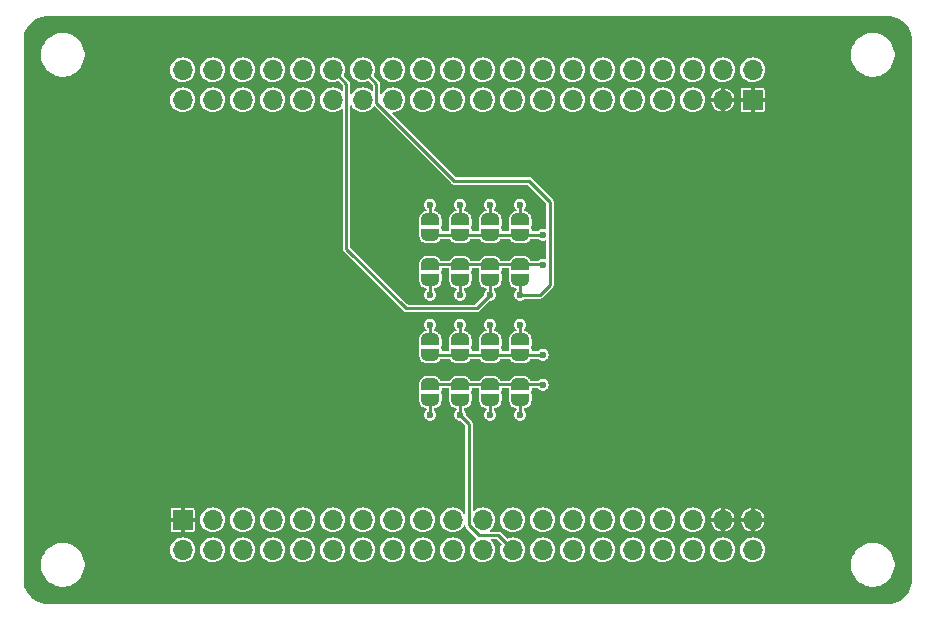
<source format=gbr>
G04 #@! TF.GenerationSoftware,KiCad,Pcbnew,8.0.3+dfsg-1*
G04 #@! TF.CreationDate,2024-06-11T16:22:44+08:00*
G04 #@! TF.ProjectId,sec01,73656330-312e-46b6-9963-61645f706362,a*
G04 #@! TF.SameCoordinates,Original*
G04 #@! TF.FileFunction,Copper,L2,Bot*
G04 #@! TF.FilePolarity,Positive*
%FSLAX46Y46*%
G04 Gerber Fmt 4.6, Leading zero omitted, Abs format (unit mm)*
G04 Created by KiCad (PCBNEW 8.0.3+dfsg-1) date 2024-06-11 16:22:44*
%MOMM*%
%LPD*%
G01*
G04 APERTURE LIST*
G04 Aperture macros list*
%AMFreePoly0*
4,1,19,0.500000,-0.750000,0.000000,-0.750000,0.000000,-0.744911,-0.071157,-0.744911,-0.207708,-0.704816,-0.327430,-0.627875,-0.420627,-0.520320,-0.479746,-0.390866,-0.500000,-0.250000,-0.500000,0.250000,-0.479746,0.390866,-0.420627,0.520320,-0.327430,0.627875,-0.207708,0.704816,-0.071157,0.744911,0.000000,0.744911,0.000000,0.750000,0.500000,0.750000,0.500000,-0.750000,0.500000,-0.750000,
$1*%
%AMFreePoly1*
4,1,19,0.000000,0.744911,0.071157,0.744911,0.207708,0.704816,0.327430,0.627875,0.420627,0.520320,0.479746,0.390866,0.500000,0.250000,0.500000,-0.250000,0.479746,-0.390866,0.420627,-0.520320,0.327430,-0.627875,0.207708,-0.704816,0.071157,-0.744911,0.000000,-0.744911,0.000000,-0.750000,-0.500000,-0.750000,-0.500000,0.750000,0.000000,0.750000,0.000000,0.744911,0.000000,0.744911,
$1*%
G04 Aperture macros list end*
G04 #@! TA.AperFunction,ComponentPad*
%ADD10R,1.700000X1.700000*%
G04 #@! TD*
G04 #@! TA.AperFunction,ComponentPad*
%ADD11O,1.700000X1.700000*%
G04 #@! TD*
G04 #@! TA.AperFunction,SMDPad,CuDef*
%ADD12FreePoly0,90.000000*%
G04 #@! TD*
G04 #@! TA.AperFunction,SMDPad,CuDef*
%ADD13FreePoly1,90.000000*%
G04 #@! TD*
G04 #@! TA.AperFunction,SMDPad,CuDef*
%ADD14FreePoly0,270.000000*%
G04 #@! TD*
G04 #@! TA.AperFunction,SMDPad,CuDef*
%ADD15FreePoly1,270.000000*%
G04 #@! TD*
G04 #@! TA.AperFunction,ViaPad*
%ADD16C,0.600000*%
G04 #@! TD*
G04 #@! TA.AperFunction,Conductor*
%ADD17C,0.228600*%
G04 #@! TD*
G04 APERTURE END LIST*
D10*
G04 #@! TO.P,J3,1,GND*
G04 #@! TO.N,GND*
X180340000Y-87630000D03*
D11*
G04 #@! TO.P,J3,2,5V*
G04 #@! TO.N,unconnected-(J3-5V-Pad2)*
X180340000Y-85090000D03*
G04 #@! TO.P,J3,3,GND*
G04 #@! TO.N,GND*
X177800000Y-87630000D03*
G04 #@! TO.P,J3,4,3.3V*
G04 #@! TO.N,+3V3*
X177800000Y-85090000D03*
G04 #@! TO.P,J3,5,U16*
G04 #@! TO.N,unconnected-(J3-U16-Pad5)*
X175260000Y-87630000D03*
G04 #@! TO.P,J3,6,U15*
G04 #@! TO.N,unconnected-(J3-U15-Pad6)*
X175260000Y-85090000D03*
G04 #@! TO.P,J3,7,U14*
G04 #@! TO.N,unconnected-(J3-U14-Pad7)*
X172720000Y-87630000D03*
G04 #@! TO.P,J3,8,U13*
G04 #@! TO.N,unconnected-(J3-U13-Pad8)*
X172720000Y-85090000D03*
G04 #@! TO.P,J3,9,PA9*
G04 #@! TO.N,I2C3_SDA*
X170180000Y-87630000D03*
G04 #@! TO.P,J3,10,PA8*
G04 #@! TO.N,I2C3_SCL*
X170180000Y-85090000D03*
G04 #@! TO.P,J3,11,PA11*
G04 #@! TO.N,unconnected-(J3-PA11-Pad11)*
X167640000Y-87630000D03*
G04 #@! TO.P,J3,12,PA10*
G04 #@! TO.N,unconnected-(J3-PA10-Pad12)*
X167640000Y-85090000D03*
G04 #@! TO.P,J3,13,PA13*
G04 #@! TO.N,unconnected-(J3-PA13-Pad13)*
X165100000Y-87630000D03*
G04 #@! TO.P,J3,14,PA12*
G04 #@! TO.N,unconnected-(J3-PA12-Pad14)*
X165100000Y-85090000D03*
G04 #@! TO.P,J3,15,PA15*
G04 #@! TO.N,unconnected-(J3-PA15-Pad15)*
X162560000Y-87630000D03*
G04 #@! TO.P,J3,16,PA14*
G04 #@! TO.N,unconnected-(J3-PA14-Pad16)*
X162560000Y-85090000D03*
G04 #@! TO.P,J3,17,U12*
G04 #@! TO.N,unconnected-(J3-U12-Pad17)*
X160020000Y-87630000D03*
G04 #@! TO.P,J3,18,U11*
G04 #@! TO.N,unconnected-(J3-U11-Pad18)*
X160020000Y-85090000D03*
G04 #@! TO.P,J3,19,PC11*
G04 #@! TO.N,unconnected-(J3-PC11-Pad19)*
X157480000Y-87630000D03*
G04 #@! TO.P,J3,20,PC10*
G04 #@! TO.N,unconnected-(J3-PC10-Pad20)*
X157480000Y-85090000D03*
G04 #@! TO.P,J3,21,U8*
G04 #@! TO.N,unconnected-(J3-U8-Pad21)*
X154940000Y-87630000D03*
G04 #@! TO.P,J3,22,PC12*
G04 #@! TO.N,unconnected-(J3-PC12-Pad22)*
X154940000Y-85090000D03*
G04 #@! TO.P,J3,23,23*
G04 #@! TO.N,unconnected-(J3-Pad23)*
X152400000Y-87630000D03*
G04 #@! TO.P,J3,24,PD2*
G04 #@! TO.N,unconnected-(J3-PD2-Pad24)*
X152400000Y-85090000D03*
G04 #@! TO.P,J3,25,PB5*
G04 #@! TO.N,unconnected-(J3-PB5-Pad25)*
X149860000Y-87630000D03*
G04 #@! TO.P,J3,26,PB4*
G04 #@! TO.N,unconnected-(J3-PB4-Pad26)*
X149860000Y-85090000D03*
G04 #@! TO.P,J3,27,PB7*
G04 #@! TO.N,I2C1_SDA*
X147320000Y-87630000D03*
G04 #@! TO.P,J3,28,PB6*
G04 #@! TO.N,I2C1_SCL*
X147320000Y-85090000D03*
G04 #@! TO.P,J3,29,PB9*
G04 #@! TO.N,I2C1_A_SDA*
X144780000Y-87630000D03*
G04 #@! TO.P,J3,30,PB8*
G04 #@! TO.N,I2C1_A_SCL*
X144780000Y-85090000D03*
G04 #@! TO.P,J3,31,U10*
G04 #@! TO.N,unconnected-(J3-U10-Pad31)*
X142240000Y-87630000D03*
G04 #@! TO.P,J3,32,U9*
G04 #@! TO.N,unconnected-(J3-U9-Pad32)*
X142240000Y-85090000D03*
G04 #@! TO.P,J3,33,PC13*
G04 #@! TO.N,unconnected-(J3-PC13-Pad33)*
X139700000Y-87630000D03*
G04 #@! TO.P,J3,34,PC14*
G04 #@! TO.N,unconnected-(J3-PC14-Pad34)*
X139700000Y-85090000D03*
G04 #@! TO.P,J3,35,PC15*
G04 #@! TO.N,unconnected-(J3-PC15-Pad35)*
X137160000Y-87630000D03*
G04 #@! TO.P,J3,36,U7*
G04 #@! TO.N,unconnected-(J3-U7-Pad36)*
X137160000Y-85090000D03*
G04 #@! TO.P,J3,37,U6*
G04 #@! TO.N,unconnected-(J3-U6-Pad37)*
X134620000Y-87630000D03*
G04 #@! TO.P,J3,38,U5*
G04 #@! TO.N,unconnected-(J3-U5-Pad38)*
X134620000Y-85090000D03*
G04 #@! TO.P,J3,39,GND*
G04 #@! TO.N,unconnected-(J3-GND-Pad39)*
X132080000Y-87630000D03*
G04 #@! TO.P,J3,40,VB*
G04 #@! TO.N,unconnected-(J3-VB-Pad40)*
X132080000Y-85090000D03*
G04 #@! TD*
D10*
G04 #@! TO.P,J2,1,GND*
G04 #@! TO.N,GND*
X132080000Y-123190000D03*
D11*
G04 #@! TO.P,J2,2,VA*
G04 #@! TO.N,unconnected-(J2-VA-Pad2)*
X132080000Y-125730000D03*
G04 #@! TO.P,J2,3,NRST*
G04 #@! TO.N,unconnected-(J2-NRST-Pad3)*
X134620000Y-123190000D03*
G04 #@! TO.P,J2,4,BO0*
G04 #@! TO.N,unconnected-(J2-BO0-Pad4)*
X134620000Y-125730000D03*
G04 #@! TO.P,J2,5,PC1*
G04 #@! TO.N,unconnected-(J2-PC1-Pad5)*
X137160000Y-123190000D03*
G04 #@! TO.P,J2,6,PC0*
G04 #@! TO.N,unconnected-(J2-PC0-Pad6)*
X137160000Y-125730000D03*
G04 #@! TO.P,J2,7,PC3*
G04 #@! TO.N,unconnected-(J2-PC3-Pad7)*
X139700000Y-123190000D03*
G04 #@! TO.P,J2,8,PC2*
G04 #@! TO.N,unconnected-(J2-PC2-Pad8)*
X139700000Y-125730000D03*
G04 #@! TO.P,J2,9,PA1*
G04 #@! TO.N,unconnected-(J2-PA1-Pad9)*
X142240000Y-123190000D03*
G04 #@! TO.P,J2,10,PA0*
G04 #@! TO.N,unconnected-(J2-PA0-Pad10)*
X142240000Y-125730000D03*
G04 #@! TO.P,J2,11,PA3*
G04 #@! TO.N,unconnected-(J2-PA3-Pad11)*
X144780000Y-123190000D03*
G04 #@! TO.P,J2,12,PA2*
G04 #@! TO.N,unconnected-(J2-PA2-Pad12)*
X144780000Y-125730000D03*
G04 #@! TO.P,J2,13,PA5*
G04 #@! TO.N,unconnected-(J2-PA5-Pad13)*
X147320000Y-123190000D03*
G04 #@! TO.P,J2,14,PA4*
G04 #@! TO.N,unconnected-(J2-PA4-Pad14)*
X147320000Y-125730000D03*
G04 #@! TO.P,J2,15,PA7*
G04 #@! TO.N,unconnected-(J2-PA7-Pad15)*
X149860000Y-123190000D03*
G04 #@! TO.P,J2,16,PA6*
G04 #@! TO.N,unconnected-(J2-PA6-Pad16)*
X149860000Y-125730000D03*
G04 #@! TO.P,J2,17,PC5*
G04 #@! TO.N,unconnected-(J2-PC5-Pad17)*
X152400000Y-123190000D03*
G04 #@! TO.P,J2,18,PC4*
G04 #@! TO.N,unconnected-(J2-PC4-Pad18)*
X152400000Y-125730000D03*
G04 #@! TO.P,J2,19,PB1*
G04 #@! TO.N,unconnected-(J2-PB1-Pad19)*
X154940000Y-123190000D03*
G04 #@! TO.P,J2,20,PB0*
G04 #@! TO.N,unconnected-(J2-PB0-Pad20)*
X154940000Y-125730000D03*
G04 #@! TO.P,J2,21,U0*
G04 #@! TO.N,unconnected-(J2-U0-Pad21)*
X157480000Y-123190000D03*
G04 #@! TO.P,J2,22,PB2*
G04 #@! TO.N,unconnected-(J2-PB2-Pad22)*
X157480000Y-125730000D03*
G04 #@! TO.P,J2,23,PB11*
G04 #@! TO.N,I2C2_SDA*
X160020000Y-123190000D03*
G04 #@! TO.P,J2,24,PB10*
G04 #@! TO.N,I2C2_SCL*
X160020000Y-125730000D03*
G04 #@! TO.P,J2,25,PB13*
G04 #@! TO.N,unconnected-(J2-PB13-Pad25)*
X162560000Y-123190000D03*
G04 #@! TO.P,J2,26,PB12*
G04 #@! TO.N,unconnected-(J2-PB12-Pad26)*
X162560000Y-125730000D03*
G04 #@! TO.P,J2,27,PB15*
G04 #@! TO.N,unconnected-(J2-PB15-Pad27)*
X165100000Y-123190000D03*
G04 #@! TO.P,J2,28,PB14*
G04 #@! TO.N,unconnected-(J2-PB14-Pad28)*
X165100000Y-125730000D03*
G04 #@! TO.P,J2,29,PC7*
G04 #@! TO.N,unconnected-(J2-PC7-Pad29)*
X167640000Y-123190000D03*
G04 #@! TO.P,J2,30,PC6*
G04 #@! TO.N,unconnected-(J2-PC6-Pad30)*
X167640000Y-125730000D03*
G04 #@! TO.P,J2,31,PC9*
G04 #@! TO.N,unconnected-(J2-PC9-Pad31)*
X170180000Y-123190000D03*
G04 #@! TO.P,J2,32,PC8*
G04 #@! TO.N,unconnected-(J2-PC8-Pad32)*
X170180000Y-125730000D03*
G04 #@! TO.P,J2,33,U2*
G04 #@! TO.N,unconnected-(J2-U2-Pad33)*
X172720000Y-123190000D03*
G04 #@! TO.P,J2,34,U1*
G04 #@! TO.N,unconnected-(J2-U1-Pad34)*
X172720000Y-125730000D03*
G04 #@! TO.P,J2,35,U4*
G04 #@! TO.N,unconnected-(J2-U4-Pad35)*
X175260000Y-123190000D03*
G04 #@! TO.P,J2,36,U3*
G04 #@! TO.N,unconnected-(J2-U3-Pad36)*
X175260000Y-125730000D03*
G04 #@! TO.P,J2,37,GND*
G04 #@! TO.N,GND*
X177800000Y-123190000D03*
G04 #@! TO.P,J2,38,3.3V*
G04 #@! TO.N,+3V3*
X177800000Y-125730000D03*
G04 #@! TO.P,J2,39,GND*
G04 #@! TO.N,GND*
X180340000Y-123190000D03*
G04 #@! TO.P,J2,40,5V*
G04 #@! TO.N,unconnected-(J2-5V-Pad40)*
X180340000Y-125730000D03*
G04 #@! TD*
D12*
G04 #@! TO.P,JP8,1,A*
G04 #@! TO.N,I2C3_SCL*
X153035000Y-102870000D03*
D13*
G04 #@! TO.P,JP8,2,B*
G04 #@! TO.N,A_SCL*
X153035000Y-101570000D03*
G04 #@! TD*
D12*
G04 #@! TO.P,JP16,1,A*
G04 #@! TO.N,I2C3_SCL*
X153035000Y-113030000D03*
D13*
G04 #@! TO.P,JP16,2,B*
G04 #@! TO.N,B_SCL*
X153035000Y-111730000D03*
G04 #@! TD*
D14*
G04 #@! TO.P,JP2,1,A*
G04 #@! TO.N,I2C1_A_SDA*
X158115000Y-97760000D03*
D15*
G04 #@! TO.P,JP2,2,B*
G04 #@! TO.N,A_SDA*
X158115000Y-99060000D03*
G04 #@! TD*
D12*
G04 #@! TO.P,JP14,1,A*
G04 #@! TO.N,I2C1_A_SCL*
X158115000Y-113030000D03*
D13*
G04 #@! TO.P,JP14,2,B*
G04 #@! TO.N,B_SCL*
X158115000Y-111730000D03*
G04 #@! TD*
D14*
G04 #@! TO.P,JP3,1,A*
G04 #@! TO.N,I2C2_SDA*
X155575000Y-97760000D03*
D15*
G04 #@! TO.P,JP3,2,B*
G04 #@! TO.N,A_SDA*
X155575000Y-99060000D03*
G04 #@! TD*
D12*
G04 #@! TO.P,JP15,1,A*
G04 #@! TO.N,I2C2_SCL*
X155575000Y-113030000D03*
D13*
G04 #@! TO.P,JP15,2,B*
G04 #@! TO.N,B_SCL*
X155575000Y-111730000D03*
G04 #@! TD*
D14*
G04 #@! TO.P,JP9,1,A*
G04 #@! TO.N,I2C1_SDA*
X160655000Y-107920000D03*
D15*
G04 #@! TO.P,JP9,2,B*
G04 #@! TO.N,B_SDA*
X160655000Y-109220000D03*
G04 #@! TD*
D14*
G04 #@! TO.P,JP12,1,A*
G04 #@! TO.N,I2C3_SDA*
X153035000Y-107920000D03*
D15*
G04 #@! TO.P,JP12,2,B*
G04 #@! TO.N,B_SDA*
X153035000Y-109220000D03*
G04 #@! TD*
D14*
G04 #@! TO.P,JP11,1,A*
G04 #@! TO.N,I2C2_SDA*
X155575000Y-107920000D03*
D15*
G04 #@! TO.P,JP11,2,B*
G04 #@! TO.N,B_SDA*
X155575000Y-109220000D03*
G04 #@! TD*
D14*
G04 #@! TO.P,JP1,1,A*
G04 #@! TO.N,I2C1_SDA*
X160655000Y-97760000D03*
D15*
G04 #@! TO.P,JP1,2,B*
G04 #@! TO.N,A_SDA*
X160655000Y-99060000D03*
G04 #@! TD*
D14*
G04 #@! TO.P,JP10,1,A*
G04 #@! TO.N,I2C1_A_SDA*
X158115000Y-107920000D03*
D15*
G04 #@! TO.P,JP10,2,B*
G04 #@! TO.N,B_SDA*
X158115000Y-109220000D03*
G04 #@! TD*
D12*
G04 #@! TO.P,JP7,1,A*
G04 #@! TO.N,I2C2_SCL*
X155575000Y-102870000D03*
D13*
G04 #@! TO.P,JP7,2,B*
G04 #@! TO.N,A_SCL*
X155575000Y-101570000D03*
G04 #@! TD*
D12*
G04 #@! TO.P,JP13,1,A*
G04 #@! TO.N,I2C1_SCL*
X160655000Y-113030000D03*
D13*
G04 #@! TO.P,JP13,2,B*
G04 #@! TO.N,B_SCL*
X160655000Y-111730000D03*
G04 #@! TD*
D12*
G04 #@! TO.P,JP6,1,A*
G04 #@! TO.N,I2C1_A_SCL*
X158115000Y-102870000D03*
D13*
G04 #@! TO.P,JP6,2,B*
G04 #@! TO.N,A_SCL*
X158115000Y-101570000D03*
G04 #@! TD*
D12*
G04 #@! TO.P,JP5,1,A*
G04 #@! TO.N,I2C1_SCL*
X160655000Y-102870000D03*
D13*
G04 #@! TO.P,JP5,2,B*
G04 #@! TO.N,A_SCL*
X160655000Y-101570000D03*
G04 #@! TD*
D14*
G04 #@! TO.P,JP4,1,A*
G04 #@! TO.N,I2C3_SDA*
X153035000Y-97760000D03*
D15*
G04 #@! TO.P,JP4,2,B*
G04 #@! TO.N,A_SDA*
X153035000Y-99060000D03*
G04 #@! TD*
D16*
G04 #@! TO.N,GND*
X169545000Y-101600000D03*
X151130000Y-97790000D03*
X169545000Y-113665000D03*
X153035000Y-100330000D03*
X146685000Y-97790000D03*
X151130000Y-110490000D03*
X123825000Y-86360000D03*
X123825000Y-124460000D03*
X162560000Y-100330000D03*
X162560000Y-110490000D03*
X149225000Y-97790000D03*
X144780000Y-97790000D03*
G04 #@! TO.N,I2C2_SCL*
X155575000Y-114300000D03*
X155575000Y-104140000D03*
G04 #@! TO.N,I2C2_SDA*
X155575000Y-106680000D03*
X155575000Y-96520000D03*
G04 #@! TO.N,I2C3_SDA*
X153035000Y-106680000D03*
X153035000Y-96520000D03*
G04 #@! TO.N,I2C1_SDA*
X160655000Y-96520000D03*
X160655000Y-106680000D03*
G04 #@! TO.N,I2C1_SCL*
X160655000Y-114300000D03*
X160655000Y-104140000D03*
G04 #@! TO.N,I2C1_A_SDA*
X158115000Y-106680000D03*
X158115000Y-96520000D03*
G04 #@! TO.N,I2C3_SCL*
X153035000Y-114300000D03*
X153035000Y-104140000D03*
G04 #@! TO.N,I2C1_A_SCL*
X158115000Y-114300000D03*
X158115000Y-104140000D03*
G04 #@! TO.N,A_SDA*
X162560000Y-99060000D03*
G04 #@! TO.N,A_SCL*
X162560000Y-101600000D03*
G04 #@! TO.N,B_SDA*
X162560000Y-109220000D03*
G04 #@! TO.N,B_SCL*
X162560000Y-111760000D03*
G04 #@! TD*
D17*
G04 #@! TO.N,I2C2_SCL*
X156315700Y-123672269D02*
X157153431Y-124510000D01*
X156315700Y-115040700D02*
X156315700Y-123672269D01*
X157153431Y-124510000D02*
X158800000Y-124510000D01*
X158800000Y-124510000D02*
X160020000Y-125730000D01*
X155575000Y-114300000D02*
X156315700Y-115040700D01*
X155575000Y-104140000D02*
X155575000Y-102870000D01*
X155575000Y-113030000D02*
X155575000Y-114300000D01*
G04 #@! TO.N,I2C2_SDA*
X155575000Y-97760000D02*
X155575000Y-96520000D01*
X155575000Y-107920000D02*
X155575000Y-106680000D01*
X155448000Y-97633000D02*
X155575000Y-97760000D01*
G04 #@! TO.N,I2C3_SDA*
X153035000Y-107920000D02*
X153035000Y-106680000D01*
X153035000Y-96520000D02*
X153035000Y-97760000D01*
G04 #@! TO.N,I2C1_SDA*
X160655000Y-97760000D02*
X160655000Y-96520000D01*
X160655000Y-107920000D02*
X160655000Y-106680000D01*
G04 #@! TO.N,I2C1_SCL*
X147320000Y-85090000D02*
X148484300Y-86254300D01*
X160655000Y-104140000D02*
X160655000Y-102870000D01*
X161417000Y-94488000D02*
X163174300Y-96245300D01*
X148484300Y-86254300D02*
X148484300Y-87900869D01*
X155071431Y-94488000D02*
X161417000Y-94488000D01*
X148484300Y-87900869D02*
X155071431Y-94488000D01*
X162306000Y-104140000D02*
X160655000Y-104140000D01*
X163174300Y-103271700D02*
X162306000Y-104140000D01*
X163174300Y-96245300D02*
X163174300Y-103271700D01*
X160655000Y-113030000D02*
X160655000Y-114300000D01*
G04 #@! TO.N,I2C1_A_SDA*
X158115000Y-107920000D02*
X158115000Y-106680000D01*
X158115000Y-97760000D02*
X158115000Y-96520000D01*
G04 #@! TO.N,I2C3_SCL*
X153035000Y-104140000D02*
X153035000Y-102870000D01*
X153035000Y-113030000D02*
X153035000Y-114300000D01*
G04 #@! TO.N,I2C1_A_SCL*
X158115000Y-113030000D02*
X158115000Y-114300000D01*
X151003000Y-105283000D02*
X156972000Y-105283000D01*
X145944300Y-86254300D02*
X145944300Y-100224300D01*
X145944300Y-100224300D02*
X151003000Y-105283000D01*
X144780000Y-85090000D02*
X145944300Y-86254300D01*
X158115000Y-104140000D02*
X158115000Y-102870000D01*
X156972000Y-105283000D02*
X158115000Y-104140000D01*
G04 #@! TO.N,A_SDA*
X155575000Y-99060000D02*
X153035000Y-99060000D01*
X160655000Y-99060000D02*
X158115000Y-99060000D01*
X158115000Y-99060000D02*
X155575000Y-99060000D01*
X160655000Y-99060000D02*
X162560000Y-99060000D01*
X160670000Y-99045000D02*
X160655000Y-99060000D01*
G04 #@! TO.N,A_SCL*
X160670000Y-101585000D02*
X160655000Y-101570000D01*
X162530000Y-101570000D02*
X162560000Y-101600000D01*
X160655000Y-101570000D02*
X158115000Y-101570000D01*
X158115000Y-101570000D02*
X155575000Y-101570000D01*
X155575000Y-101570000D02*
X153035000Y-101570000D01*
X160655000Y-101570000D02*
X162530000Y-101570000D01*
G04 #@! TO.N,B_SDA*
X160655000Y-109220000D02*
X158115000Y-109220000D01*
X155575000Y-109220000D02*
X153035000Y-109220000D01*
X160655000Y-109220000D02*
X162560000Y-109220000D01*
X158115000Y-109220000D02*
X155575000Y-109220000D01*
X160670000Y-109205000D02*
X160655000Y-109220000D01*
G04 #@! TO.N,B_SCL*
X160655000Y-111730000D02*
X162530000Y-111730000D01*
X158115000Y-111730000D02*
X155575000Y-111730000D01*
X160670000Y-111745000D02*
X160655000Y-111730000D01*
X162530000Y-111730000D02*
X162560000Y-111760000D01*
X160655000Y-111730000D02*
X158115000Y-111730000D01*
X155575000Y-111730000D02*
X153035000Y-111730000D01*
G04 #@! TD*
G04 #@! TA.AperFunction,Conductor*
G04 #@! TO.N,GND*
G36*
X146371900Y-88108769D02*
G01*
X146400620Y-88138445D01*
X146427962Y-88189599D01*
X146442315Y-88216450D01*
X146573590Y-88376410D01*
X146733550Y-88507685D01*
X146733554Y-88507687D01*
X146887311Y-88589873D01*
X146916046Y-88605232D01*
X146916050Y-88605233D01*
X146916052Y-88605234D01*
X146957794Y-88617896D01*
X147114066Y-88665300D01*
X147320000Y-88685583D01*
X147525934Y-88665300D01*
X147723954Y-88605232D01*
X147906450Y-88507685D01*
X148066410Y-88376410D01*
X148197685Y-88216450D01*
X148204575Y-88203559D01*
X148242872Y-88169223D01*
X148294284Y-88167537D01*
X148324069Y-88185833D01*
X154878138Y-94739903D01*
X154949915Y-94781343D01*
X154949922Y-94781347D01*
X154966838Y-94785879D01*
X154966840Y-94785880D01*
X154966841Y-94785880D01*
X155029987Y-94802800D01*
X161255457Y-94802800D01*
X161303795Y-94820393D01*
X161308631Y-94824826D01*
X162837474Y-96353668D01*
X162859214Y-96400288D01*
X162859500Y-96406842D01*
X162859500Y-98525855D01*
X162841907Y-98574193D01*
X162797358Y-98599913D01*
X162763114Y-98598009D01*
X162631963Y-98559500D01*
X162631961Y-98559500D01*
X162488039Y-98559500D01*
X162488036Y-98559500D01*
X162349950Y-98600045D01*
X162228873Y-98677856D01*
X162193008Y-98719246D01*
X162148057Y-98744256D01*
X162136176Y-98745200D01*
X161685700Y-98745200D01*
X161637362Y-98727607D01*
X161611642Y-98683058D01*
X161610500Y-98670000D01*
X161610500Y-98560001D01*
X161605348Y-98514274D01*
X161605348Y-98514272D01*
X161570550Y-98442016D01*
X161565428Y-98390834D01*
X161579509Y-98362504D01*
X161590149Y-98349163D01*
X161610500Y-98260000D01*
X161610500Y-97688111D01*
X161602176Y-97630215D01*
X161561669Y-97492260D01*
X161537371Y-97439055D01*
X161459639Y-97318101D01*
X161421334Y-97273895D01*
X161312673Y-97179741D01*
X161289529Y-97164867D01*
X161263469Y-97148119D01*
X161263460Y-97148115D01*
X161132693Y-97088395D01*
X161132687Y-97088392D01*
X161132683Y-97088391D01*
X161076561Y-97071912D01*
X161076557Y-97071911D01*
X161076555Y-97071911D01*
X161034296Y-97065834D01*
X160988955Y-97041540D01*
X160969838Y-96993784D01*
X160969800Y-96991400D01*
X160969800Y-96949034D01*
X160987393Y-96900696D01*
X160988128Y-96899834D01*
X161080377Y-96793373D01*
X161140165Y-96662457D01*
X161160647Y-96520000D01*
X161140165Y-96377543D01*
X161080377Y-96246627D01*
X161080375Y-96246624D01*
X160986127Y-96137856D01*
X160986125Y-96137855D01*
X160865051Y-96060046D01*
X160865052Y-96060046D01*
X160726963Y-96019500D01*
X160726961Y-96019500D01*
X160583039Y-96019500D01*
X160583036Y-96019500D01*
X160444948Y-96060046D01*
X160323874Y-96137855D01*
X160323872Y-96137856D01*
X160229624Y-96246624D01*
X160229622Y-96246627D01*
X160169835Y-96377540D01*
X160149353Y-96520000D01*
X160169835Y-96662459D01*
X160229622Y-96793372D01*
X160229624Y-96793375D01*
X160280211Y-96851755D01*
X160321832Y-96899789D01*
X160340191Y-96947841D01*
X160340200Y-96949034D01*
X160340200Y-96991400D01*
X160322607Y-97039738D01*
X160278058Y-97065458D01*
X160275704Y-97065834D01*
X160233444Y-97071911D01*
X160233439Y-97071912D01*
X160177320Y-97088390D01*
X160177306Y-97088395D01*
X160046539Y-97148115D01*
X160046530Y-97148119D01*
X159997330Y-97179739D01*
X159997327Y-97179741D01*
X159952893Y-97218242D01*
X159888665Y-97273895D01*
X159850359Y-97318102D01*
X159772630Y-97439052D01*
X159772625Y-97439062D01*
X159748335Y-97492249D01*
X159748330Y-97492263D01*
X159707825Y-97630207D01*
X159699500Y-97688110D01*
X159699500Y-98259998D01*
X159704651Y-98305725D01*
X159704652Y-98305728D01*
X159739448Y-98377981D01*
X159744570Y-98429165D01*
X159730491Y-98457493D01*
X159719852Y-98470834D01*
X159719851Y-98470836D01*
X159719851Y-98470837D01*
X159699500Y-98560000D01*
X159699500Y-98560001D01*
X159699500Y-98560003D01*
X159699500Y-98670000D01*
X159681907Y-98718338D01*
X159637358Y-98744058D01*
X159624300Y-98745200D01*
X159145700Y-98745200D01*
X159097362Y-98727607D01*
X159071642Y-98683058D01*
X159070500Y-98670000D01*
X159070500Y-98560001D01*
X159065348Y-98514274D01*
X159065348Y-98514272D01*
X159030550Y-98442016D01*
X159025428Y-98390834D01*
X159039509Y-98362504D01*
X159050149Y-98349163D01*
X159070500Y-98260000D01*
X159070500Y-97688111D01*
X159062176Y-97630215D01*
X159021669Y-97492260D01*
X158997371Y-97439055D01*
X158919639Y-97318101D01*
X158881334Y-97273895D01*
X158772673Y-97179741D01*
X158749529Y-97164867D01*
X158723469Y-97148119D01*
X158723460Y-97148115D01*
X158592693Y-97088395D01*
X158592687Y-97088392D01*
X158592683Y-97088391D01*
X158536561Y-97071912D01*
X158536557Y-97071911D01*
X158536555Y-97071911D01*
X158494296Y-97065834D01*
X158448955Y-97041540D01*
X158429838Y-96993784D01*
X158429800Y-96991400D01*
X158429800Y-96949034D01*
X158447393Y-96900696D01*
X158448128Y-96899834D01*
X158540377Y-96793373D01*
X158600165Y-96662457D01*
X158620647Y-96520000D01*
X158600165Y-96377543D01*
X158540377Y-96246627D01*
X158540375Y-96246624D01*
X158446127Y-96137856D01*
X158446125Y-96137855D01*
X158325051Y-96060046D01*
X158325052Y-96060046D01*
X158186963Y-96019500D01*
X158186961Y-96019500D01*
X158043039Y-96019500D01*
X158043036Y-96019500D01*
X157904948Y-96060046D01*
X157783874Y-96137855D01*
X157783872Y-96137856D01*
X157689624Y-96246624D01*
X157689622Y-96246627D01*
X157629835Y-96377540D01*
X157609353Y-96520000D01*
X157629835Y-96662459D01*
X157689622Y-96793372D01*
X157689624Y-96793375D01*
X157740211Y-96851755D01*
X157781832Y-96899789D01*
X157800191Y-96947841D01*
X157800200Y-96949034D01*
X157800200Y-96991400D01*
X157782607Y-97039738D01*
X157738058Y-97065458D01*
X157735704Y-97065834D01*
X157693444Y-97071911D01*
X157693439Y-97071912D01*
X157637320Y-97088390D01*
X157637306Y-97088395D01*
X157506539Y-97148115D01*
X157506530Y-97148119D01*
X157457330Y-97179739D01*
X157457327Y-97179741D01*
X157412893Y-97218242D01*
X157348665Y-97273895D01*
X157310359Y-97318102D01*
X157232630Y-97439052D01*
X157232625Y-97439062D01*
X157208335Y-97492249D01*
X157208330Y-97492263D01*
X157167825Y-97630207D01*
X157159500Y-97688110D01*
X157159500Y-98259998D01*
X157164651Y-98305725D01*
X157164652Y-98305728D01*
X157199448Y-98377981D01*
X157204570Y-98429165D01*
X157190491Y-98457493D01*
X157179852Y-98470834D01*
X157179851Y-98470836D01*
X157179851Y-98470837D01*
X157159500Y-98560000D01*
X157159500Y-98560001D01*
X157159500Y-98560003D01*
X157159500Y-98670000D01*
X157141907Y-98718338D01*
X157097358Y-98744058D01*
X157084300Y-98745200D01*
X156605700Y-98745200D01*
X156557362Y-98727607D01*
X156531642Y-98683058D01*
X156530500Y-98670000D01*
X156530500Y-98560001D01*
X156525348Y-98514274D01*
X156525348Y-98514272D01*
X156490550Y-98442016D01*
X156485428Y-98390834D01*
X156499509Y-98362504D01*
X156510149Y-98349163D01*
X156530500Y-98260000D01*
X156530500Y-97688111D01*
X156522176Y-97630215D01*
X156481669Y-97492260D01*
X156457371Y-97439055D01*
X156379639Y-97318101D01*
X156341334Y-97273895D01*
X156232673Y-97179741D01*
X156209529Y-97164867D01*
X156183469Y-97148119D01*
X156183460Y-97148115D01*
X156052693Y-97088395D01*
X156052687Y-97088392D01*
X156052683Y-97088391D01*
X155996561Y-97071912D01*
X155996557Y-97071911D01*
X155996555Y-97071911D01*
X155954296Y-97065834D01*
X155908955Y-97041540D01*
X155889838Y-96993784D01*
X155889800Y-96991400D01*
X155889800Y-96949034D01*
X155907393Y-96900696D01*
X155908128Y-96899834D01*
X156000377Y-96793373D01*
X156060165Y-96662457D01*
X156080647Y-96520000D01*
X156060165Y-96377543D01*
X156000377Y-96246627D01*
X156000375Y-96246624D01*
X155906127Y-96137856D01*
X155906125Y-96137855D01*
X155785051Y-96060046D01*
X155785052Y-96060046D01*
X155646963Y-96019500D01*
X155646961Y-96019500D01*
X155503039Y-96019500D01*
X155503036Y-96019500D01*
X155364948Y-96060046D01*
X155243874Y-96137855D01*
X155243872Y-96137856D01*
X155149624Y-96246624D01*
X155149622Y-96246627D01*
X155089835Y-96377540D01*
X155069353Y-96520000D01*
X155089835Y-96662459D01*
X155149622Y-96793372D01*
X155149624Y-96793375D01*
X155200211Y-96851755D01*
X155241832Y-96899789D01*
X155260191Y-96947841D01*
X155260200Y-96949034D01*
X155260200Y-96991400D01*
X155242607Y-97039738D01*
X155198058Y-97065458D01*
X155195704Y-97065834D01*
X155153444Y-97071911D01*
X155153439Y-97071912D01*
X155097320Y-97088390D01*
X155097306Y-97088395D01*
X154966539Y-97148115D01*
X154966530Y-97148119D01*
X154917330Y-97179739D01*
X154917327Y-97179741D01*
X154872893Y-97218242D01*
X154808665Y-97273895D01*
X154770359Y-97318102D01*
X154692630Y-97439052D01*
X154692625Y-97439062D01*
X154668335Y-97492249D01*
X154668330Y-97492263D01*
X154627825Y-97630207D01*
X154619500Y-97688110D01*
X154619500Y-98259998D01*
X154624651Y-98305725D01*
X154624652Y-98305728D01*
X154659448Y-98377981D01*
X154664570Y-98429165D01*
X154650491Y-98457493D01*
X154639852Y-98470834D01*
X154639851Y-98470836D01*
X154639851Y-98470837D01*
X154619500Y-98560000D01*
X154619500Y-98560001D01*
X154619500Y-98560003D01*
X154619500Y-98670000D01*
X154601907Y-98718338D01*
X154557358Y-98744058D01*
X154544300Y-98745200D01*
X154065700Y-98745200D01*
X154017362Y-98727607D01*
X153991642Y-98683058D01*
X153990500Y-98670000D01*
X153990500Y-98560001D01*
X153985348Y-98514274D01*
X153985348Y-98514272D01*
X153950550Y-98442016D01*
X153945428Y-98390834D01*
X153959509Y-98362504D01*
X153970149Y-98349163D01*
X153990500Y-98260000D01*
X153990500Y-97688111D01*
X153982176Y-97630215D01*
X153941669Y-97492260D01*
X153917371Y-97439055D01*
X153839639Y-97318101D01*
X153801334Y-97273895D01*
X153692673Y-97179741D01*
X153669529Y-97164867D01*
X153643469Y-97148119D01*
X153643460Y-97148115D01*
X153512693Y-97088395D01*
X153512687Y-97088392D01*
X153512683Y-97088391D01*
X153456561Y-97071912D01*
X153456557Y-97071911D01*
X153456555Y-97071911D01*
X153414296Y-97065834D01*
X153368955Y-97041540D01*
X153349838Y-96993784D01*
X153349800Y-96991400D01*
X153349800Y-96949034D01*
X153367393Y-96900696D01*
X153368128Y-96899834D01*
X153460377Y-96793373D01*
X153520165Y-96662457D01*
X153540647Y-96520000D01*
X153520165Y-96377543D01*
X153460377Y-96246627D01*
X153460375Y-96246624D01*
X153366127Y-96137856D01*
X153366125Y-96137855D01*
X153245051Y-96060046D01*
X153245052Y-96060046D01*
X153106963Y-96019500D01*
X153106961Y-96019500D01*
X152963039Y-96019500D01*
X152963036Y-96019500D01*
X152824948Y-96060046D01*
X152703874Y-96137855D01*
X152703872Y-96137856D01*
X152609624Y-96246624D01*
X152609622Y-96246627D01*
X152549835Y-96377540D01*
X152529353Y-96520000D01*
X152549835Y-96662459D01*
X152609622Y-96793372D01*
X152609624Y-96793375D01*
X152660211Y-96851755D01*
X152701832Y-96899789D01*
X152720191Y-96947841D01*
X152720200Y-96949034D01*
X152720200Y-96991400D01*
X152702607Y-97039738D01*
X152658058Y-97065458D01*
X152655704Y-97065834D01*
X152613444Y-97071911D01*
X152613439Y-97071912D01*
X152557320Y-97088390D01*
X152557306Y-97088395D01*
X152426539Y-97148115D01*
X152426530Y-97148119D01*
X152377330Y-97179739D01*
X152377327Y-97179741D01*
X152332893Y-97218242D01*
X152268665Y-97273895D01*
X152230359Y-97318102D01*
X152152630Y-97439052D01*
X152152625Y-97439062D01*
X152128335Y-97492249D01*
X152128330Y-97492263D01*
X152087825Y-97630207D01*
X152079500Y-97688110D01*
X152079500Y-98259998D01*
X152084651Y-98305725D01*
X152084652Y-98305728D01*
X152119448Y-98377981D01*
X152124570Y-98429165D01*
X152110491Y-98457493D01*
X152099852Y-98470834D01*
X152099851Y-98470836D01*
X152099851Y-98470837D01*
X152079500Y-98560000D01*
X152079500Y-98560001D01*
X152079500Y-98560003D01*
X152079500Y-99131889D01*
X152087825Y-99189792D01*
X152128330Y-99327736D01*
X152128335Y-99327750D01*
X152152625Y-99380937D01*
X152152630Y-99380947D01*
X152230359Y-99501897D01*
X152268665Y-99546104D01*
X152268666Y-99546105D01*
X152377327Y-99640259D01*
X152426532Y-99671881D01*
X152557317Y-99731609D01*
X152613439Y-99748088D01*
X152755754Y-99768550D01*
X152755758Y-99768550D01*
X152814240Y-99768550D01*
X152814245Y-99768550D01*
X152827224Y-99766683D01*
X152830139Y-99766265D01*
X152840840Y-99765500D01*
X153229160Y-99765500D01*
X153239861Y-99766265D01*
X153243533Y-99766792D01*
X153255755Y-99768550D01*
X153255760Y-99768550D01*
X153314242Y-99768550D01*
X153314246Y-99768550D01*
X153456561Y-99748088D01*
X153512683Y-99731609D01*
X153643468Y-99671881D01*
X153692673Y-99640259D01*
X153801334Y-99546105D01*
X153839639Y-99501899D01*
X153878042Y-99442143D01*
X153899121Y-99409344D01*
X153940055Y-99378191D01*
X153962383Y-99374800D01*
X154647617Y-99374800D01*
X154695955Y-99392393D01*
X154710879Y-99409344D01*
X154770359Y-99501897D01*
X154808665Y-99546104D01*
X154808666Y-99546105D01*
X154917327Y-99640259D01*
X154966532Y-99671881D01*
X155097317Y-99731609D01*
X155153439Y-99748088D01*
X155295754Y-99768550D01*
X155295758Y-99768550D01*
X155354240Y-99768550D01*
X155354245Y-99768550D01*
X155367224Y-99766683D01*
X155370139Y-99766265D01*
X155380840Y-99765500D01*
X155769160Y-99765500D01*
X155779861Y-99766265D01*
X155783533Y-99766792D01*
X155795755Y-99768550D01*
X155795760Y-99768550D01*
X155854242Y-99768550D01*
X155854246Y-99768550D01*
X155996561Y-99748088D01*
X156052683Y-99731609D01*
X156183468Y-99671881D01*
X156232673Y-99640259D01*
X156341334Y-99546105D01*
X156379639Y-99501899D01*
X156418042Y-99442143D01*
X156439121Y-99409344D01*
X156480055Y-99378191D01*
X156502383Y-99374800D01*
X157187617Y-99374800D01*
X157235955Y-99392393D01*
X157250879Y-99409344D01*
X157310359Y-99501897D01*
X157348665Y-99546104D01*
X157348666Y-99546105D01*
X157457327Y-99640259D01*
X157506532Y-99671881D01*
X157637317Y-99731609D01*
X157693439Y-99748088D01*
X157835754Y-99768550D01*
X157835758Y-99768550D01*
X157894240Y-99768550D01*
X157894245Y-99768550D01*
X157907224Y-99766683D01*
X157910139Y-99766265D01*
X157920840Y-99765500D01*
X158309160Y-99765500D01*
X158319861Y-99766265D01*
X158323533Y-99766792D01*
X158335755Y-99768550D01*
X158335760Y-99768550D01*
X158394242Y-99768550D01*
X158394246Y-99768550D01*
X158536561Y-99748088D01*
X158592683Y-99731609D01*
X158723468Y-99671881D01*
X158772673Y-99640259D01*
X158881334Y-99546105D01*
X158919639Y-99501899D01*
X158958042Y-99442143D01*
X158979121Y-99409344D01*
X159020055Y-99378191D01*
X159042383Y-99374800D01*
X159727617Y-99374800D01*
X159775955Y-99392393D01*
X159790879Y-99409344D01*
X159850359Y-99501897D01*
X159888665Y-99546104D01*
X159888666Y-99546105D01*
X159997327Y-99640259D01*
X160046532Y-99671881D01*
X160177317Y-99731609D01*
X160233439Y-99748088D01*
X160375754Y-99768550D01*
X160375758Y-99768550D01*
X160434240Y-99768550D01*
X160434245Y-99768550D01*
X160447224Y-99766683D01*
X160450139Y-99766265D01*
X160460840Y-99765500D01*
X160849160Y-99765500D01*
X160859861Y-99766265D01*
X160863533Y-99766792D01*
X160875755Y-99768550D01*
X160875760Y-99768550D01*
X160934242Y-99768550D01*
X160934246Y-99768550D01*
X161076561Y-99748088D01*
X161132683Y-99731609D01*
X161263468Y-99671881D01*
X161312673Y-99640259D01*
X161421334Y-99546105D01*
X161459639Y-99501899D01*
X161498042Y-99442143D01*
X161519121Y-99409344D01*
X161560055Y-99378191D01*
X161582383Y-99374800D01*
X162136176Y-99374800D01*
X162184514Y-99392393D01*
X162193008Y-99400754D01*
X162228872Y-99442143D01*
X162349947Y-99519953D01*
X162488039Y-99560500D01*
X162488042Y-99560500D01*
X162631958Y-99560500D01*
X162631961Y-99560500D01*
X162763115Y-99521990D01*
X162814450Y-99525253D01*
X162851679Y-99560750D01*
X162859500Y-99594144D01*
X162859500Y-101065855D01*
X162841907Y-101114193D01*
X162797358Y-101139913D01*
X162763114Y-101138009D01*
X162631963Y-101099500D01*
X162631961Y-101099500D01*
X162488039Y-101099500D01*
X162488036Y-101099500D01*
X162349950Y-101140045D01*
X162228873Y-101217856D01*
X162228872Y-101217856D01*
X162228872Y-101217857D01*
X162219003Y-101229245D01*
X162174054Y-101254255D01*
X162162172Y-101255200D01*
X161582383Y-101255200D01*
X161534045Y-101237607D01*
X161519121Y-101220656D01*
X161459640Y-101128102D01*
X161421334Y-101083895D01*
X161400514Y-101065855D01*
X161312673Y-100989741D01*
X161289529Y-100974867D01*
X161263469Y-100958119D01*
X161263460Y-100958115D01*
X161132693Y-100898395D01*
X161132683Y-100898391D01*
X161076565Y-100881913D01*
X161076563Y-100881912D01*
X161076561Y-100881912D01*
X160955459Y-100864500D01*
X160934247Y-100861450D01*
X160934246Y-100861450D01*
X160875755Y-100861450D01*
X160875751Y-100861450D01*
X160859861Y-100863735D01*
X160849160Y-100864500D01*
X160460840Y-100864500D01*
X160450139Y-100863735D01*
X160434248Y-100861450D01*
X160434245Y-100861450D01*
X160375754Y-100861450D01*
X160375752Y-100861450D01*
X160303784Y-100871797D01*
X160233439Y-100881912D01*
X160233437Y-100881912D01*
X160233434Y-100881913D01*
X160177316Y-100898391D01*
X160177306Y-100898395D01*
X160046539Y-100958115D01*
X160046530Y-100958119D01*
X159997330Y-100989739D01*
X159997327Y-100989741D01*
X159952893Y-101028242D01*
X159888665Y-101083895D01*
X159850359Y-101128102D01*
X159790879Y-101220656D01*
X159749945Y-101251809D01*
X159727617Y-101255200D01*
X159042383Y-101255200D01*
X158994045Y-101237607D01*
X158979121Y-101220656D01*
X158919640Y-101128102D01*
X158881334Y-101083895D01*
X158860514Y-101065855D01*
X158772673Y-100989741D01*
X158749529Y-100974867D01*
X158723469Y-100958119D01*
X158723460Y-100958115D01*
X158592693Y-100898395D01*
X158592683Y-100898391D01*
X158536565Y-100881913D01*
X158536563Y-100881912D01*
X158536561Y-100881912D01*
X158415459Y-100864500D01*
X158394247Y-100861450D01*
X158394246Y-100861450D01*
X158335755Y-100861450D01*
X158335751Y-100861450D01*
X158319861Y-100863735D01*
X158309160Y-100864500D01*
X157920840Y-100864500D01*
X157910139Y-100863735D01*
X157894248Y-100861450D01*
X157894245Y-100861450D01*
X157835754Y-100861450D01*
X157835752Y-100861450D01*
X157763784Y-100871797D01*
X157693439Y-100881912D01*
X157693437Y-100881912D01*
X157693434Y-100881913D01*
X157637316Y-100898391D01*
X157637306Y-100898395D01*
X157506539Y-100958115D01*
X157506530Y-100958119D01*
X157457330Y-100989739D01*
X157457327Y-100989741D01*
X157412893Y-101028242D01*
X157348665Y-101083895D01*
X157310359Y-101128102D01*
X157250879Y-101220656D01*
X157209945Y-101251809D01*
X157187617Y-101255200D01*
X156502383Y-101255200D01*
X156454045Y-101237607D01*
X156439121Y-101220656D01*
X156379640Y-101128102D01*
X156341334Y-101083895D01*
X156320514Y-101065855D01*
X156232673Y-100989741D01*
X156209529Y-100974867D01*
X156183469Y-100958119D01*
X156183460Y-100958115D01*
X156052693Y-100898395D01*
X156052683Y-100898391D01*
X155996565Y-100881913D01*
X155996563Y-100881912D01*
X155996561Y-100881912D01*
X155875459Y-100864500D01*
X155854247Y-100861450D01*
X155854246Y-100861450D01*
X155795755Y-100861450D01*
X155795751Y-100861450D01*
X155779861Y-100863735D01*
X155769160Y-100864500D01*
X155380840Y-100864500D01*
X155370139Y-100863735D01*
X155354248Y-100861450D01*
X155354245Y-100861450D01*
X155295754Y-100861450D01*
X155295752Y-100861450D01*
X155223784Y-100871797D01*
X155153439Y-100881912D01*
X155153437Y-100881912D01*
X155153434Y-100881913D01*
X155097316Y-100898391D01*
X155097306Y-100898395D01*
X154966539Y-100958115D01*
X154966530Y-100958119D01*
X154917330Y-100989739D01*
X154917327Y-100989741D01*
X154872893Y-101028242D01*
X154808665Y-101083895D01*
X154770359Y-101128102D01*
X154710879Y-101220656D01*
X154669945Y-101251809D01*
X154647617Y-101255200D01*
X153962383Y-101255200D01*
X153914045Y-101237607D01*
X153899121Y-101220656D01*
X153839640Y-101128102D01*
X153801334Y-101083895D01*
X153780514Y-101065855D01*
X153692673Y-100989741D01*
X153669529Y-100974867D01*
X153643469Y-100958119D01*
X153643460Y-100958115D01*
X153512693Y-100898395D01*
X153512683Y-100898391D01*
X153456565Y-100881913D01*
X153456563Y-100881912D01*
X153456561Y-100881912D01*
X153335459Y-100864500D01*
X153314247Y-100861450D01*
X153314246Y-100861450D01*
X153255755Y-100861450D01*
X153255751Y-100861450D01*
X153239861Y-100863735D01*
X153229160Y-100864500D01*
X152840840Y-100864500D01*
X152830139Y-100863735D01*
X152814248Y-100861450D01*
X152814245Y-100861450D01*
X152755754Y-100861450D01*
X152755752Y-100861450D01*
X152683784Y-100871797D01*
X152613439Y-100881912D01*
X152613437Y-100881912D01*
X152613434Y-100881913D01*
X152557316Y-100898391D01*
X152557306Y-100898395D01*
X152426539Y-100958115D01*
X152426530Y-100958119D01*
X152377330Y-100989739D01*
X152377327Y-100989741D01*
X152332893Y-101028242D01*
X152268665Y-101083895D01*
X152230359Y-101128102D01*
X152152630Y-101249052D01*
X152152625Y-101249062D01*
X152128335Y-101302249D01*
X152128330Y-101302263D01*
X152087825Y-101440207D01*
X152079500Y-101498110D01*
X152079500Y-102069998D01*
X152084651Y-102115725D01*
X152084652Y-102115728D01*
X152119448Y-102187981D01*
X152124570Y-102239165D01*
X152110491Y-102267493D01*
X152099852Y-102280834D01*
X152099851Y-102280836D01*
X152099851Y-102280837D01*
X152079500Y-102370000D01*
X152079500Y-102370001D01*
X152079500Y-102370003D01*
X152079500Y-102941889D01*
X152087825Y-102999792D01*
X152128330Y-103137736D01*
X152128335Y-103137750D01*
X152152625Y-103190937D01*
X152152630Y-103190947D01*
X152230359Y-103311897D01*
X152230361Y-103311899D01*
X152268666Y-103356105D01*
X152377327Y-103450259D01*
X152426532Y-103481881D01*
X152557317Y-103541609D01*
X152613439Y-103558088D01*
X152655703Y-103564164D01*
X152701044Y-103588458D01*
X152720162Y-103636213D01*
X152720200Y-103638599D01*
X152720200Y-103710964D01*
X152702607Y-103759302D01*
X152701833Y-103760209D01*
X152609624Y-103866624D01*
X152609622Y-103866627D01*
X152549835Y-103997540D01*
X152529353Y-104140000D01*
X152549835Y-104282459D01*
X152609622Y-104413372D01*
X152609624Y-104413375D01*
X152703872Y-104522143D01*
X152824947Y-104599953D01*
X152963039Y-104640500D01*
X152963042Y-104640500D01*
X153106958Y-104640500D01*
X153106961Y-104640500D01*
X153245053Y-104599953D01*
X153366128Y-104522143D01*
X153460377Y-104413373D01*
X153520165Y-104282457D01*
X153540647Y-104140000D01*
X153520165Y-103997543D01*
X153460377Y-103866627D01*
X153460375Y-103866624D01*
X153368167Y-103760209D01*
X153349809Y-103712157D01*
X153349800Y-103710964D01*
X153349800Y-103638599D01*
X153367393Y-103590261D01*
X153411942Y-103564541D01*
X153414264Y-103564169D01*
X153456561Y-103558088D01*
X153512683Y-103541609D01*
X153643468Y-103481881D01*
X153692673Y-103450259D01*
X153801334Y-103356105D01*
X153839639Y-103311899D01*
X153917371Y-103190945D01*
X153941669Y-103137740D01*
X153982176Y-102999785D01*
X153990500Y-102941889D01*
X153990500Y-102370000D01*
X153985348Y-102324272D01*
X153950550Y-102252016D01*
X153945428Y-102200834D01*
X153959509Y-102172504D01*
X153970149Y-102159163D01*
X153990500Y-102070000D01*
X153990500Y-101960000D01*
X154008093Y-101911662D01*
X154052642Y-101885942D01*
X154065700Y-101884800D01*
X154544300Y-101884800D01*
X154592638Y-101902393D01*
X154618358Y-101946942D01*
X154619500Y-101960000D01*
X154619500Y-102069998D01*
X154624651Y-102115725D01*
X154624652Y-102115728D01*
X154659448Y-102187981D01*
X154664570Y-102239165D01*
X154650491Y-102267493D01*
X154639852Y-102280834D01*
X154639851Y-102280836D01*
X154639851Y-102280837D01*
X154619500Y-102370000D01*
X154619500Y-102370001D01*
X154619500Y-102370003D01*
X154619500Y-102941889D01*
X154627825Y-102999792D01*
X154668330Y-103137736D01*
X154668335Y-103137750D01*
X154692625Y-103190937D01*
X154692630Y-103190947D01*
X154770359Y-103311897D01*
X154770361Y-103311899D01*
X154808666Y-103356105D01*
X154917327Y-103450259D01*
X154966532Y-103481881D01*
X155097317Y-103541609D01*
X155153439Y-103558088D01*
X155195703Y-103564164D01*
X155241044Y-103588458D01*
X155260162Y-103636213D01*
X155260200Y-103638599D01*
X155260200Y-103710964D01*
X155242607Y-103759302D01*
X155241833Y-103760209D01*
X155149624Y-103866624D01*
X155149622Y-103866627D01*
X155089835Y-103997540D01*
X155069353Y-104140000D01*
X155089835Y-104282459D01*
X155149622Y-104413372D01*
X155149624Y-104413375D01*
X155243872Y-104522143D01*
X155364947Y-104599953D01*
X155503039Y-104640500D01*
X155503042Y-104640500D01*
X155646958Y-104640500D01*
X155646961Y-104640500D01*
X155785053Y-104599953D01*
X155906128Y-104522143D01*
X156000377Y-104413373D01*
X156060165Y-104282457D01*
X156080647Y-104140000D01*
X156060165Y-103997543D01*
X156000377Y-103866627D01*
X156000375Y-103866624D01*
X155908167Y-103760209D01*
X155889809Y-103712157D01*
X155889800Y-103710964D01*
X155889800Y-103638599D01*
X155907393Y-103590261D01*
X155951942Y-103564541D01*
X155954264Y-103564169D01*
X155996561Y-103558088D01*
X156052683Y-103541609D01*
X156183468Y-103481881D01*
X156232673Y-103450259D01*
X156341334Y-103356105D01*
X156379639Y-103311899D01*
X156457371Y-103190945D01*
X156481669Y-103137740D01*
X156522176Y-102999785D01*
X156530500Y-102941889D01*
X156530500Y-102370000D01*
X156525348Y-102324272D01*
X156490550Y-102252016D01*
X156485428Y-102200834D01*
X156499509Y-102172504D01*
X156510149Y-102159163D01*
X156530500Y-102070000D01*
X156530500Y-101960000D01*
X156548093Y-101911662D01*
X156592642Y-101885942D01*
X156605700Y-101884800D01*
X157084300Y-101884800D01*
X157132638Y-101902393D01*
X157158358Y-101946942D01*
X157159500Y-101960000D01*
X157159500Y-102069998D01*
X157164651Y-102115725D01*
X157164652Y-102115728D01*
X157199448Y-102187981D01*
X157204570Y-102239165D01*
X157190491Y-102267493D01*
X157179852Y-102280834D01*
X157179851Y-102280836D01*
X157179851Y-102280837D01*
X157159500Y-102370000D01*
X157159500Y-102370001D01*
X157159500Y-102370003D01*
X157159500Y-102941889D01*
X157167825Y-102999792D01*
X157208330Y-103137736D01*
X157208335Y-103137750D01*
X157232625Y-103190937D01*
X157232630Y-103190947D01*
X157310359Y-103311897D01*
X157310361Y-103311899D01*
X157348666Y-103356105D01*
X157457327Y-103450259D01*
X157506532Y-103481881D01*
X157637317Y-103541609D01*
X157693439Y-103558088D01*
X157735703Y-103564164D01*
X157781044Y-103588458D01*
X157800162Y-103636213D01*
X157800200Y-103638599D01*
X157800200Y-103710964D01*
X157782607Y-103759302D01*
X157781833Y-103760209D01*
X157689624Y-103866624D01*
X157689622Y-103866627D01*
X157629835Y-103997540D01*
X157609353Y-104140001D01*
X157611595Y-104155596D01*
X157601058Y-104205945D01*
X157590334Y-104219470D01*
X156863631Y-104946174D01*
X156817011Y-104967914D01*
X156810457Y-104968200D01*
X151164542Y-104968200D01*
X151116204Y-104950607D01*
X151111368Y-104946174D01*
X146281126Y-100115931D01*
X146259386Y-100069311D01*
X146259100Y-100062757D01*
X146259100Y-88173894D01*
X146276693Y-88125556D01*
X146321242Y-88099836D01*
X146371900Y-88108769D01*
G37*
G04 #@! TD.AperFunction*
G04 #@! TA.AperFunction,Conductor*
G36*
X191772456Y-80510661D02*
G01*
X192031298Y-80527626D01*
X192041033Y-80528907D01*
X192293037Y-80579034D01*
X192302520Y-80581575D01*
X192545822Y-80664166D01*
X192554892Y-80667922D01*
X192785335Y-80781563D01*
X192793837Y-80786472D01*
X193007483Y-80929226D01*
X193015273Y-80935204D01*
X193208438Y-81104606D01*
X193215393Y-81111561D01*
X193384795Y-81304726D01*
X193390775Y-81312518D01*
X193533524Y-81526157D01*
X193538437Y-81534667D01*
X193652073Y-81765098D01*
X193655837Y-81774186D01*
X193738421Y-82017470D01*
X193740967Y-82026971D01*
X193791090Y-82278957D01*
X193792374Y-82288710D01*
X193809339Y-82547543D01*
X193809500Y-82552461D01*
X193809500Y-128267538D01*
X193809339Y-128272456D01*
X193792374Y-128531289D01*
X193791090Y-128541042D01*
X193740967Y-128793028D01*
X193738421Y-128802529D01*
X193655837Y-129045813D01*
X193652073Y-129054901D01*
X193538437Y-129285332D01*
X193533519Y-129293851D01*
X193390784Y-129507469D01*
X193384795Y-129515273D01*
X193215393Y-129708438D01*
X193208438Y-129715393D01*
X193015273Y-129884795D01*
X193007473Y-129890780D01*
X192951400Y-129928248D01*
X192793851Y-130033519D01*
X192785332Y-130038437D01*
X192554901Y-130152073D01*
X192545813Y-130155837D01*
X192302529Y-130238421D01*
X192293028Y-130240967D01*
X192041042Y-130291090D01*
X192031289Y-130292374D01*
X191772456Y-130309339D01*
X191767538Y-130309500D01*
X120652462Y-130309500D01*
X120647544Y-130309339D01*
X120388710Y-130292374D01*
X120378957Y-130291090D01*
X120126971Y-130240967D01*
X120117470Y-130238421D01*
X119874186Y-130155837D01*
X119865098Y-130152073D01*
X119634667Y-130038437D01*
X119626157Y-130033524D01*
X119412518Y-129890775D01*
X119404726Y-129884795D01*
X119211561Y-129715393D01*
X119204606Y-129708438D01*
X119035204Y-129515273D01*
X119029226Y-129507483D01*
X118886472Y-129293837D01*
X118881562Y-129285332D01*
X118769464Y-129058019D01*
X118767922Y-129054892D01*
X118764166Y-129045822D01*
X118681575Y-128802520D01*
X118679034Y-128793037D01*
X118628907Y-128541033D01*
X118627626Y-128531298D01*
X118610661Y-128272456D01*
X118610500Y-128267538D01*
X118610500Y-126878712D01*
X120069500Y-126878712D01*
X120069500Y-127121288D01*
X120101162Y-127361789D01*
X120163946Y-127596100D01*
X120163947Y-127596104D01*
X120163948Y-127596105D01*
X120256776Y-127820213D01*
X120378065Y-128030291D01*
X120525730Y-128222732D01*
X120525742Y-128222746D01*
X120697253Y-128394257D01*
X120697267Y-128394269D01*
X120875835Y-128531289D01*
X120889711Y-128541936D01*
X121099788Y-128663224D01*
X121323900Y-128756054D01*
X121558211Y-128818838D01*
X121798712Y-128850500D01*
X121798715Y-128850500D01*
X122041285Y-128850500D01*
X122041288Y-128850500D01*
X122281789Y-128818838D01*
X122516100Y-128756054D01*
X122740212Y-128663224D01*
X122950289Y-128541936D01*
X123142738Y-128394265D01*
X123314265Y-128222738D01*
X123461936Y-128030289D01*
X123583224Y-127820212D01*
X123676054Y-127596100D01*
X123738838Y-127361789D01*
X123770500Y-127121288D01*
X123770500Y-126878712D01*
X188649500Y-126878712D01*
X188649500Y-127121288D01*
X188681162Y-127361789D01*
X188743946Y-127596100D01*
X188743947Y-127596104D01*
X188743948Y-127596105D01*
X188836776Y-127820213D01*
X188958065Y-128030291D01*
X189105730Y-128222732D01*
X189105742Y-128222746D01*
X189277253Y-128394257D01*
X189277267Y-128394269D01*
X189455835Y-128531289D01*
X189469711Y-128541936D01*
X189679788Y-128663224D01*
X189903900Y-128756054D01*
X190138211Y-128818838D01*
X190378712Y-128850500D01*
X190378715Y-128850500D01*
X190621285Y-128850500D01*
X190621288Y-128850500D01*
X190861789Y-128818838D01*
X191096100Y-128756054D01*
X191320212Y-128663224D01*
X191530289Y-128541936D01*
X191722738Y-128394265D01*
X191894265Y-128222738D01*
X192041936Y-128030289D01*
X192163224Y-127820212D01*
X192256054Y-127596100D01*
X192318838Y-127361789D01*
X192350500Y-127121288D01*
X192350500Y-126878712D01*
X192318838Y-126638211D01*
X192256054Y-126403900D01*
X192163224Y-126179788D01*
X192041936Y-125969711D01*
X191894265Y-125777262D01*
X191894263Y-125777260D01*
X191894257Y-125777253D01*
X191722746Y-125605742D01*
X191722732Y-125605730D01*
X191530291Y-125458065D01*
X191320213Y-125336776D01*
X191096105Y-125243948D01*
X191096104Y-125243947D01*
X191096100Y-125243946D01*
X190861789Y-125181162D01*
X190621288Y-125149500D01*
X190378712Y-125149500D01*
X190138211Y-125181162D01*
X189903900Y-125243946D01*
X189903897Y-125243947D01*
X189903894Y-125243948D01*
X189679786Y-125336776D01*
X189469708Y-125458065D01*
X189277267Y-125605730D01*
X189277253Y-125605742D01*
X189105742Y-125777253D01*
X189105730Y-125777267D01*
X188958065Y-125969708D01*
X188836776Y-126179786D01*
X188743948Y-126403894D01*
X188743946Y-126403900D01*
X188681162Y-126638211D01*
X188649500Y-126878712D01*
X123770500Y-126878712D01*
X123738838Y-126638211D01*
X123676054Y-126403900D01*
X123583224Y-126179788D01*
X123461936Y-125969711D01*
X123314265Y-125777262D01*
X123314263Y-125777260D01*
X123314257Y-125777253D01*
X123267004Y-125730000D01*
X131024417Y-125730000D01*
X131044699Y-125935932D01*
X131104765Y-126133947D01*
X131104770Y-126133959D01*
X131202312Y-126316445D01*
X131202315Y-126316450D01*
X131333590Y-126476410D01*
X131493550Y-126607685D01*
X131676046Y-126705232D01*
X131676050Y-126705233D01*
X131676052Y-126705234D01*
X131749778Y-126727598D01*
X131874066Y-126765300D01*
X132080000Y-126785583D01*
X132285934Y-126765300D01*
X132483954Y-126705232D01*
X132666450Y-126607685D01*
X132826410Y-126476410D01*
X132957685Y-126316450D01*
X133055232Y-126133954D01*
X133115300Y-125935934D01*
X133135583Y-125730000D01*
X133564417Y-125730000D01*
X133584699Y-125935932D01*
X133644765Y-126133947D01*
X133644770Y-126133959D01*
X133742312Y-126316445D01*
X133742315Y-126316450D01*
X133873590Y-126476410D01*
X134033550Y-126607685D01*
X134216046Y-126705232D01*
X134216050Y-126705233D01*
X134216052Y-126705234D01*
X134289778Y-126727598D01*
X134414066Y-126765300D01*
X134620000Y-126785583D01*
X134825934Y-126765300D01*
X135023954Y-126705232D01*
X135206450Y-126607685D01*
X135366410Y-126476410D01*
X135497685Y-126316450D01*
X135595232Y-126133954D01*
X135655300Y-125935934D01*
X135675583Y-125730000D01*
X136104417Y-125730000D01*
X136124699Y-125935932D01*
X136184765Y-126133947D01*
X136184770Y-126133959D01*
X136282312Y-126316445D01*
X136282315Y-126316450D01*
X136413590Y-126476410D01*
X136573550Y-126607685D01*
X136756046Y-126705232D01*
X136756050Y-126705233D01*
X136756052Y-126705234D01*
X136829778Y-126727598D01*
X136954066Y-126765300D01*
X137160000Y-126785583D01*
X137365934Y-126765300D01*
X137563954Y-126705232D01*
X137746450Y-126607685D01*
X137906410Y-126476410D01*
X138037685Y-126316450D01*
X138135232Y-126133954D01*
X138195300Y-125935934D01*
X138215583Y-125730000D01*
X138644417Y-125730000D01*
X138664699Y-125935932D01*
X138724765Y-126133947D01*
X138724770Y-126133959D01*
X138822312Y-126316445D01*
X138822315Y-126316450D01*
X138953590Y-126476410D01*
X139113550Y-126607685D01*
X139296046Y-126705232D01*
X139296050Y-126705233D01*
X139296052Y-126705234D01*
X139369778Y-126727598D01*
X139494066Y-126765300D01*
X139700000Y-126785583D01*
X139905934Y-126765300D01*
X140103954Y-126705232D01*
X140286450Y-126607685D01*
X140446410Y-126476410D01*
X140577685Y-126316450D01*
X140675232Y-126133954D01*
X140735300Y-125935934D01*
X140755583Y-125730000D01*
X141184417Y-125730000D01*
X141204699Y-125935932D01*
X141264765Y-126133947D01*
X141264770Y-126133959D01*
X141362312Y-126316445D01*
X141362315Y-126316450D01*
X141493590Y-126476410D01*
X141653550Y-126607685D01*
X141836046Y-126705232D01*
X141836050Y-126705233D01*
X141836052Y-126705234D01*
X141909778Y-126727598D01*
X142034066Y-126765300D01*
X142240000Y-126785583D01*
X142445934Y-126765300D01*
X142643954Y-126705232D01*
X142826450Y-126607685D01*
X142986410Y-126476410D01*
X143117685Y-126316450D01*
X143215232Y-126133954D01*
X143275300Y-125935934D01*
X143295583Y-125730000D01*
X143724417Y-125730000D01*
X143744699Y-125935932D01*
X143804765Y-126133947D01*
X143804770Y-126133959D01*
X143902312Y-126316445D01*
X143902315Y-126316450D01*
X144033590Y-126476410D01*
X144193550Y-126607685D01*
X144376046Y-126705232D01*
X144376050Y-126705233D01*
X144376052Y-126705234D01*
X144449778Y-126727598D01*
X144574066Y-126765300D01*
X144780000Y-126785583D01*
X144985934Y-126765300D01*
X145183954Y-126705232D01*
X145366450Y-126607685D01*
X145526410Y-126476410D01*
X145657685Y-126316450D01*
X145755232Y-126133954D01*
X145815300Y-125935934D01*
X145835583Y-125730000D01*
X146264417Y-125730000D01*
X146284699Y-125935932D01*
X146344765Y-126133947D01*
X146344770Y-126133959D01*
X146442312Y-126316445D01*
X146442315Y-126316450D01*
X146573590Y-126476410D01*
X146733550Y-126607685D01*
X146916046Y-126705232D01*
X146916050Y-126705233D01*
X146916052Y-126705234D01*
X146989778Y-126727598D01*
X147114066Y-126765300D01*
X147320000Y-126785583D01*
X147525934Y-126765300D01*
X147723954Y-126705232D01*
X147906450Y-126607685D01*
X148066410Y-126476410D01*
X148197685Y-126316450D01*
X148295232Y-126133954D01*
X148355300Y-125935934D01*
X148375583Y-125730000D01*
X148804417Y-125730000D01*
X148824699Y-125935932D01*
X148884765Y-126133947D01*
X148884770Y-126133959D01*
X148982312Y-126316445D01*
X148982315Y-126316450D01*
X149113590Y-126476410D01*
X149273550Y-126607685D01*
X149456046Y-126705232D01*
X149456050Y-126705233D01*
X149456052Y-126705234D01*
X149529778Y-126727598D01*
X149654066Y-126765300D01*
X149860000Y-126785583D01*
X150065934Y-126765300D01*
X150263954Y-126705232D01*
X150446450Y-126607685D01*
X150606410Y-126476410D01*
X150737685Y-126316450D01*
X150835232Y-126133954D01*
X150895300Y-125935934D01*
X150915583Y-125730000D01*
X151344417Y-125730000D01*
X151364699Y-125935932D01*
X151424765Y-126133947D01*
X151424770Y-126133959D01*
X151522312Y-126316445D01*
X151522315Y-126316450D01*
X151653590Y-126476410D01*
X151813550Y-126607685D01*
X151996046Y-126705232D01*
X151996050Y-126705233D01*
X151996052Y-126705234D01*
X152069778Y-126727598D01*
X152194066Y-126765300D01*
X152400000Y-126785583D01*
X152605934Y-126765300D01*
X152803954Y-126705232D01*
X152986450Y-126607685D01*
X153146410Y-126476410D01*
X153277685Y-126316450D01*
X153375232Y-126133954D01*
X153435300Y-125935934D01*
X153455583Y-125730000D01*
X153884417Y-125730000D01*
X153904699Y-125935932D01*
X153964765Y-126133947D01*
X153964770Y-126133959D01*
X154062312Y-126316445D01*
X154062315Y-126316450D01*
X154193590Y-126476410D01*
X154353550Y-126607685D01*
X154536046Y-126705232D01*
X154536050Y-126705233D01*
X154536052Y-126705234D01*
X154609778Y-126727598D01*
X154734066Y-126765300D01*
X154940000Y-126785583D01*
X155145934Y-126765300D01*
X155343954Y-126705232D01*
X155526450Y-126607685D01*
X155686410Y-126476410D01*
X155817685Y-126316450D01*
X155915232Y-126133954D01*
X155975300Y-125935934D01*
X155995583Y-125730000D01*
X155975300Y-125524066D01*
X155915232Y-125326046D01*
X155817685Y-125143550D01*
X155686410Y-124983590D01*
X155526450Y-124852315D01*
X155526445Y-124852312D01*
X155343959Y-124754770D01*
X155343947Y-124754765D01*
X155145932Y-124694699D01*
X154940000Y-124674417D01*
X154734067Y-124694699D01*
X154536052Y-124754765D01*
X154536040Y-124754770D01*
X154353554Y-124852312D01*
X154353549Y-124852315D01*
X154193590Y-124983590D01*
X154062315Y-125143549D01*
X154062312Y-125143554D01*
X153964770Y-125326040D01*
X153964765Y-125326052D01*
X153904699Y-125524067D01*
X153884417Y-125730000D01*
X153455583Y-125730000D01*
X153435300Y-125524066D01*
X153375232Y-125326046D01*
X153277685Y-125143550D01*
X153146410Y-124983590D01*
X152986450Y-124852315D01*
X152986445Y-124852312D01*
X152803959Y-124754770D01*
X152803947Y-124754765D01*
X152605932Y-124694699D01*
X152400000Y-124674417D01*
X152194067Y-124694699D01*
X151996052Y-124754765D01*
X151996040Y-124754770D01*
X151813554Y-124852312D01*
X151813549Y-124852315D01*
X151653590Y-124983590D01*
X151522315Y-125143549D01*
X151522312Y-125143554D01*
X151424770Y-125326040D01*
X151424765Y-125326052D01*
X151364699Y-125524067D01*
X151344417Y-125730000D01*
X150915583Y-125730000D01*
X150895300Y-125524066D01*
X150835232Y-125326046D01*
X150737685Y-125143550D01*
X150606410Y-124983590D01*
X150446450Y-124852315D01*
X150446445Y-124852312D01*
X150263959Y-124754770D01*
X150263947Y-124754765D01*
X150065932Y-124694699D01*
X149860000Y-124674417D01*
X149654067Y-124694699D01*
X149456052Y-124754765D01*
X149456040Y-124754770D01*
X149273554Y-124852312D01*
X149273549Y-124852315D01*
X149113590Y-124983590D01*
X148982315Y-125143549D01*
X148982312Y-125143554D01*
X148884770Y-125326040D01*
X148884765Y-125326052D01*
X148824699Y-125524067D01*
X148804417Y-125730000D01*
X148375583Y-125730000D01*
X148355300Y-125524066D01*
X148295232Y-125326046D01*
X148197685Y-125143550D01*
X148066410Y-124983590D01*
X147906450Y-124852315D01*
X147906445Y-124852312D01*
X147723959Y-124754770D01*
X147723947Y-124754765D01*
X147525932Y-124694699D01*
X147320000Y-124674417D01*
X147114067Y-124694699D01*
X146916052Y-124754765D01*
X146916040Y-124754770D01*
X146733554Y-124852312D01*
X146733549Y-124852315D01*
X146573590Y-124983590D01*
X146442315Y-125143549D01*
X146442312Y-125143554D01*
X146344770Y-125326040D01*
X146344765Y-125326052D01*
X146284699Y-125524067D01*
X146264417Y-125730000D01*
X145835583Y-125730000D01*
X145815300Y-125524066D01*
X145755232Y-125326046D01*
X145657685Y-125143550D01*
X145526410Y-124983590D01*
X145366450Y-124852315D01*
X145366445Y-124852312D01*
X145183959Y-124754770D01*
X145183947Y-124754765D01*
X144985932Y-124694699D01*
X144780000Y-124674417D01*
X144574067Y-124694699D01*
X144376052Y-124754765D01*
X144376040Y-124754770D01*
X144193554Y-124852312D01*
X144193549Y-124852315D01*
X144033590Y-124983590D01*
X143902315Y-125143549D01*
X143902312Y-125143554D01*
X143804770Y-125326040D01*
X143804765Y-125326052D01*
X143744699Y-125524067D01*
X143724417Y-125730000D01*
X143295583Y-125730000D01*
X143275300Y-125524066D01*
X143215232Y-125326046D01*
X143117685Y-125143550D01*
X142986410Y-124983590D01*
X142826450Y-124852315D01*
X142826445Y-124852312D01*
X142643959Y-124754770D01*
X142643947Y-124754765D01*
X142445932Y-124694699D01*
X142240000Y-124674417D01*
X142034067Y-124694699D01*
X141836052Y-124754765D01*
X141836040Y-124754770D01*
X141653554Y-124852312D01*
X141653549Y-124852315D01*
X141493590Y-124983590D01*
X141362315Y-125143549D01*
X141362312Y-125143554D01*
X141264770Y-125326040D01*
X141264765Y-125326052D01*
X141204699Y-125524067D01*
X141184417Y-125730000D01*
X140755583Y-125730000D01*
X140735300Y-125524066D01*
X140675232Y-125326046D01*
X140577685Y-125143550D01*
X140446410Y-124983590D01*
X140286450Y-124852315D01*
X140286445Y-124852312D01*
X140103959Y-124754770D01*
X140103947Y-124754765D01*
X139905932Y-124694699D01*
X139700000Y-124674417D01*
X139494067Y-124694699D01*
X139296052Y-124754765D01*
X139296040Y-124754770D01*
X139113554Y-124852312D01*
X139113549Y-124852315D01*
X138953590Y-124983590D01*
X138822315Y-125143549D01*
X138822312Y-125143554D01*
X138724770Y-125326040D01*
X138724765Y-125326052D01*
X138664699Y-125524067D01*
X138644417Y-125730000D01*
X138215583Y-125730000D01*
X138195300Y-125524066D01*
X138135232Y-125326046D01*
X138037685Y-125143550D01*
X137906410Y-124983590D01*
X137746450Y-124852315D01*
X137746445Y-124852312D01*
X137563959Y-124754770D01*
X137563947Y-124754765D01*
X137365932Y-124694699D01*
X137160000Y-124674417D01*
X136954067Y-124694699D01*
X136756052Y-124754765D01*
X136756040Y-124754770D01*
X136573554Y-124852312D01*
X136573549Y-124852315D01*
X136413590Y-124983590D01*
X136282315Y-125143549D01*
X136282312Y-125143554D01*
X136184770Y-125326040D01*
X136184765Y-125326052D01*
X136124699Y-125524067D01*
X136104417Y-125730000D01*
X135675583Y-125730000D01*
X135655300Y-125524066D01*
X135595232Y-125326046D01*
X135497685Y-125143550D01*
X135366410Y-124983590D01*
X135206450Y-124852315D01*
X135206445Y-124852312D01*
X135023959Y-124754770D01*
X135023947Y-124754765D01*
X134825932Y-124694699D01*
X134620000Y-124674417D01*
X134414067Y-124694699D01*
X134216052Y-124754765D01*
X134216040Y-124754770D01*
X134033554Y-124852312D01*
X134033549Y-124852315D01*
X133873590Y-124983590D01*
X133742315Y-125143549D01*
X133742312Y-125143554D01*
X133644770Y-125326040D01*
X133644765Y-125326052D01*
X133584699Y-125524067D01*
X133564417Y-125730000D01*
X133135583Y-125730000D01*
X133115300Y-125524066D01*
X133055232Y-125326046D01*
X132957685Y-125143550D01*
X132826410Y-124983590D01*
X132666450Y-124852315D01*
X132666445Y-124852312D01*
X132483959Y-124754770D01*
X132483947Y-124754765D01*
X132285932Y-124694699D01*
X132080000Y-124674417D01*
X131874067Y-124694699D01*
X131676052Y-124754765D01*
X131676040Y-124754770D01*
X131493554Y-124852312D01*
X131493549Y-124852315D01*
X131333590Y-124983590D01*
X131202315Y-125143549D01*
X131202312Y-125143554D01*
X131104770Y-125326040D01*
X131104765Y-125326052D01*
X131044699Y-125524067D01*
X131024417Y-125730000D01*
X123267004Y-125730000D01*
X123142746Y-125605742D01*
X123142732Y-125605730D01*
X122950291Y-125458065D01*
X122740213Y-125336776D01*
X122516105Y-125243948D01*
X122516104Y-125243947D01*
X122516100Y-125243946D01*
X122281789Y-125181162D01*
X122041288Y-125149500D01*
X121798712Y-125149500D01*
X121558211Y-125181162D01*
X121323900Y-125243946D01*
X121323897Y-125243947D01*
X121323894Y-125243948D01*
X121099786Y-125336776D01*
X120889708Y-125458065D01*
X120697267Y-125605730D01*
X120697253Y-125605742D01*
X120525742Y-125777253D01*
X120525730Y-125777267D01*
X120378065Y-125969708D01*
X120256776Y-126179786D01*
X120163948Y-126403894D01*
X120163946Y-126403900D01*
X120101162Y-126638211D01*
X120069500Y-126878712D01*
X118610500Y-126878712D01*
X118610500Y-122324987D01*
X131077600Y-122324987D01*
X131077600Y-123037600D01*
X131603198Y-123037600D01*
X131580000Y-123124174D01*
X131580000Y-123255826D01*
X131603198Y-123342400D01*
X131077600Y-123342400D01*
X131077600Y-124055012D01*
X131086441Y-124099462D01*
X131086442Y-124099464D01*
X131120126Y-124149873D01*
X131170535Y-124183557D01*
X131170537Y-124183558D01*
X131214987Y-124192400D01*
X131927600Y-124192400D01*
X131927600Y-123666802D01*
X132014174Y-123690000D01*
X132145826Y-123690000D01*
X132232400Y-123666802D01*
X132232400Y-124192400D01*
X132945013Y-124192400D01*
X132989462Y-124183558D01*
X132989464Y-124183557D01*
X133039873Y-124149873D01*
X133073557Y-124099464D01*
X133073558Y-124099462D01*
X133082400Y-124055012D01*
X133082400Y-123342400D01*
X132556802Y-123342400D01*
X132580000Y-123255826D01*
X132580000Y-123190000D01*
X133564417Y-123190000D01*
X133584699Y-123395932D01*
X133644765Y-123593947D01*
X133644770Y-123593959D01*
X133742312Y-123776445D01*
X133742315Y-123776450D01*
X133873590Y-123936410D01*
X134033550Y-124067685D01*
X134033554Y-124067687D01*
X134187311Y-124149873D01*
X134216046Y-124165232D01*
X134216050Y-124165233D01*
X134216052Y-124165234D01*
X134257794Y-124177896D01*
X134414066Y-124225300D01*
X134620000Y-124245583D01*
X134825934Y-124225300D01*
X135023954Y-124165232D01*
X135206450Y-124067685D01*
X135366410Y-123936410D01*
X135497685Y-123776450D01*
X135595232Y-123593954D01*
X135655300Y-123395934D01*
X135675583Y-123190000D01*
X136104417Y-123190000D01*
X136124699Y-123395932D01*
X136184765Y-123593947D01*
X136184770Y-123593959D01*
X136282312Y-123776445D01*
X136282315Y-123776450D01*
X136413590Y-123936410D01*
X136573550Y-124067685D01*
X136573554Y-124067687D01*
X136727311Y-124149873D01*
X136756046Y-124165232D01*
X136756050Y-124165233D01*
X136756052Y-124165234D01*
X136797794Y-124177896D01*
X136954066Y-124225300D01*
X137160000Y-124245583D01*
X137365934Y-124225300D01*
X137563954Y-124165232D01*
X137746450Y-124067685D01*
X137906410Y-123936410D01*
X138037685Y-123776450D01*
X138135232Y-123593954D01*
X138195300Y-123395934D01*
X138215583Y-123190000D01*
X138644417Y-123190000D01*
X138664699Y-123395932D01*
X138724765Y-123593947D01*
X138724770Y-123593959D01*
X138822312Y-123776445D01*
X138822315Y-123776450D01*
X138953590Y-123936410D01*
X139113550Y-124067685D01*
X139113554Y-124067687D01*
X139267311Y-124149873D01*
X139296046Y-124165232D01*
X139296050Y-124165233D01*
X139296052Y-124165234D01*
X139337794Y-124177896D01*
X139494066Y-124225300D01*
X139700000Y-124245583D01*
X139905934Y-124225300D01*
X140103954Y-124165232D01*
X140286450Y-124067685D01*
X140446410Y-123936410D01*
X140577685Y-123776450D01*
X140675232Y-123593954D01*
X140735300Y-123395934D01*
X140755583Y-123190000D01*
X141184417Y-123190000D01*
X141204699Y-123395932D01*
X141264765Y-123593947D01*
X141264770Y-123593959D01*
X141362312Y-123776445D01*
X141362315Y-123776450D01*
X141493590Y-123936410D01*
X141653550Y-124067685D01*
X141653554Y-124067687D01*
X141807311Y-124149873D01*
X141836046Y-124165232D01*
X141836050Y-124165233D01*
X141836052Y-124165234D01*
X141877794Y-124177896D01*
X142034066Y-124225300D01*
X142240000Y-124245583D01*
X142445934Y-124225300D01*
X142643954Y-124165232D01*
X142826450Y-124067685D01*
X142986410Y-123936410D01*
X143117685Y-123776450D01*
X143215232Y-123593954D01*
X143275300Y-123395934D01*
X143295583Y-123190000D01*
X143724417Y-123190000D01*
X143744699Y-123395932D01*
X143804765Y-123593947D01*
X143804770Y-123593959D01*
X143902312Y-123776445D01*
X143902315Y-123776450D01*
X144033590Y-123936410D01*
X144193550Y-124067685D01*
X144193554Y-124067687D01*
X144347311Y-124149873D01*
X144376046Y-124165232D01*
X144376050Y-124165233D01*
X144376052Y-124165234D01*
X144417794Y-124177896D01*
X144574066Y-124225300D01*
X144780000Y-124245583D01*
X144985934Y-124225300D01*
X145183954Y-124165232D01*
X145366450Y-124067685D01*
X145526410Y-123936410D01*
X145657685Y-123776450D01*
X145755232Y-123593954D01*
X145815300Y-123395934D01*
X145835583Y-123190000D01*
X146264417Y-123190000D01*
X146284699Y-123395932D01*
X146344765Y-123593947D01*
X146344770Y-123593959D01*
X146442312Y-123776445D01*
X146442315Y-123776450D01*
X146573590Y-123936410D01*
X146733550Y-124067685D01*
X146733554Y-124067687D01*
X146887311Y-124149873D01*
X146916046Y-124165232D01*
X146916050Y-124165233D01*
X146916052Y-124165234D01*
X146957794Y-124177896D01*
X147114066Y-124225300D01*
X147320000Y-124245583D01*
X147525934Y-124225300D01*
X147723954Y-124165232D01*
X147906450Y-124067685D01*
X148066410Y-123936410D01*
X148197685Y-123776450D01*
X148295232Y-123593954D01*
X148355300Y-123395934D01*
X148375583Y-123190000D01*
X148804417Y-123190000D01*
X148824699Y-123395932D01*
X148884765Y-123593947D01*
X148884770Y-123593959D01*
X148982312Y-123776445D01*
X148982315Y-123776450D01*
X149113590Y-123936410D01*
X149273550Y-124067685D01*
X149273554Y-124067687D01*
X149427311Y-124149873D01*
X149456046Y-124165232D01*
X149456050Y-124165233D01*
X149456052Y-124165234D01*
X149497794Y-124177896D01*
X149654066Y-124225300D01*
X149860000Y-124245583D01*
X150065934Y-124225300D01*
X150263954Y-124165232D01*
X150446450Y-124067685D01*
X150606410Y-123936410D01*
X150737685Y-123776450D01*
X150835232Y-123593954D01*
X150895300Y-123395934D01*
X150915583Y-123190000D01*
X151344417Y-123190000D01*
X151364699Y-123395932D01*
X151424765Y-123593947D01*
X151424770Y-123593959D01*
X151522312Y-123776445D01*
X151522315Y-123776450D01*
X151653590Y-123936410D01*
X151813550Y-124067685D01*
X151813554Y-124067687D01*
X151967311Y-124149873D01*
X151996046Y-124165232D01*
X151996050Y-124165233D01*
X151996052Y-124165234D01*
X152037794Y-124177896D01*
X152194066Y-124225300D01*
X152400000Y-124245583D01*
X152605934Y-124225300D01*
X152803954Y-124165232D01*
X152986450Y-124067685D01*
X153146410Y-123936410D01*
X153277685Y-123776450D01*
X153375232Y-123593954D01*
X153435300Y-123395934D01*
X153455583Y-123190000D01*
X153435300Y-122984066D01*
X153397598Y-122859778D01*
X153375234Y-122786052D01*
X153375229Y-122786040D01*
X153277687Y-122603554D01*
X153277684Y-122603549D01*
X153146410Y-122443590D01*
X152986450Y-122312315D01*
X152986445Y-122312312D01*
X152803959Y-122214770D01*
X152803947Y-122214765D01*
X152605932Y-122154699D01*
X152400000Y-122134417D01*
X152194067Y-122154699D01*
X151996052Y-122214765D01*
X151996040Y-122214770D01*
X151813554Y-122312312D01*
X151813549Y-122312315D01*
X151653590Y-122443590D01*
X151522315Y-122603549D01*
X151522312Y-122603554D01*
X151424770Y-122786040D01*
X151424765Y-122786052D01*
X151364699Y-122984067D01*
X151344417Y-123190000D01*
X150915583Y-123190000D01*
X150895300Y-122984066D01*
X150857598Y-122859778D01*
X150835234Y-122786052D01*
X150835229Y-122786040D01*
X150737687Y-122603554D01*
X150737684Y-122603549D01*
X150606410Y-122443590D01*
X150446450Y-122312315D01*
X150446445Y-122312312D01*
X150263959Y-122214770D01*
X150263947Y-122214765D01*
X150065932Y-122154699D01*
X149860000Y-122134417D01*
X149654067Y-122154699D01*
X149456052Y-122214765D01*
X149456040Y-122214770D01*
X149273554Y-122312312D01*
X149273549Y-122312315D01*
X149113590Y-122443590D01*
X148982315Y-122603549D01*
X148982312Y-122603554D01*
X148884770Y-122786040D01*
X148884765Y-122786052D01*
X148824699Y-122984067D01*
X148804417Y-123190000D01*
X148375583Y-123190000D01*
X148355300Y-122984066D01*
X148317598Y-122859778D01*
X148295234Y-122786052D01*
X148295229Y-122786040D01*
X148197687Y-122603554D01*
X148197684Y-122603549D01*
X148066410Y-122443590D01*
X147906450Y-122312315D01*
X147906445Y-122312312D01*
X147723959Y-122214770D01*
X147723947Y-122214765D01*
X147525932Y-122154699D01*
X147320000Y-122134417D01*
X147114067Y-122154699D01*
X146916052Y-122214765D01*
X146916040Y-122214770D01*
X146733554Y-122312312D01*
X146733549Y-122312315D01*
X146573590Y-122443590D01*
X146442315Y-122603549D01*
X146442312Y-122603554D01*
X146344770Y-122786040D01*
X146344765Y-122786052D01*
X146284699Y-122984067D01*
X146264417Y-123190000D01*
X145835583Y-123190000D01*
X145815300Y-122984066D01*
X145777598Y-122859778D01*
X145755234Y-122786052D01*
X145755229Y-122786040D01*
X145657687Y-122603554D01*
X145657684Y-122603549D01*
X145526410Y-122443590D01*
X145366450Y-122312315D01*
X145366445Y-122312312D01*
X145183959Y-122214770D01*
X145183947Y-122214765D01*
X144985932Y-122154699D01*
X144780000Y-122134417D01*
X144574067Y-122154699D01*
X144376052Y-122214765D01*
X144376040Y-122214770D01*
X144193554Y-122312312D01*
X144193549Y-122312315D01*
X144033590Y-122443590D01*
X143902315Y-122603549D01*
X143902312Y-122603554D01*
X143804770Y-122786040D01*
X143804765Y-122786052D01*
X143744699Y-122984067D01*
X143724417Y-123190000D01*
X143295583Y-123190000D01*
X143275300Y-122984066D01*
X143237598Y-122859778D01*
X143215234Y-122786052D01*
X143215229Y-122786040D01*
X143117687Y-122603554D01*
X143117684Y-122603549D01*
X142986410Y-122443590D01*
X142826450Y-122312315D01*
X142826445Y-122312312D01*
X142643959Y-122214770D01*
X142643947Y-122214765D01*
X142445932Y-122154699D01*
X142240000Y-122134417D01*
X142034067Y-122154699D01*
X141836052Y-122214765D01*
X141836040Y-122214770D01*
X141653554Y-122312312D01*
X141653549Y-122312315D01*
X141493590Y-122443590D01*
X141362315Y-122603549D01*
X141362312Y-122603554D01*
X141264770Y-122786040D01*
X141264765Y-122786052D01*
X141204699Y-122984067D01*
X141184417Y-123190000D01*
X140755583Y-123190000D01*
X140735300Y-122984066D01*
X140697598Y-122859778D01*
X140675234Y-122786052D01*
X140675229Y-122786040D01*
X140577687Y-122603554D01*
X140577684Y-122603549D01*
X140446410Y-122443590D01*
X140286450Y-122312315D01*
X140286445Y-122312312D01*
X140103959Y-122214770D01*
X140103947Y-122214765D01*
X139905932Y-122154699D01*
X139700000Y-122134417D01*
X139494067Y-122154699D01*
X139296052Y-122214765D01*
X139296040Y-122214770D01*
X139113554Y-122312312D01*
X139113549Y-122312315D01*
X138953590Y-122443590D01*
X138822315Y-122603549D01*
X138822312Y-122603554D01*
X138724770Y-122786040D01*
X138724765Y-122786052D01*
X138664699Y-122984067D01*
X138644417Y-123190000D01*
X138215583Y-123190000D01*
X138195300Y-122984066D01*
X138157598Y-122859778D01*
X138135234Y-122786052D01*
X138135229Y-122786040D01*
X138037687Y-122603554D01*
X138037684Y-122603549D01*
X137906410Y-122443590D01*
X137746450Y-122312315D01*
X137746445Y-122312312D01*
X137563959Y-122214770D01*
X137563947Y-122214765D01*
X137365932Y-122154699D01*
X137160000Y-122134417D01*
X136954067Y-122154699D01*
X136756052Y-122214765D01*
X136756040Y-122214770D01*
X136573554Y-122312312D01*
X136573549Y-122312315D01*
X136413590Y-122443590D01*
X136282315Y-122603549D01*
X136282312Y-122603554D01*
X136184770Y-122786040D01*
X136184765Y-122786052D01*
X136124699Y-122984067D01*
X136104417Y-123190000D01*
X135675583Y-123190000D01*
X135655300Y-122984066D01*
X135617598Y-122859778D01*
X135595234Y-122786052D01*
X135595229Y-122786040D01*
X135497687Y-122603554D01*
X135497684Y-122603549D01*
X135366410Y-122443590D01*
X135206450Y-122312315D01*
X135206445Y-122312312D01*
X135023959Y-122214770D01*
X135023947Y-122214765D01*
X134825932Y-122154699D01*
X134620000Y-122134417D01*
X134414067Y-122154699D01*
X134216052Y-122214765D01*
X134216040Y-122214770D01*
X134033554Y-122312312D01*
X134033549Y-122312315D01*
X133873590Y-122443590D01*
X133742315Y-122603549D01*
X133742312Y-122603554D01*
X133644770Y-122786040D01*
X133644765Y-122786052D01*
X133584699Y-122984067D01*
X133564417Y-123190000D01*
X132580000Y-123190000D01*
X132580000Y-123124174D01*
X132556802Y-123037600D01*
X133082400Y-123037600D01*
X133082400Y-122324987D01*
X133073558Y-122280537D01*
X133073557Y-122280535D01*
X133039873Y-122230126D01*
X132989464Y-122196442D01*
X132989462Y-122196441D01*
X132945013Y-122187600D01*
X132232400Y-122187600D01*
X132232400Y-122713197D01*
X132145826Y-122690000D01*
X132014174Y-122690000D01*
X131927600Y-122713197D01*
X131927600Y-122187600D01*
X131214987Y-122187600D01*
X131170537Y-122196441D01*
X131170535Y-122196442D01*
X131120126Y-122230126D01*
X131086442Y-122280535D01*
X131086441Y-122280537D01*
X131077600Y-122324987D01*
X118610500Y-122324987D01*
X118610500Y-111658110D01*
X152079500Y-111658110D01*
X152079500Y-112229998D01*
X152084651Y-112275725D01*
X152084652Y-112275728D01*
X152119448Y-112347981D01*
X152124570Y-112399165D01*
X152110491Y-112427493D01*
X152099852Y-112440834D01*
X152099851Y-112440836D01*
X152099851Y-112440837D01*
X152079500Y-112530000D01*
X152079500Y-112530001D01*
X152079500Y-112530003D01*
X152079500Y-113101889D01*
X152087825Y-113159792D01*
X152128330Y-113297736D01*
X152128335Y-113297750D01*
X152152625Y-113350937D01*
X152152630Y-113350947D01*
X152230359Y-113471897D01*
X152230361Y-113471899D01*
X152268666Y-113516105D01*
X152377327Y-113610259D01*
X152426532Y-113641881D01*
X152557317Y-113701609D01*
X152613439Y-113718088D01*
X152655703Y-113724164D01*
X152701044Y-113748458D01*
X152720162Y-113796213D01*
X152720200Y-113798599D01*
X152720200Y-113870964D01*
X152702607Y-113919302D01*
X152701833Y-113920209D01*
X152609624Y-114026624D01*
X152609622Y-114026627D01*
X152549835Y-114157540D01*
X152529353Y-114300000D01*
X152549835Y-114442459D01*
X152609622Y-114573372D01*
X152609624Y-114573375D01*
X152703872Y-114682143D01*
X152824947Y-114759953D01*
X152963039Y-114800500D01*
X152963042Y-114800500D01*
X153106958Y-114800500D01*
X153106961Y-114800500D01*
X153245053Y-114759953D01*
X153366128Y-114682143D01*
X153460377Y-114573373D01*
X153520165Y-114442457D01*
X153540647Y-114300000D01*
X153520165Y-114157543D01*
X153460377Y-114026627D01*
X153460375Y-114026624D01*
X153368167Y-113920209D01*
X153349809Y-113872157D01*
X153349800Y-113870964D01*
X153349800Y-113798599D01*
X153367393Y-113750261D01*
X153411942Y-113724541D01*
X153414264Y-113724169D01*
X153456561Y-113718088D01*
X153512683Y-113701609D01*
X153643468Y-113641881D01*
X153692673Y-113610259D01*
X153801334Y-113516105D01*
X153839639Y-113471899D01*
X153917371Y-113350945D01*
X153941669Y-113297740D01*
X153982176Y-113159785D01*
X153990500Y-113101889D01*
X153990500Y-112530000D01*
X153985348Y-112484272D01*
X153950550Y-112412016D01*
X153945428Y-112360834D01*
X153959509Y-112332504D01*
X153970149Y-112319163D01*
X153990500Y-112230000D01*
X153990500Y-112120000D01*
X154008093Y-112071662D01*
X154052642Y-112045942D01*
X154065700Y-112044800D01*
X154544300Y-112044800D01*
X154592638Y-112062393D01*
X154618358Y-112106942D01*
X154619500Y-112120000D01*
X154619500Y-112229998D01*
X154624651Y-112275725D01*
X154624652Y-112275728D01*
X154659448Y-112347981D01*
X154664570Y-112399165D01*
X154650491Y-112427493D01*
X154639852Y-112440834D01*
X154639851Y-112440836D01*
X154639851Y-112440837D01*
X154619500Y-112530000D01*
X154619500Y-112530001D01*
X154619500Y-112530003D01*
X154619500Y-113101889D01*
X154627825Y-113159792D01*
X154668330Y-113297736D01*
X154668335Y-113297750D01*
X154692625Y-113350937D01*
X154692630Y-113350947D01*
X154770359Y-113471897D01*
X154770361Y-113471899D01*
X154808666Y-113516105D01*
X154917327Y-113610259D01*
X154966532Y-113641881D01*
X155097317Y-113701609D01*
X155153439Y-113718088D01*
X155195703Y-113724164D01*
X155241044Y-113748458D01*
X155260162Y-113796213D01*
X155260200Y-113798599D01*
X155260200Y-113870964D01*
X155242607Y-113919302D01*
X155241833Y-113920209D01*
X155149624Y-114026624D01*
X155149622Y-114026627D01*
X155089835Y-114157540D01*
X155069353Y-114300000D01*
X155089835Y-114442459D01*
X155149622Y-114573372D01*
X155149624Y-114573375D01*
X155243872Y-114682143D01*
X155364947Y-114759953D01*
X155503039Y-114800500D01*
X155599157Y-114800500D01*
X155647495Y-114818093D01*
X155652331Y-114822526D01*
X155978874Y-115149069D01*
X156000614Y-115195689D01*
X156000900Y-115202243D01*
X156000900Y-122646105D01*
X155983307Y-122694443D01*
X155938758Y-122720163D01*
X155888100Y-122711230D01*
X155859380Y-122681554D01*
X155817687Y-122603554D01*
X155817684Y-122603549D01*
X155686410Y-122443590D01*
X155526450Y-122312315D01*
X155526445Y-122312312D01*
X155343959Y-122214770D01*
X155343947Y-122214765D01*
X155145932Y-122154699D01*
X154940000Y-122134417D01*
X154734067Y-122154699D01*
X154536052Y-122214765D01*
X154536040Y-122214770D01*
X154353554Y-122312312D01*
X154353549Y-122312315D01*
X154193590Y-122443590D01*
X154062315Y-122603549D01*
X154062312Y-122603554D01*
X153964770Y-122786040D01*
X153964765Y-122786052D01*
X153904699Y-122984067D01*
X153884417Y-123190000D01*
X153904699Y-123395932D01*
X153964765Y-123593947D01*
X153964770Y-123593959D01*
X154062312Y-123776445D01*
X154062315Y-123776450D01*
X154193590Y-123936410D01*
X154353550Y-124067685D01*
X154353554Y-124067687D01*
X154507311Y-124149873D01*
X154536046Y-124165232D01*
X154536050Y-124165233D01*
X154536052Y-124165234D01*
X154577794Y-124177896D01*
X154734066Y-124225300D01*
X154940000Y-124245583D01*
X155145934Y-124225300D01*
X155343954Y-124165232D01*
X155526450Y-124067685D01*
X155686410Y-123936410D01*
X155817685Y-123776450D01*
X155861215Y-123695012D01*
X155899517Y-123660675D01*
X155950929Y-123658992D01*
X155991395Y-123690750D01*
X156000173Y-123710998D01*
X156016773Y-123772951D01*
X156022352Y-123793775D01*
X156022356Y-123793784D01*
X156063796Y-123865561D01*
X156924165Y-124725930D01*
X156945905Y-124772550D01*
X156932591Y-124822237D01*
X156906442Y-124845423D01*
X156893555Y-124852311D01*
X156893549Y-124852315D01*
X156733590Y-124983590D01*
X156602315Y-125143549D01*
X156602312Y-125143554D01*
X156504770Y-125326040D01*
X156504765Y-125326052D01*
X156444699Y-125524067D01*
X156424417Y-125730000D01*
X156444699Y-125935932D01*
X156504765Y-126133947D01*
X156504770Y-126133959D01*
X156602312Y-126316445D01*
X156602315Y-126316450D01*
X156733590Y-126476410D01*
X156893550Y-126607685D01*
X157076046Y-126705232D01*
X157076050Y-126705233D01*
X157076052Y-126705234D01*
X157149778Y-126727598D01*
X157274066Y-126765300D01*
X157480000Y-126785583D01*
X157685934Y-126765300D01*
X157883954Y-126705232D01*
X158066450Y-126607685D01*
X158226410Y-126476410D01*
X158357685Y-126316450D01*
X158455232Y-126133954D01*
X158515300Y-125935934D01*
X158535583Y-125730000D01*
X158515300Y-125524066D01*
X158455232Y-125326046D01*
X158357685Y-125143550D01*
X158226410Y-124983590D01*
X158226407Y-124983586D01*
X158195388Y-124958130D01*
X158169183Y-124913865D01*
X158177563Y-124863113D01*
X158216605Y-124829620D01*
X158243094Y-124824800D01*
X158638457Y-124824800D01*
X158686795Y-124842393D01*
X158691631Y-124846826D01*
X159049248Y-125204443D01*
X159070988Y-125251063D01*
X159062396Y-125293064D01*
X159044766Y-125326048D01*
X158984699Y-125524067D01*
X158964417Y-125730000D01*
X158984699Y-125935932D01*
X159044765Y-126133947D01*
X159044770Y-126133959D01*
X159142312Y-126316445D01*
X159142315Y-126316450D01*
X159273590Y-126476410D01*
X159433550Y-126607685D01*
X159616046Y-126705232D01*
X159616050Y-126705233D01*
X159616052Y-126705234D01*
X159689778Y-126727598D01*
X159814066Y-126765300D01*
X160020000Y-126785583D01*
X160225934Y-126765300D01*
X160423954Y-126705232D01*
X160606450Y-126607685D01*
X160766410Y-126476410D01*
X160897685Y-126316450D01*
X160995232Y-126133954D01*
X161055300Y-125935934D01*
X161075583Y-125730000D01*
X161504417Y-125730000D01*
X161524699Y-125935932D01*
X161584765Y-126133947D01*
X161584770Y-126133959D01*
X161682312Y-126316445D01*
X161682315Y-126316450D01*
X161813590Y-126476410D01*
X161973550Y-126607685D01*
X162156046Y-126705232D01*
X162156050Y-126705233D01*
X162156052Y-126705234D01*
X162229778Y-126727598D01*
X162354066Y-126765300D01*
X162560000Y-126785583D01*
X162765934Y-126765300D01*
X162963954Y-126705232D01*
X163146450Y-126607685D01*
X163306410Y-126476410D01*
X163437685Y-126316450D01*
X163535232Y-126133954D01*
X163595300Y-125935934D01*
X163615583Y-125730000D01*
X164044417Y-125730000D01*
X164064699Y-125935932D01*
X164124765Y-126133947D01*
X164124770Y-126133959D01*
X164222312Y-126316445D01*
X164222315Y-126316450D01*
X164353590Y-126476410D01*
X164513550Y-126607685D01*
X164696046Y-126705232D01*
X164696050Y-126705233D01*
X164696052Y-126705234D01*
X164769778Y-126727598D01*
X164894066Y-126765300D01*
X165100000Y-126785583D01*
X165305934Y-126765300D01*
X165503954Y-126705232D01*
X165686450Y-126607685D01*
X165846410Y-126476410D01*
X165977685Y-126316450D01*
X166075232Y-126133954D01*
X166135300Y-125935934D01*
X166155583Y-125730000D01*
X166584417Y-125730000D01*
X166604699Y-125935932D01*
X166664765Y-126133947D01*
X166664770Y-126133959D01*
X166762312Y-126316445D01*
X166762315Y-126316450D01*
X166893590Y-126476410D01*
X167053550Y-126607685D01*
X167236046Y-126705232D01*
X167236050Y-126705233D01*
X167236052Y-126705234D01*
X167309778Y-126727598D01*
X167434066Y-126765300D01*
X167640000Y-126785583D01*
X167845934Y-126765300D01*
X168043954Y-126705232D01*
X168226450Y-126607685D01*
X168386410Y-126476410D01*
X168517685Y-126316450D01*
X168615232Y-126133954D01*
X168675300Y-125935934D01*
X168695583Y-125730000D01*
X169124417Y-125730000D01*
X169144699Y-125935932D01*
X169204765Y-126133947D01*
X169204770Y-126133959D01*
X169302312Y-126316445D01*
X169302315Y-126316450D01*
X169433590Y-126476410D01*
X169593550Y-126607685D01*
X169776046Y-126705232D01*
X169776050Y-126705233D01*
X169776052Y-126705234D01*
X169849778Y-126727598D01*
X169974066Y-126765300D01*
X170180000Y-126785583D01*
X170385934Y-126765300D01*
X170583954Y-126705232D01*
X170766450Y-126607685D01*
X170926410Y-126476410D01*
X171057685Y-126316450D01*
X171155232Y-126133954D01*
X171215300Y-125935934D01*
X171235583Y-125730000D01*
X171664417Y-125730000D01*
X171684699Y-125935932D01*
X171744765Y-126133947D01*
X171744770Y-126133959D01*
X171842312Y-126316445D01*
X171842315Y-126316450D01*
X171973590Y-126476410D01*
X172133550Y-126607685D01*
X172316046Y-126705232D01*
X172316050Y-126705233D01*
X172316052Y-126705234D01*
X172389778Y-126727598D01*
X172514066Y-126765300D01*
X172720000Y-126785583D01*
X172925934Y-126765300D01*
X173123954Y-126705232D01*
X173306450Y-126607685D01*
X173466410Y-126476410D01*
X173597685Y-126316450D01*
X173695232Y-126133954D01*
X173755300Y-125935934D01*
X173775583Y-125730000D01*
X174204417Y-125730000D01*
X174224699Y-125935932D01*
X174284765Y-126133947D01*
X174284770Y-126133959D01*
X174382312Y-126316445D01*
X174382315Y-126316450D01*
X174513590Y-126476410D01*
X174673550Y-126607685D01*
X174856046Y-126705232D01*
X174856050Y-126705233D01*
X174856052Y-126705234D01*
X174929778Y-126727598D01*
X175054066Y-126765300D01*
X175260000Y-126785583D01*
X175465934Y-126765300D01*
X175663954Y-126705232D01*
X175846450Y-126607685D01*
X176006410Y-126476410D01*
X176137685Y-126316450D01*
X176235232Y-126133954D01*
X176295300Y-125935934D01*
X176315583Y-125730000D01*
X176744417Y-125730000D01*
X176764699Y-125935932D01*
X176824765Y-126133947D01*
X176824770Y-126133959D01*
X176922312Y-126316445D01*
X176922315Y-126316450D01*
X177053590Y-126476410D01*
X177213550Y-126607685D01*
X177396046Y-126705232D01*
X177396050Y-126705233D01*
X177396052Y-126705234D01*
X177469778Y-126727598D01*
X177594066Y-126765300D01*
X177800000Y-126785583D01*
X178005934Y-126765300D01*
X178203954Y-126705232D01*
X178386450Y-126607685D01*
X178546410Y-126476410D01*
X178677685Y-126316450D01*
X178775232Y-126133954D01*
X178835300Y-125935934D01*
X178855583Y-125730000D01*
X179284417Y-125730000D01*
X179304699Y-125935932D01*
X179364765Y-126133947D01*
X179364770Y-126133959D01*
X179462312Y-126316445D01*
X179462315Y-126316450D01*
X179593590Y-126476410D01*
X179753550Y-126607685D01*
X179936046Y-126705232D01*
X179936050Y-126705233D01*
X179936052Y-126705234D01*
X180009778Y-126727598D01*
X180134066Y-126765300D01*
X180340000Y-126785583D01*
X180545934Y-126765300D01*
X180743954Y-126705232D01*
X180926450Y-126607685D01*
X181086410Y-126476410D01*
X181217685Y-126316450D01*
X181315232Y-126133954D01*
X181375300Y-125935934D01*
X181395583Y-125730000D01*
X181375300Y-125524066D01*
X181315232Y-125326046D01*
X181217685Y-125143550D01*
X181086410Y-124983590D01*
X180926450Y-124852315D01*
X180926445Y-124852312D01*
X180743959Y-124754770D01*
X180743947Y-124754765D01*
X180545932Y-124694699D01*
X180340000Y-124674417D01*
X180134067Y-124694699D01*
X179936052Y-124754765D01*
X179936040Y-124754770D01*
X179753554Y-124852312D01*
X179753549Y-124852315D01*
X179593590Y-124983590D01*
X179462315Y-125143549D01*
X179462312Y-125143554D01*
X179364770Y-125326040D01*
X179364765Y-125326052D01*
X179304699Y-125524067D01*
X179284417Y-125730000D01*
X178855583Y-125730000D01*
X178835300Y-125524066D01*
X178775232Y-125326046D01*
X178677685Y-125143550D01*
X178546410Y-124983590D01*
X178386450Y-124852315D01*
X178386445Y-124852312D01*
X178203959Y-124754770D01*
X178203947Y-124754765D01*
X178005932Y-124694699D01*
X177800000Y-124674417D01*
X177594067Y-124694699D01*
X177396052Y-124754765D01*
X177396040Y-124754770D01*
X177213554Y-124852312D01*
X177213549Y-124852315D01*
X177053590Y-124983590D01*
X176922315Y-125143549D01*
X176922312Y-125143554D01*
X176824770Y-125326040D01*
X176824765Y-125326052D01*
X176764699Y-125524067D01*
X176744417Y-125730000D01*
X176315583Y-125730000D01*
X176295300Y-125524066D01*
X176235232Y-125326046D01*
X176137685Y-125143550D01*
X176006410Y-124983590D01*
X175846450Y-124852315D01*
X175846445Y-124852312D01*
X175663959Y-124754770D01*
X175663947Y-124754765D01*
X175465932Y-124694699D01*
X175260000Y-124674417D01*
X175054067Y-124694699D01*
X174856052Y-124754765D01*
X174856040Y-124754770D01*
X174673554Y-124852312D01*
X174673549Y-124852315D01*
X174513590Y-124983590D01*
X174382315Y-125143549D01*
X174382312Y-125143554D01*
X174284770Y-125326040D01*
X174284765Y-125326052D01*
X174224699Y-125524067D01*
X174204417Y-125730000D01*
X173775583Y-125730000D01*
X173755300Y-125524066D01*
X173695232Y-125326046D01*
X173597685Y-125143550D01*
X173466410Y-124983590D01*
X173306450Y-124852315D01*
X173306445Y-124852312D01*
X173123959Y-124754770D01*
X173123947Y-124754765D01*
X172925932Y-124694699D01*
X172720000Y-124674417D01*
X172514067Y-124694699D01*
X172316052Y-124754765D01*
X172316040Y-124754770D01*
X172133554Y-124852312D01*
X172133549Y-124852315D01*
X171973590Y-124983590D01*
X171842315Y-125143549D01*
X171842312Y-125143554D01*
X171744770Y-125326040D01*
X171744765Y-125326052D01*
X171684699Y-125524067D01*
X171664417Y-125730000D01*
X171235583Y-125730000D01*
X171215300Y-125524066D01*
X171155232Y-125326046D01*
X171057685Y-125143550D01*
X170926410Y-124983590D01*
X170766450Y-124852315D01*
X170766445Y-124852312D01*
X170583959Y-124754770D01*
X170583947Y-124754765D01*
X170385932Y-124694699D01*
X170180000Y-124674417D01*
X169974067Y-124694699D01*
X169776052Y-124754765D01*
X169776040Y-124754770D01*
X169593554Y-124852312D01*
X169593549Y-124852315D01*
X169433590Y-124983590D01*
X169302315Y-125143549D01*
X169302312Y-125143554D01*
X169204770Y-125326040D01*
X169204765Y-125326052D01*
X169144699Y-125524067D01*
X169124417Y-125730000D01*
X168695583Y-125730000D01*
X168675300Y-125524066D01*
X168615232Y-125326046D01*
X168517685Y-125143550D01*
X168386410Y-124983590D01*
X168226450Y-124852315D01*
X168226445Y-124852312D01*
X168043959Y-124754770D01*
X168043947Y-124754765D01*
X167845932Y-124694699D01*
X167640000Y-124674417D01*
X167434067Y-124694699D01*
X167236052Y-124754765D01*
X167236040Y-124754770D01*
X167053554Y-124852312D01*
X167053549Y-124852315D01*
X166893590Y-124983590D01*
X166762315Y-125143549D01*
X166762312Y-125143554D01*
X166664770Y-125326040D01*
X166664765Y-125326052D01*
X166604699Y-125524067D01*
X166584417Y-125730000D01*
X166155583Y-125730000D01*
X166135300Y-125524066D01*
X166075232Y-125326046D01*
X165977685Y-125143550D01*
X165846410Y-124983590D01*
X165686450Y-124852315D01*
X165686445Y-124852312D01*
X165503959Y-124754770D01*
X165503947Y-124754765D01*
X165305932Y-124694699D01*
X165100000Y-124674417D01*
X164894067Y-124694699D01*
X164696052Y-124754765D01*
X164696040Y-124754770D01*
X164513554Y-124852312D01*
X164513549Y-124852315D01*
X164353590Y-124983590D01*
X164222315Y-125143549D01*
X164222312Y-125143554D01*
X164124770Y-125326040D01*
X164124765Y-125326052D01*
X164064699Y-125524067D01*
X164044417Y-125730000D01*
X163615583Y-125730000D01*
X163595300Y-125524066D01*
X163535232Y-125326046D01*
X163437685Y-125143550D01*
X163306410Y-124983590D01*
X163146450Y-124852315D01*
X163146445Y-124852312D01*
X162963959Y-124754770D01*
X162963947Y-124754765D01*
X162765932Y-124694699D01*
X162560000Y-124674417D01*
X162354067Y-124694699D01*
X162156052Y-124754765D01*
X162156040Y-124754770D01*
X161973554Y-124852312D01*
X161973549Y-124852315D01*
X161813590Y-124983590D01*
X161682315Y-125143549D01*
X161682312Y-125143554D01*
X161584770Y-125326040D01*
X161584765Y-125326052D01*
X161524699Y-125524067D01*
X161504417Y-125730000D01*
X161075583Y-125730000D01*
X161055300Y-125524066D01*
X160995232Y-125326046D01*
X160897685Y-125143550D01*
X160766410Y-124983590D01*
X160606450Y-124852315D01*
X160606445Y-124852312D01*
X160423959Y-124754770D01*
X160423947Y-124754765D01*
X160225932Y-124694699D01*
X160020000Y-124674417D01*
X159814067Y-124694699D01*
X159616048Y-124754766D01*
X159583064Y-124772396D01*
X159532140Y-124779664D01*
X159494443Y-124759248D01*
X158993292Y-124258096D01*
X158936486Y-124225300D01*
X158921509Y-124216653D01*
X158921505Y-124216652D01*
X158921501Y-124216650D01*
X158904590Y-124212118D01*
X158904590Y-124212119D01*
X158873016Y-124203659D01*
X158841444Y-124195200D01*
X158841443Y-124195200D01*
X158121243Y-124195200D01*
X158072905Y-124177607D01*
X158047185Y-124133058D01*
X158056118Y-124082400D01*
X158073537Y-124061870D01*
X158181650Y-123973142D01*
X158226410Y-123936410D01*
X158357685Y-123776450D01*
X158455232Y-123593954D01*
X158515300Y-123395934D01*
X158535583Y-123190000D01*
X158964417Y-123190000D01*
X158984699Y-123395932D01*
X159044765Y-123593947D01*
X159044770Y-123593959D01*
X159142312Y-123776445D01*
X159142315Y-123776450D01*
X159273590Y-123936410D01*
X159433550Y-124067685D01*
X159433554Y-124067687D01*
X159587311Y-124149873D01*
X159616046Y-124165232D01*
X159616050Y-124165233D01*
X159616052Y-124165234D01*
X159657794Y-124177896D01*
X159814066Y-124225300D01*
X160020000Y-124245583D01*
X160225934Y-124225300D01*
X160423954Y-124165232D01*
X160606450Y-124067685D01*
X160766410Y-123936410D01*
X160897685Y-123776450D01*
X160995232Y-123593954D01*
X161055300Y-123395934D01*
X161075583Y-123190000D01*
X161504417Y-123190000D01*
X161524699Y-123395932D01*
X161584765Y-123593947D01*
X161584770Y-123593959D01*
X161682312Y-123776445D01*
X161682315Y-123776450D01*
X161813590Y-123936410D01*
X161973550Y-124067685D01*
X161973554Y-124067687D01*
X162127311Y-124149873D01*
X162156046Y-124165232D01*
X162156050Y-124165233D01*
X162156052Y-124165234D01*
X162197794Y-124177896D01*
X162354066Y-124225300D01*
X162560000Y-124245583D01*
X162765934Y-124225300D01*
X162963954Y-124165232D01*
X163146450Y-124067685D01*
X163306410Y-123936410D01*
X163437685Y-123776450D01*
X163535232Y-123593954D01*
X163595300Y-123395934D01*
X163615583Y-123190000D01*
X164044417Y-123190000D01*
X164064699Y-123395932D01*
X164124765Y-123593947D01*
X164124770Y-123593959D01*
X164222312Y-123776445D01*
X164222315Y-123776450D01*
X164353590Y-123936410D01*
X164513550Y-124067685D01*
X164513554Y-124067687D01*
X164667311Y-124149873D01*
X164696046Y-124165232D01*
X164696050Y-124165233D01*
X164696052Y-124165234D01*
X164737794Y-124177896D01*
X164894066Y-124225300D01*
X165100000Y-124245583D01*
X165305934Y-124225300D01*
X165503954Y-124165232D01*
X165686450Y-124067685D01*
X165846410Y-123936410D01*
X165977685Y-123776450D01*
X166075232Y-123593954D01*
X166135300Y-123395934D01*
X166155583Y-123190000D01*
X166584417Y-123190000D01*
X166604699Y-123395932D01*
X166664765Y-123593947D01*
X166664770Y-123593959D01*
X166762312Y-123776445D01*
X166762315Y-123776450D01*
X166893590Y-123936410D01*
X167053550Y-124067685D01*
X167053554Y-124067687D01*
X167207311Y-124149873D01*
X167236046Y-124165232D01*
X167236050Y-124165233D01*
X167236052Y-124165234D01*
X167277794Y-124177896D01*
X167434066Y-124225300D01*
X167640000Y-124245583D01*
X167845934Y-124225300D01*
X168043954Y-124165232D01*
X168226450Y-124067685D01*
X168386410Y-123936410D01*
X168517685Y-123776450D01*
X168615232Y-123593954D01*
X168675300Y-123395934D01*
X168695583Y-123190000D01*
X169124417Y-123190000D01*
X169144699Y-123395932D01*
X169204765Y-123593947D01*
X169204770Y-123593959D01*
X169302312Y-123776445D01*
X169302315Y-123776450D01*
X169433590Y-123936410D01*
X169593550Y-124067685D01*
X169593554Y-124067687D01*
X169747311Y-124149873D01*
X169776046Y-124165232D01*
X169776050Y-124165233D01*
X169776052Y-124165234D01*
X169817794Y-124177896D01*
X169974066Y-124225300D01*
X170180000Y-124245583D01*
X170385934Y-124225300D01*
X170583954Y-124165232D01*
X170766450Y-124067685D01*
X170926410Y-123936410D01*
X171057685Y-123776450D01*
X171155232Y-123593954D01*
X171215300Y-123395934D01*
X171235583Y-123190000D01*
X171664417Y-123190000D01*
X171684699Y-123395932D01*
X171744765Y-123593947D01*
X171744770Y-123593959D01*
X171842312Y-123776445D01*
X171842315Y-123776450D01*
X171973590Y-123936410D01*
X172133550Y-124067685D01*
X172133554Y-124067687D01*
X172287311Y-124149873D01*
X172316046Y-124165232D01*
X172316050Y-124165233D01*
X172316052Y-124165234D01*
X172357794Y-124177896D01*
X172514066Y-124225300D01*
X172720000Y-124245583D01*
X172925934Y-124225300D01*
X173123954Y-124165232D01*
X173306450Y-124067685D01*
X173466410Y-123936410D01*
X173597685Y-123776450D01*
X173695232Y-123593954D01*
X173755300Y-123395934D01*
X173775583Y-123190000D01*
X174204417Y-123190000D01*
X174224699Y-123395932D01*
X174284765Y-123593947D01*
X174284770Y-123593959D01*
X174382312Y-123776445D01*
X174382315Y-123776450D01*
X174513590Y-123936410D01*
X174673550Y-124067685D01*
X174673554Y-124067687D01*
X174827311Y-124149873D01*
X174856046Y-124165232D01*
X174856050Y-124165233D01*
X174856052Y-124165234D01*
X174897794Y-124177896D01*
X175054066Y-124225300D01*
X175260000Y-124245583D01*
X175465934Y-124225300D01*
X175663954Y-124165232D01*
X175846450Y-124067685D01*
X176006410Y-123936410D01*
X176137685Y-123776450D01*
X176235232Y-123593954D01*
X176295300Y-123395934D01*
X176315583Y-123190000D01*
X176300573Y-123037599D01*
X176807760Y-123037599D01*
X176807760Y-123037600D01*
X177323198Y-123037600D01*
X177300000Y-123124174D01*
X177300000Y-123255826D01*
X177323198Y-123342400D01*
X176807760Y-123342400D01*
X176812103Y-123386503D01*
X176869419Y-123575451D01*
X176869424Y-123575463D01*
X176962499Y-123749593D01*
X176962503Y-123749599D01*
X177087766Y-123902233D01*
X177240400Y-124027496D01*
X177240406Y-124027500D01*
X177414536Y-124120575D01*
X177414548Y-124120580D01*
X177603490Y-124177894D01*
X177603502Y-124177896D01*
X177647600Y-124182239D01*
X177647600Y-123666802D01*
X177734174Y-123690000D01*
X177865826Y-123690000D01*
X177952400Y-123666802D01*
X177952400Y-124182239D01*
X177996497Y-124177896D01*
X177996509Y-124177894D01*
X178185451Y-124120580D01*
X178185463Y-124120575D01*
X178359593Y-124027500D01*
X178359599Y-124027496D01*
X178512233Y-123902233D01*
X178637496Y-123749599D01*
X178637500Y-123749593D01*
X178730575Y-123575463D01*
X178730580Y-123575451D01*
X178787896Y-123386503D01*
X178792239Y-123342400D01*
X178276802Y-123342400D01*
X178300000Y-123255826D01*
X178300000Y-123124174D01*
X178276802Y-123037600D01*
X178792240Y-123037600D01*
X178792239Y-123037599D01*
X179347760Y-123037599D01*
X179347760Y-123037600D01*
X179863198Y-123037600D01*
X179840000Y-123124174D01*
X179840000Y-123255826D01*
X179863198Y-123342400D01*
X179347760Y-123342400D01*
X179352103Y-123386503D01*
X179409419Y-123575451D01*
X179409424Y-123575463D01*
X179502499Y-123749593D01*
X179502503Y-123749599D01*
X179627766Y-123902233D01*
X179780400Y-124027496D01*
X179780406Y-124027500D01*
X179954536Y-124120575D01*
X179954548Y-124120580D01*
X180143490Y-124177894D01*
X180143502Y-124177896D01*
X180187599Y-124182239D01*
X180187600Y-124182239D01*
X180187600Y-123666802D01*
X180274174Y-123690000D01*
X180405826Y-123690000D01*
X180492400Y-123666802D01*
X180492400Y-124182239D01*
X180536497Y-124177896D01*
X180536509Y-124177894D01*
X180725451Y-124120580D01*
X180725463Y-124120575D01*
X180899593Y-124027500D01*
X180899599Y-124027496D01*
X181052233Y-123902233D01*
X181177496Y-123749599D01*
X181177500Y-123749593D01*
X181270575Y-123575463D01*
X181270580Y-123575451D01*
X181327896Y-123386503D01*
X181332239Y-123342400D01*
X180816802Y-123342400D01*
X180840000Y-123255826D01*
X180840000Y-123124174D01*
X180816802Y-123037600D01*
X181332240Y-123037600D01*
X181332239Y-123037599D01*
X181327896Y-122993496D01*
X181270580Y-122804548D01*
X181270575Y-122804536D01*
X181177500Y-122630406D01*
X181177496Y-122630400D01*
X181052233Y-122477766D01*
X180899599Y-122352503D01*
X180899593Y-122352499D01*
X180725463Y-122259424D01*
X180725451Y-122259419D01*
X180536502Y-122202103D01*
X180536503Y-122202103D01*
X180492400Y-122197760D01*
X180492400Y-122713197D01*
X180405826Y-122690000D01*
X180274174Y-122690000D01*
X180187600Y-122713197D01*
X180187600Y-122197760D01*
X180187599Y-122197760D01*
X180143496Y-122202103D01*
X179954548Y-122259419D01*
X179954536Y-122259424D01*
X179780406Y-122352499D01*
X179780400Y-122352503D01*
X179627766Y-122477766D01*
X179502503Y-122630400D01*
X179502499Y-122630406D01*
X179409424Y-122804536D01*
X179409419Y-122804548D01*
X179352103Y-122993496D01*
X179347760Y-123037599D01*
X178792239Y-123037599D01*
X178787896Y-122993496D01*
X178730580Y-122804548D01*
X178730575Y-122804536D01*
X178637500Y-122630406D01*
X178637496Y-122630400D01*
X178512233Y-122477766D01*
X178359599Y-122352503D01*
X178359593Y-122352499D01*
X178185463Y-122259424D01*
X178185451Y-122259419D01*
X177996502Y-122202103D01*
X177996503Y-122202103D01*
X177952400Y-122197760D01*
X177952400Y-122713197D01*
X177865826Y-122690000D01*
X177734174Y-122690000D01*
X177647600Y-122713197D01*
X177647600Y-122197760D01*
X177647599Y-122197760D01*
X177603496Y-122202103D01*
X177414548Y-122259419D01*
X177414536Y-122259424D01*
X177240406Y-122352499D01*
X177240400Y-122352503D01*
X177087766Y-122477766D01*
X176962503Y-122630400D01*
X176962499Y-122630406D01*
X176869424Y-122804536D01*
X176869419Y-122804548D01*
X176812103Y-122993496D01*
X176807760Y-123037599D01*
X176300573Y-123037599D01*
X176295300Y-122984066D01*
X176257598Y-122859778D01*
X176235234Y-122786052D01*
X176235229Y-122786040D01*
X176137687Y-122603554D01*
X176137684Y-122603549D01*
X176006410Y-122443590D01*
X175846450Y-122312315D01*
X175846445Y-122312312D01*
X175663959Y-122214770D01*
X175663947Y-122214765D01*
X175465932Y-122154699D01*
X175260000Y-122134417D01*
X175054067Y-122154699D01*
X174856052Y-122214765D01*
X174856040Y-122214770D01*
X174673554Y-122312312D01*
X174673549Y-122312315D01*
X174513590Y-122443590D01*
X174382315Y-122603549D01*
X174382312Y-122603554D01*
X174284770Y-122786040D01*
X174284765Y-122786052D01*
X174224699Y-122984067D01*
X174204417Y-123190000D01*
X173775583Y-123190000D01*
X173755300Y-122984066D01*
X173717598Y-122859778D01*
X173695234Y-122786052D01*
X173695229Y-122786040D01*
X173597687Y-122603554D01*
X173597684Y-122603549D01*
X173466410Y-122443590D01*
X173306450Y-122312315D01*
X173306445Y-122312312D01*
X173123959Y-122214770D01*
X173123947Y-122214765D01*
X172925932Y-122154699D01*
X172720000Y-122134417D01*
X172514067Y-122154699D01*
X172316052Y-122214765D01*
X172316040Y-122214770D01*
X172133554Y-122312312D01*
X172133549Y-122312315D01*
X171973590Y-122443590D01*
X171842315Y-122603549D01*
X171842312Y-122603554D01*
X171744770Y-122786040D01*
X171744765Y-122786052D01*
X171684699Y-122984067D01*
X171664417Y-123190000D01*
X171235583Y-123190000D01*
X171215300Y-122984066D01*
X171177598Y-122859778D01*
X171155234Y-122786052D01*
X171155229Y-122786040D01*
X171057687Y-122603554D01*
X171057684Y-122603549D01*
X170926410Y-122443590D01*
X170766450Y-122312315D01*
X170766445Y-122312312D01*
X170583959Y-122214770D01*
X170583947Y-122214765D01*
X170385932Y-122154699D01*
X170180000Y-122134417D01*
X169974067Y-122154699D01*
X169776052Y-122214765D01*
X169776040Y-122214770D01*
X169593554Y-122312312D01*
X169593549Y-122312315D01*
X169433590Y-122443590D01*
X169302315Y-122603549D01*
X169302312Y-122603554D01*
X169204770Y-122786040D01*
X169204765Y-122786052D01*
X169144699Y-122984067D01*
X169124417Y-123190000D01*
X168695583Y-123190000D01*
X168675300Y-122984066D01*
X168637598Y-122859778D01*
X168615234Y-122786052D01*
X168615229Y-122786040D01*
X168517687Y-122603554D01*
X168517684Y-122603549D01*
X168386410Y-122443590D01*
X168226450Y-122312315D01*
X168226445Y-122312312D01*
X168043959Y-122214770D01*
X168043947Y-122214765D01*
X167845932Y-122154699D01*
X167640000Y-122134417D01*
X167434067Y-122154699D01*
X167236052Y-122214765D01*
X167236040Y-122214770D01*
X167053554Y-122312312D01*
X167053549Y-122312315D01*
X166893590Y-122443590D01*
X166762315Y-122603549D01*
X166762312Y-122603554D01*
X166664770Y-122786040D01*
X166664765Y-122786052D01*
X166604699Y-122984067D01*
X166584417Y-123190000D01*
X166155583Y-123190000D01*
X166135300Y-122984066D01*
X166097598Y-122859778D01*
X166075234Y-122786052D01*
X166075229Y-122786040D01*
X165977687Y-122603554D01*
X165977684Y-122603549D01*
X165846410Y-122443590D01*
X165686450Y-122312315D01*
X165686445Y-122312312D01*
X165503959Y-122214770D01*
X165503947Y-122214765D01*
X165305932Y-122154699D01*
X165100000Y-122134417D01*
X164894067Y-122154699D01*
X164696052Y-122214765D01*
X164696040Y-122214770D01*
X164513554Y-122312312D01*
X164513549Y-122312315D01*
X164353590Y-122443590D01*
X164222315Y-122603549D01*
X164222312Y-122603554D01*
X164124770Y-122786040D01*
X164124765Y-122786052D01*
X164064699Y-122984067D01*
X164044417Y-123190000D01*
X163615583Y-123190000D01*
X163595300Y-122984066D01*
X163557598Y-122859778D01*
X163535234Y-122786052D01*
X163535229Y-122786040D01*
X163437687Y-122603554D01*
X163437684Y-122603549D01*
X163306410Y-122443590D01*
X163146450Y-122312315D01*
X163146445Y-122312312D01*
X162963959Y-122214770D01*
X162963947Y-122214765D01*
X162765932Y-122154699D01*
X162560000Y-122134417D01*
X162354067Y-122154699D01*
X162156052Y-122214765D01*
X162156040Y-122214770D01*
X161973554Y-122312312D01*
X161973549Y-122312315D01*
X161813590Y-122443590D01*
X161682315Y-122603549D01*
X161682312Y-122603554D01*
X161584770Y-122786040D01*
X161584765Y-122786052D01*
X161524699Y-122984067D01*
X161504417Y-123190000D01*
X161075583Y-123190000D01*
X161055300Y-122984066D01*
X161017598Y-122859778D01*
X160995234Y-122786052D01*
X160995229Y-122786040D01*
X160897687Y-122603554D01*
X160897684Y-122603549D01*
X160766410Y-122443590D01*
X160606450Y-122312315D01*
X160606445Y-122312312D01*
X160423959Y-122214770D01*
X160423947Y-122214765D01*
X160225932Y-122154699D01*
X160020000Y-122134417D01*
X159814067Y-122154699D01*
X159616052Y-122214765D01*
X159616040Y-122214770D01*
X159433554Y-122312312D01*
X159433549Y-122312315D01*
X159273590Y-122443590D01*
X159142315Y-122603549D01*
X159142312Y-122603554D01*
X159044770Y-122786040D01*
X159044765Y-122786052D01*
X158984699Y-122984067D01*
X158964417Y-123190000D01*
X158535583Y-123190000D01*
X158515300Y-122984066D01*
X158477598Y-122859778D01*
X158455234Y-122786052D01*
X158455229Y-122786040D01*
X158357687Y-122603554D01*
X158357684Y-122603549D01*
X158226410Y-122443590D01*
X158066450Y-122312315D01*
X158066445Y-122312312D01*
X157883959Y-122214770D01*
X157883947Y-122214765D01*
X157685932Y-122154699D01*
X157480000Y-122134417D01*
X157274067Y-122154699D01*
X157076052Y-122214765D01*
X157076040Y-122214770D01*
X156893554Y-122312312D01*
X156893549Y-122312315D01*
X156753406Y-122427327D01*
X156704879Y-122444392D01*
X156656737Y-122426272D01*
X156631504Y-122381445D01*
X156630500Y-122369196D01*
X156630500Y-114999258D01*
X156630500Y-114999256D01*
X156609047Y-114919192D01*
X156609047Y-114919191D01*
X156567603Y-114847407D01*
X156099665Y-114379470D01*
X156077925Y-114332850D01*
X156078405Y-114315591D01*
X156080647Y-114300000D01*
X156060165Y-114157543D01*
X156000377Y-114026627D01*
X156000375Y-114026624D01*
X155908167Y-113920209D01*
X155889809Y-113872157D01*
X155889800Y-113870964D01*
X155889800Y-113798599D01*
X155907393Y-113750261D01*
X155951942Y-113724541D01*
X155954264Y-113724169D01*
X155996561Y-113718088D01*
X156052683Y-113701609D01*
X156183468Y-113641881D01*
X156232673Y-113610259D01*
X156341334Y-113516105D01*
X156379639Y-113471899D01*
X156457371Y-113350945D01*
X156481669Y-113297740D01*
X156522176Y-113159785D01*
X156530500Y-113101889D01*
X156530500Y-112530000D01*
X156525348Y-112484272D01*
X156490550Y-112412016D01*
X156485428Y-112360834D01*
X156499509Y-112332504D01*
X156510149Y-112319163D01*
X156530500Y-112230000D01*
X156530500Y-112120000D01*
X156548093Y-112071662D01*
X156592642Y-112045942D01*
X156605700Y-112044800D01*
X157084300Y-112044800D01*
X157132638Y-112062393D01*
X157158358Y-112106942D01*
X157159500Y-112120000D01*
X157159500Y-112229998D01*
X157164651Y-112275725D01*
X157164652Y-112275728D01*
X157199448Y-112347981D01*
X157204570Y-112399165D01*
X157190491Y-112427493D01*
X157179852Y-112440834D01*
X157179851Y-112440836D01*
X157179851Y-112440837D01*
X157159500Y-112530000D01*
X157159500Y-112530001D01*
X157159500Y-112530003D01*
X157159500Y-113101889D01*
X157167825Y-113159792D01*
X157208330Y-113297736D01*
X157208335Y-113297750D01*
X157232625Y-113350937D01*
X157232630Y-113350947D01*
X157310359Y-113471897D01*
X157310361Y-113471899D01*
X157348666Y-113516105D01*
X157457327Y-113610259D01*
X157506532Y-113641881D01*
X157637317Y-113701609D01*
X157693439Y-113718088D01*
X157735703Y-113724164D01*
X157781044Y-113748458D01*
X157800162Y-113796213D01*
X157800200Y-113798599D01*
X157800200Y-113870964D01*
X157782607Y-113919302D01*
X157781833Y-113920209D01*
X157689624Y-114026624D01*
X157689622Y-114026627D01*
X157629835Y-114157540D01*
X157609353Y-114300000D01*
X157629835Y-114442459D01*
X157689622Y-114573372D01*
X157689624Y-114573375D01*
X157783872Y-114682143D01*
X157904947Y-114759953D01*
X158043039Y-114800500D01*
X158043042Y-114800500D01*
X158186958Y-114800500D01*
X158186961Y-114800500D01*
X158325053Y-114759953D01*
X158446128Y-114682143D01*
X158540377Y-114573373D01*
X158600165Y-114442457D01*
X158620647Y-114300000D01*
X158600165Y-114157543D01*
X158540377Y-114026627D01*
X158540375Y-114026624D01*
X158448167Y-113920209D01*
X158429809Y-113872157D01*
X158429800Y-113870964D01*
X158429800Y-113798599D01*
X158447393Y-113750261D01*
X158491942Y-113724541D01*
X158494264Y-113724169D01*
X158536561Y-113718088D01*
X158592683Y-113701609D01*
X158723468Y-113641881D01*
X158772673Y-113610259D01*
X158881334Y-113516105D01*
X158919639Y-113471899D01*
X158997371Y-113350945D01*
X159021669Y-113297740D01*
X159062176Y-113159785D01*
X159070500Y-113101889D01*
X159070500Y-112530000D01*
X159065348Y-112484272D01*
X159030550Y-112412016D01*
X159025428Y-112360834D01*
X159039509Y-112332504D01*
X159050149Y-112319163D01*
X159070500Y-112230000D01*
X159070500Y-112120000D01*
X159088093Y-112071662D01*
X159132642Y-112045942D01*
X159145700Y-112044800D01*
X159624300Y-112044800D01*
X159672638Y-112062393D01*
X159698358Y-112106942D01*
X159699500Y-112120000D01*
X159699500Y-112229998D01*
X159704651Y-112275725D01*
X159704652Y-112275728D01*
X159739448Y-112347981D01*
X159744570Y-112399165D01*
X159730491Y-112427493D01*
X159719852Y-112440834D01*
X159719851Y-112440836D01*
X159719851Y-112440837D01*
X159699500Y-112530000D01*
X159699500Y-112530001D01*
X159699500Y-112530003D01*
X159699500Y-113101889D01*
X159707825Y-113159792D01*
X159748330Y-113297736D01*
X159748335Y-113297750D01*
X159772625Y-113350937D01*
X159772630Y-113350947D01*
X159850359Y-113471897D01*
X159850361Y-113471899D01*
X159888666Y-113516105D01*
X159997327Y-113610259D01*
X160046532Y-113641881D01*
X160177317Y-113701609D01*
X160233439Y-113718088D01*
X160275703Y-113724164D01*
X160321044Y-113748458D01*
X160340162Y-113796213D01*
X160340200Y-113798599D01*
X160340200Y-113870964D01*
X160322607Y-113919302D01*
X160321833Y-113920209D01*
X160229624Y-114026624D01*
X160229622Y-114026627D01*
X160169835Y-114157540D01*
X160149353Y-114300000D01*
X160169835Y-114442459D01*
X160229622Y-114573372D01*
X160229624Y-114573375D01*
X160323872Y-114682143D01*
X160444947Y-114759953D01*
X160583039Y-114800500D01*
X160583042Y-114800500D01*
X160726958Y-114800500D01*
X160726961Y-114800500D01*
X160865053Y-114759953D01*
X160986128Y-114682143D01*
X161080377Y-114573373D01*
X161140165Y-114442457D01*
X161160647Y-114300000D01*
X161140165Y-114157543D01*
X161080377Y-114026627D01*
X161080375Y-114026624D01*
X160988167Y-113920209D01*
X160969809Y-113872157D01*
X160969800Y-113870964D01*
X160969800Y-113798599D01*
X160987393Y-113750261D01*
X161031942Y-113724541D01*
X161034264Y-113724169D01*
X161076561Y-113718088D01*
X161132683Y-113701609D01*
X161263468Y-113641881D01*
X161312673Y-113610259D01*
X161421334Y-113516105D01*
X161459639Y-113471899D01*
X161537371Y-113350945D01*
X161561669Y-113297740D01*
X161602176Y-113159785D01*
X161610500Y-113101889D01*
X161610500Y-112530000D01*
X161605348Y-112484272D01*
X161570550Y-112412016D01*
X161565428Y-112360834D01*
X161579509Y-112332504D01*
X161590149Y-112319163D01*
X161610500Y-112230000D01*
X161610500Y-112120000D01*
X161628093Y-112071662D01*
X161672642Y-112045942D01*
X161685700Y-112044800D01*
X162110182Y-112044800D01*
X162158520Y-112062393D01*
X162167008Y-112070748D01*
X162228872Y-112142143D01*
X162349947Y-112219953D01*
X162349949Y-112219953D01*
X162349950Y-112219954D01*
X162384164Y-112230000D01*
X162488039Y-112260500D01*
X162488042Y-112260500D01*
X162631958Y-112260500D01*
X162631961Y-112260500D01*
X162770053Y-112219953D01*
X162891128Y-112142143D01*
X162985377Y-112033373D01*
X163045165Y-111902457D01*
X163065647Y-111760000D01*
X163045165Y-111617543D01*
X163037251Y-111600215D01*
X162985377Y-111486627D01*
X162985375Y-111486624D01*
X162891127Y-111377856D01*
X162891125Y-111377855D01*
X162770051Y-111300046D01*
X162770052Y-111300046D01*
X162631963Y-111259500D01*
X162631961Y-111259500D01*
X162488039Y-111259500D01*
X162488036Y-111259500D01*
X162349950Y-111300045D01*
X162228873Y-111377856D01*
X162228872Y-111377856D01*
X162228872Y-111377857D01*
X162219003Y-111389245D01*
X162174054Y-111414255D01*
X162162172Y-111415200D01*
X161582383Y-111415200D01*
X161534045Y-111397607D01*
X161519121Y-111380656D01*
X161459640Y-111288102D01*
X161421334Y-111243895D01*
X161312673Y-111149741D01*
X161289529Y-111134867D01*
X161263469Y-111118119D01*
X161263460Y-111118115D01*
X161132693Y-111058395D01*
X161132683Y-111058391D01*
X161076565Y-111041913D01*
X161076563Y-111041912D01*
X161076561Y-111041912D01*
X160955459Y-111024500D01*
X160934247Y-111021450D01*
X160934246Y-111021450D01*
X160875755Y-111021450D01*
X160875751Y-111021450D01*
X160859861Y-111023735D01*
X160849160Y-111024500D01*
X160460840Y-111024500D01*
X160450139Y-111023735D01*
X160434248Y-111021450D01*
X160434245Y-111021450D01*
X160375754Y-111021450D01*
X160375752Y-111021450D01*
X160303784Y-111031797D01*
X160233439Y-111041912D01*
X160233437Y-111041912D01*
X160233434Y-111041913D01*
X160177316Y-111058391D01*
X160177306Y-111058395D01*
X160046539Y-111118115D01*
X160046530Y-111118119D01*
X159997330Y-111149739D01*
X159997327Y-111149741D01*
X159952893Y-111188242D01*
X159888665Y-111243895D01*
X159850359Y-111288102D01*
X159790879Y-111380656D01*
X159749945Y-111411809D01*
X159727617Y-111415200D01*
X159042383Y-111415200D01*
X158994045Y-111397607D01*
X158979121Y-111380656D01*
X158919640Y-111288102D01*
X158881334Y-111243895D01*
X158772673Y-111149741D01*
X158749529Y-111134867D01*
X158723469Y-111118119D01*
X158723460Y-111118115D01*
X158592693Y-111058395D01*
X158592683Y-111058391D01*
X158536565Y-111041913D01*
X158536563Y-111041912D01*
X158536561Y-111041912D01*
X158415459Y-111024500D01*
X158394247Y-111021450D01*
X158394246Y-111021450D01*
X158335755Y-111021450D01*
X158335751Y-111021450D01*
X158319861Y-111023735D01*
X158309160Y-111024500D01*
X157920840Y-111024500D01*
X157910139Y-111023735D01*
X157894248Y-111021450D01*
X157894245Y-111021450D01*
X157835754Y-111021450D01*
X157835752Y-111021450D01*
X157763784Y-111031797D01*
X157693439Y-111041912D01*
X157693437Y-111041912D01*
X157693434Y-111041913D01*
X157637316Y-111058391D01*
X157637306Y-111058395D01*
X157506539Y-111118115D01*
X157506530Y-111118119D01*
X157457330Y-111149739D01*
X157457327Y-111149741D01*
X157412893Y-111188242D01*
X157348665Y-111243895D01*
X157310359Y-111288102D01*
X157250879Y-111380656D01*
X157209945Y-111411809D01*
X157187617Y-111415200D01*
X156502383Y-111415200D01*
X156454045Y-111397607D01*
X156439121Y-111380656D01*
X156379640Y-111288102D01*
X156341334Y-111243895D01*
X156232673Y-111149741D01*
X156209529Y-111134867D01*
X156183469Y-111118119D01*
X156183460Y-111118115D01*
X156052693Y-111058395D01*
X156052683Y-111058391D01*
X155996565Y-111041913D01*
X155996563Y-111041912D01*
X155996561Y-111041912D01*
X155875459Y-111024500D01*
X155854247Y-111021450D01*
X155854246Y-111021450D01*
X155795755Y-111021450D01*
X155795751Y-111021450D01*
X155779861Y-111023735D01*
X155769160Y-111024500D01*
X155380840Y-111024500D01*
X155370139Y-111023735D01*
X155354248Y-111021450D01*
X155354245Y-111021450D01*
X155295754Y-111021450D01*
X155295752Y-111021450D01*
X155223784Y-111031797D01*
X155153439Y-111041912D01*
X155153437Y-111041912D01*
X155153434Y-111041913D01*
X155097316Y-111058391D01*
X155097306Y-111058395D01*
X154966539Y-111118115D01*
X154966530Y-111118119D01*
X154917330Y-111149739D01*
X154917327Y-111149741D01*
X154872893Y-111188242D01*
X154808665Y-111243895D01*
X154770359Y-111288102D01*
X154710879Y-111380656D01*
X154669945Y-111411809D01*
X154647617Y-111415200D01*
X153962383Y-111415200D01*
X153914045Y-111397607D01*
X153899121Y-111380656D01*
X153839640Y-111288102D01*
X153801334Y-111243895D01*
X153692673Y-111149741D01*
X153669529Y-111134867D01*
X153643469Y-111118119D01*
X153643460Y-111118115D01*
X153512693Y-111058395D01*
X153512683Y-111058391D01*
X153456565Y-111041913D01*
X153456563Y-111041912D01*
X153456561Y-111041912D01*
X153335459Y-111024500D01*
X153314247Y-111021450D01*
X153314246Y-111021450D01*
X153255755Y-111021450D01*
X153255751Y-111021450D01*
X153239861Y-111023735D01*
X153229160Y-111024500D01*
X152840840Y-111024500D01*
X152830139Y-111023735D01*
X152814248Y-111021450D01*
X152814245Y-111021450D01*
X152755754Y-111021450D01*
X152755752Y-111021450D01*
X152683784Y-111031797D01*
X152613439Y-111041912D01*
X152613437Y-111041912D01*
X152613434Y-111041913D01*
X152557316Y-111058391D01*
X152557306Y-111058395D01*
X152426539Y-111118115D01*
X152426530Y-111118119D01*
X152377330Y-111149739D01*
X152377327Y-111149741D01*
X152332893Y-111188242D01*
X152268665Y-111243895D01*
X152230359Y-111288102D01*
X152152630Y-111409052D01*
X152152625Y-111409062D01*
X152128335Y-111462249D01*
X152128330Y-111462263D01*
X152087825Y-111600207D01*
X152079500Y-111658110D01*
X118610500Y-111658110D01*
X118610500Y-107848110D01*
X152079500Y-107848110D01*
X152079500Y-108419998D01*
X152084651Y-108465725D01*
X152084652Y-108465728D01*
X152119448Y-108537981D01*
X152124570Y-108589165D01*
X152110491Y-108617493D01*
X152099852Y-108630834D01*
X152099851Y-108630836D01*
X152099851Y-108630837D01*
X152079500Y-108720000D01*
X152079500Y-108720001D01*
X152079500Y-108720003D01*
X152079500Y-109291889D01*
X152087825Y-109349792D01*
X152128330Y-109487736D01*
X152128335Y-109487750D01*
X152152625Y-109540937D01*
X152152630Y-109540947D01*
X152230359Y-109661897D01*
X152230361Y-109661899D01*
X152268666Y-109706105D01*
X152377327Y-109800259D01*
X152426532Y-109831881D01*
X152557317Y-109891609D01*
X152613439Y-109908088D01*
X152755754Y-109928550D01*
X152755758Y-109928550D01*
X152814240Y-109928550D01*
X152814245Y-109928550D01*
X152827224Y-109926683D01*
X152830139Y-109926265D01*
X152840840Y-109925500D01*
X153229160Y-109925500D01*
X153239861Y-109926265D01*
X153243533Y-109926792D01*
X153255755Y-109928550D01*
X153255760Y-109928550D01*
X153314242Y-109928550D01*
X153314246Y-109928550D01*
X153456561Y-109908088D01*
X153512683Y-109891609D01*
X153643468Y-109831881D01*
X153692673Y-109800259D01*
X153801334Y-109706105D01*
X153839639Y-109661899D01*
X153878042Y-109602143D01*
X153899121Y-109569344D01*
X153940055Y-109538191D01*
X153962383Y-109534800D01*
X154647617Y-109534800D01*
X154695955Y-109552393D01*
X154710879Y-109569344D01*
X154770359Y-109661897D01*
X154770361Y-109661899D01*
X154808666Y-109706105D01*
X154917327Y-109800259D01*
X154966532Y-109831881D01*
X155097317Y-109891609D01*
X155153439Y-109908088D01*
X155295754Y-109928550D01*
X155295758Y-109928550D01*
X155354240Y-109928550D01*
X155354245Y-109928550D01*
X155367224Y-109926683D01*
X155370139Y-109926265D01*
X155380840Y-109925500D01*
X155769160Y-109925500D01*
X155779861Y-109926265D01*
X155783533Y-109926792D01*
X155795755Y-109928550D01*
X155795760Y-109928550D01*
X155854242Y-109928550D01*
X155854246Y-109928550D01*
X155996561Y-109908088D01*
X156052683Y-109891609D01*
X156183468Y-109831881D01*
X156232673Y-109800259D01*
X156341334Y-109706105D01*
X156379639Y-109661899D01*
X156418042Y-109602143D01*
X156439121Y-109569344D01*
X156480055Y-109538191D01*
X156502383Y-109534800D01*
X157187617Y-109534800D01*
X157235955Y-109552393D01*
X157250879Y-109569344D01*
X157310359Y-109661897D01*
X157310361Y-109661899D01*
X157348666Y-109706105D01*
X157457327Y-109800259D01*
X157506532Y-109831881D01*
X157637317Y-109891609D01*
X157693439Y-109908088D01*
X157835754Y-109928550D01*
X157835758Y-109928550D01*
X157894240Y-109928550D01*
X157894245Y-109928550D01*
X157907224Y-109926683D01*
X157910139Y-109926265D01*
X157920840Y-109925500D01*
X158309160Y-109925500D01*
X158319861Y-109926265D01*
X158323533Y-109926792D01*
X158335755Y-109928550D01*
X158335760Y-109928550D01*
X158394242Y-109928550D01*
X158394246Y-109928550D01*
X158536561Y-109908088D01*
X158592683Y-109891609D01*
X158723468Y-109831881D01*
X158772673Y-109800259D01*
X158881334Y-109706105D01*
X158919639Y-109661899D01*
X158958042Y-109602143D01*
X158979121Y-109569344D01*
X159020055Y-109538191D01*
X159042383Y-109534800D01*
X159727617Y-109534800D01*
X159775955Y-109552393D01*
X159790879Y-109569344D01*
X159850359Y-109661897D01*
X159850361Y-109661899D01*
X159888666Y-109706105D01*
X159997327Y-109800259D01*
X160046532Y-109831881D01*
X160177317Y-109891609D01*
X160233439Y-109908088D01*
X160375754Y-109928550D01*
X160375758Y-109928550D01*
X160434240Y-109928550D01*
X160434245Y-109928550D01*
X160447224Y-109926683D01*
X160450139Y-109926265D01*
X160460840Y-109925500D01*
X160849160Y-109925500D01*
X160859861Y-109926265D01*
X160863533Y-109926792D01*
X160875755Y-109928550D01*
X160875760Y-109928550D01*
X160934242Y-109928550D01*
X160934246Y-109928550D01*
X161076561Y-109908088D01*
X161132683Y-109891609D01*
X161263468Y-109831881D01*
X161312673Y-109800259D01*
X161421334Y-109706105D01*
X161459639Y-109661899D01*
X161498042Y-109602143D01*
X161519121Y-109569344D01*
X161560055Y-109538191D01*
X161582383Y-109534800D01*
X162136176Y-109534800D01*
X162184514Y-109552393D01*
X162193008Y-109560754D01*
X162228872Y-109602143D01*
X162349947Y-109679953D01*
X162488039Y-109720500D01*
X162488042Y-109720500D01*
X162631958Y-109720500D01*
X162631961Y-109720500D01*
X162770053Y-109679953D01*
X162891128Y-109602143D01*
X162985377Y-109493373D01*
X163045165Y-109362457D01*
X163065647Y-109220000D01*
X163045165Y-109077543D01*
X162985377Y-108946627D01*
X162985375Y-108946624D01*
X162891127Y-108837856D01*
X162891125Y-108837855D01*
X162770051Y-108760046D01*
X162770052Y-108760046D01*
X162631963Y-108719500D01*
X162631961Y-108719500D01*
X162488039Y-108719500D01*
X162488036Y-108719500D01*
X162349950Y-108760045D01*
X162228873Y-108837856D01*
X162193008Y-108879246D01*
X162148057Y-108904256D01*
X162136176Y-108905200D01*
X161685700Y-108905200D01*
X161637362Y-108887607D01*
X161611642Y-108843058D01*
X161610500Y-108830000D01*
X161610500Y-108720001D01*
X161605348Y-108674274D01*
X161605348Y-108674272D01*
X161570550Y-108602016D01*
X161565428Y-108550834D01*
X161579509Y-108522504D01*
X161590149Y-108509163D01*
X161610500Y-108420000D01*
X161610500Y-107848111D01*
X161602176Y-107790215D01*
X161561669Y-107652260D01*
X161537371Y-107599055D01*
X161459639Y-107478101D01*
X161421334Y-107433895D01*
X161312673Y-107339741D01*
X161289529Y-107324867D01*
X161263469Y-107308119D01*
X161263460Y-107308115D01*
X161132693Y-107248395D01*
X161132687Y-107248392D01*
X161132683Y-107248391D01*
X161076561Y-107231912D01*
X161076557Y-107231911D01*
X161076555Y-107231911D01*
X161034296Y-107225834D01*
X160988955Y-107201540D01*
X160969838Y-107153784D01*
X160969800Y-107151400D01*
X160969800Y-107109034D01*
X160987393Y-107060696D01*
X160988128Y-107059834D01*
X161080377Y-106953373D01*
X161140165Y-106822457D01*
X161160647Y-106680000D01*
X161140165Y-106537543D01*
X161080377Y-106406627D01*
X161080375Y-106406624D01*
X160986127Y-106297856D01*
X160986125Y-106297855D01*
X160865051Y-106220046D01*
X160865052Y-106220046D01*
X160726963Y-106179500D01*
X160726961Y-106179500D01*
X160583039Y-106179500D01*
X160583036Y-106179500D01*
X160444948Y-106220046D01*
X160323874Y-106297855D01*
X160323872Y-106297856D01*
X160229624Y-106406624D01*
X160229622Y-106406627D01*
X160169835Y-106537540D01*
X160149353Y-106680000D01*
X160169835Y-106822459D01*
X160229622Y-106953372D01*
X160229624Y-106953375D01*
X160280211Y-107011755D01*
X160321832Y-107059789D01*
X160340191Y-107107841D01*
X160340200Y-107109034D01*
X160340200Y-107151400D01*
X160322607Y-107199738D01*
X160278058Y-107225458D01*
X160275704Y-107225834D01*
X160233444Y-107231911D01*
X160233439Y-107231912D01*
X160177320Y-107248390D01*
X160177306Y-107248395D01*
X160046539Y-107308115D01*
X160046530Y-107308119D01*
X159997330Y-107339739D01*
X159997327Y-107339741D01*
X159952893Y-107378242D01*
X159888665Y-107433895D01*
X159850359Y-107478102D01*
X159772630Y-107599052D01*
X159772625Y-107599062D01*
X159748335Y-107652249D01*
X159748330Y-107652263D01*
X159707825Y-107790207D01*
X159699500Y-107848110D01*
X159699500Y-108419998D01*
X159704651Y-108465725D01*
X159704652Y-108465728D01*
X159739448Y-108537981D01*
X159744570Y-108589165D01*
X159730491Y-108617493D01*
X159719852Y-108630834D01*
X159719851Y-108630836D01*
X159719851Y-108630837D01*
X159699500Y-108720000D01*
X159699500Y-108720001D01*
X159699500Y-108720003D01*
X159699500Y-108830000D01*
X159681907Y-108878338D01*
X159637358Y-108904058D01*
X159624300Y-108905200D01*
X159145700Y-108905200D01*
X159097362Y-108887607D01*
X159071642Y-108843058D01*
X159070500Y-108830000D01*
X159070500Y-108720001D01*
X159065348Y-108674274D01*
X159065348Y-108674272D01*
X159030550Y-108602016D01*
X159025428Y-108550834D01*
X159039509Y-108522504D01*
X159050149Y-108509163D01*
X159070500Y-108420000D01*
X159070500Y-107848111D01*
X159062176Y-107790215D01*
X159021669Y-107652260D01*
X158997371Y-107599055D01*
X158919639Y-107478101D01*
X158881334Y-107433895D01*
X158772673Y-107339741D01*
X158749529Y-107324867D01*
X158723469Y-107308119D01*
X158723460Y-107308115D01*
X158592693Y-107248395D01*
X158592687Y-107248392D01*
X158592683Y-107248391D01*
X158536561Y-107231912D01*
X158536557Y-107231911D01*
X158536555Y-107231911D01*
X158494296Y-107225834D01*
X158448955Y-107201540D01*
X158429838Y-107153784D01*
X158429800Y-107151400D01*
X158429800Y-107109034D01*
X158447393Y-107060696D01*
X158448128Y-107059834D01*
X158540377Y-106953373D01*
X158600165Y-106822457D01*
X158620647Y-106680000D01*
X158600165Y-106537543D01*
X158540377Y-106406627D01*
X158540375Y-106406624D01*
X158446127Y-106297856D01*
X158446125Y-106297855D01*
X158325051Y-106220046D01*
X158325052Y-106220046D01*
X158186963Y-106179500D01*
X158186961Y-106179500D01*
X158043039Y-106179500D01*
X158043036Y-106179500D01*
X157904948Y-106220046D01*
X157783874Y-106297855D01*
X157783872Y-106297856D01*
X157689624Y-106406624D01*
X157689622Y-106406627D01*
X157629835Y-106537540D01*
X157609353Y-106680000D01*
X157629835Y-106822459D01*
X157689622Y-106953372D01*
X157689624Y-106953375D01*
X157740211Y-107011755D01*
X157781832Y-107059789D01*
X157800191Y-107107841D01*
X157800200Y-107109034D01*
X157800200Y-107151400D01*
X157782607Y-107199738D01*
X157738058Y-107225458D01*
X157735704Y-107225834D01*
X157693444Y-107231911D01*
X157693439Y-107231912D01*
X157637320Y-107248390D01*
X157637306Y-107248395D01*
X157506539Y-107308115D01*
X157506530Y-107308119D01*
X157457330Y-107339739D01*
X157457327Y-107339741D01*
X157412893Y-107378242D01*
X157348665Y-107433895D01*
X157310359Y-107478102D01*
X157232630Y-107599052D01*
X157232625Y-107599062D01*
X157208335Y-107652249D01*
X157208330Y-107652263D01*
X157167825Y-107790207D01*
X157159500Y-107848110D01*
X157159500Y-108419998D01*
X157164651Y-108465725D01*
X157164652Y-108465728D01*
X157199448Y-108537981D01*
X157204570Y-108589165D01*
X157190491Y-108617493D01*
X157179852Y-108630834D01*
X157179851Y-108630836D01*
X157179851Y-108630837D01*
X157159500Y-108720000D01*
X157159500Y-108720001D01*
X157159500Y-108720003D01*
X157159500Y-108830000D01*
X157141907Y-108878338D01*
X157097358Y-108904058D01*
X157084300Y-108905200D01*
X156605700Y-108905200D01*
X156557362Y-108887607D01*
X156531642Y-108843058D01*
X156530500Y-108830000D01*
X156530500Y-108720001D01*
X156525348Y-108674274D01*
X156525348Y-108674272D01*
X156490550Y-108602016D01*
X156485428Y-108550834D01*
X156499509Y-108522504D01*
X156510149Y-108509163D01*
X156530500Y-108420000D01*
X156530500Y-107848111D01*
X156522176Y-107790215D01*
X156481669Y-107652260D01*
X156457371Y-107599055D01*
X156379639Y-107478101D01*
X156341334Y-107433895D01*
X156232673Y-107339741D01*
X156209529Y-107324867D01*
X156183469Y-107308119D01*
X156183460Y-107308115D01*
X156052693Y-107248395D01*
X156052687Y-107248392D01*
X156052683Y-107248391D01*
X155996561Y-107231912D01*
X155996557Y-107231911D01*
X155996555Y-107231911D01*
X155954296Y-107225834D01*
X155908955Y-107201540D01*
X155889838Y-107153784D01*
X155889800Y-107151400D01*
X155889800Y-107109034D01*
X155907393Y-107060696D01*
X155908128Y-107059834D01*
X156000377Y-106953373D01*
X156060165Y-106822457D01*
X156080647Y-106680000D01*
X156060165Y-106537543D01*
X156000377Y-106406627D01*
X156000375Y-106406624D01*
X155906127Y-106297856D01*
X155906125Y-106297855D01*
X155785051Y-106220046D01*
X155785052Y-106220046D01*
X155646963Y-106179500D01*
X155646961Y-106179500D01*
X155503039Y-106179500D01*
X155503036Y-106179500D01*
X155364948Y-106220046D01*
X155243874Y-106297855D01*
X155243872Y-106297856D01*
X155149624Y-106406624D01*
X155149622Y-106406627D01*
X155089835Y-106537540D01*
X155069353Y-106680000D01*
X155089835Y-106822459D01*
X155149622Y-106953372D01*
X155149624Y-106953375D01*
X155200211Y-107011755D01*
X155241832Y-107059789D01*
X155260191Y-107107841D01*
X155260200Y-107109034D01*
X155260200Y-107151400D01*
X155242607Y-107199738D01*
X155198058Y-107225458D01*
X155195704Y-107225834D01*
X155153444Y-107231911D01*
X155153439Y-107231912D01*
X155097320Y-107248390D01*
X155097306Y-107248395D01*
X154966539Y-107308115D01*
X154966530Y-107308119D01*
X154917330Y-107339739D01*
X154917327Y-107339741D01*
X154872893Y-107378242D01*
X154808665Y-107433895D01*
X154770359Y-107478102D01*
X154692630Y-107599052D01*
X154692625Y-107599062D01*
X154668335Y-107652249D01*
X154668330Y-107652263D01*
X154627825Y-107790207D01*
X154619500Y-107848110D01*
X154619500Y-108419998D01*
X154624651Y-108465725D01*
X154624652Y-108465728D01*
X154659448Y-108537981D01*
X154664570Y-108589165D01*
X154650491Y-108617493D01*
X154639852Y-108630834D01*
X154639851Y-108630836D01*
X154639851Y-108630837D01*
X154619500Y-108720000D01*
X154619500Y-108720001D01*
X154619500Y-108720003D01*
X154619500Y-108830000D01*
X154601907Y-108878338D01*
X154557358Y-108904058D01*
X154544300Y-108905200D01*
X154065700Y-108905200D01*
X154017362Y-108887607D01*
X153991642Y-108843058D01*
X153990500Y-108830000D01*
X153990500Y-108720001D01*
X153985348Y-108674274D01*
X153985348Y-108674272D01*
X153950550Y-108602016D01*
X153945428Y-108550834D01*
X153959509Y-108522504D01*
X153970149Y-108509163D01*
X153990500Y-108420000D01*
X153990500Y-107848111D01*
X153982176Y-107790215D01*
X153941669Y-107652260D01*
X153917371Y-107599055D01*
X153839639Y-107478101D01*
X153801334Y-107433895D01*
X153692673Y-107339741D01*
X153669529Y-107324867D01*
X153643469Y-107308119D01*
X153643460Y-107308115D01*
X153512693Y-107248395D01*
X153512687Y-107248392D01*
X153512683Y-107248391D01*
X153456561Y-107231912D01*
X153456557Y-107231911D01*
X153456555Y-107231911D01*
X153414296Y-107225834D01*
X153368955Y-107201540D01*
X153349838Y-107153784D01*
X153349800Y-107151400D01*
X153349800Y-107109034D01*
X153367393Y-107060696D01*
X153368128Y-107059834D01*
X153460377Y-106953373D01*
X153520165Y-106822457D01*
X153540647Y-106680000D01*
X153520165Y-106537543D01*
X153460377Y-106406627D01*
X153460375Y-106406624D01*
X153366127Y-106297856D01*
X153366125Y-106297855D01*
X153245051Y-106220046D01*
X153245052Y-106220046D01*
X153106963Y-106179500D01*
X153106961Y-106179500D01*
X152963039Y-106179500D01*
X152963036Y-106179500D01*
X152824948Y-106220046D01*
X152703874Y-106297855D01*
X152703872Y-106297856D01*
X152609624Y-106406624D01*
X152609622Y-106406627D01*
X152549835Y-106537540D01*
X152529353Y-106680000D01*
X152549835Y-106822459D01*
X152609622Y-106953372D01*
X152609624Y-106953375D01*
X152660211Y-107011755D01*
X152701832Y-107059789D01*
X152720191Y-107107841D01*
X152720200Y-107109034D01*
X152720200Y-107151400D01*
X152702607Y-107199738D01*
X152658058Y-107225458D01*
X152655704Y-107225834D01*
X152613444Y-107231911D01*
X152613439Y-107231912D01*
X152557320Y-107248390D01*
X152557306Y-107248395D01*
X152426539Y-107308115D01*
X152426530Y-107308119D01*
X152377330Y-107339739D01*
X152377327Y-107339741D01*
X152332893Y-107378242D01*
X152268665Y-107433895D01*
X152230359Y-107478102D01*
X152152630Y-107599052D01*
X152152625Y-107599062D01*
X152128335Y-107652249D01*
X152128330Y-107652263D01*
X152087825Y-107790207D01*
X152079500Y-107848110D01*
X118610500Y-107848110D01*
X118610500Y-87630000D01*
X131024417Y-87630000D01*
X131044699Y-87835932D01*
X131104765Y-88033947D01*
X131104770Y-88033959D01*
X131195426Y-88203562D01*
X131202315Y-88216450D01*
X131333590Y-88376410D01*
X131493550Y-88507685D01*
X131493554Y-88507687D01*
X131647311Y-88589873D01*
X131676046Y-88605232D01*
X131676050Y-88605233D01*
X131676052Y-88605234D01*
X131717794Y-88617896D01*
X131874066Y-88665300D01*
X132080000Y-88685583D01*
X132285934Y-88665300D01*
X132483954Y-88605232D01*
X132666450Y-88507685D01*
X132826410Y-88376410D01*
X132957685Y-88216450D01*
X133055232Y-88033954D01*
X133115300Y-87835934D01*
X133135583Y-87630000D01*
X133564417Y-87630000D01*
X133584699Y-87835932D01*
X133644765Y-88033947D01*
X133644770Y-88033959D01*
X133735426Y-88203562D01*
X133742315Y-88216450D01*
X133873590Y-88376410D01*
X134033550Y-88507685D01*
X134033554Y-88507687D01*
X134187311Y-88589873D01*
X134216046Y-88605232D01*
X134216050Y-88605233D01*
X134216052Y-88605234D01*
X134257794Y-88617896D01*
X134414066Y-88665300D01*
X134620000Y-88685583D01*
X134825934Y-88665300D01*
X135023954Y-88605232D01*
X135206450Y-88507685D01*
X135366410Y-88376410D01*
X135497685Y-88216450D01*
X135595232Y-88033954D01*
X135655300Y-87835934D01*
X135675583Y-87630000D01*
X136104417Y-87630000D01*
X136124699Y-87835932D01*
X136184765Y-88033947D01*
X136184770Y-88033959D01*
X136275426Y-88203562D01*
X136282315Y-88216450D01*
X136413590Y-88376410D01*
X136573550Y-88507685D01*
X136573554Y-88507687D01*
X136727311Y-88589873D01*
X136756046Y-88605232D01*
X136756050Y-88605233D01*
X136756052Y-88605234D01*
X136797794Y-88617896D01*
X136954066Y-88665300D01*
X137160000Y-88685583D01*
X137365934Y-88665300D01*
X137563954Y-88605232D01*
X137746450Y-88507685D01*
X137906410Y-88376410D01*
X138037685Y-88216450D01*
X138135232Y-88033954D01*
X138195300Y-87835934D01*
X138215583Y-87630000D01*
X138644417Y-87630000D01*
X138664699Y-87835932D01*
X138724765Y-88033947D01*
X138724770Y-88033959D01*
X138815426Y-88203562D01*
X138822315Y-88216450D01*
X138953590Y-88376410D01*
X139113550Y-88507685D01*
X139113554Y-88507687D01*
X139267311Y-88589873D01*
X139296046Y-88605232D01*
X139296050Y-88605233D01*
X139296052Y-88605234D01*
X139337794Y-88617896D01*
X139494066Y-88665300D01*
X139700000Y-88685583D01*
X139905934Y-88665300D01*
X140103954Y-88605232D01*
X140286450Y-88507685D01*
X140446410Y-88376410D01*
X140577685Y-88216450D01*
X140675232Y-88033954D01*
X140735300Y-87835934D01*
X140755583Y-87630000D01*
X141184417Y-87630000D01*
X141204699Y-87835932D01*
X141264765Y-88033947D01*
X141264770Y-88033959D01*
X141355426Y-88203562D01*
X141362315Y-88216450D01*
X141493590Y-88376410D01*
X141653550Y-88507685D01*
X141653554Y-88507687D01*
X141807311Y-88589873D01*
X141836046Y-88605232D01*
X141836050Y-88605233D01*
X141836052Y-88605234D01*
X141877794Y-88617896D01*
X142034066Y-88665300D01*
X142240000Y-88685583D01*
X142445934Y-88665300D01*
X142643954Y-88605232D01*
X142826450Y-88507685D01*
X142986410Y-88376410D01*
X143117685Y-88216450D01*
X143215232Y-88033954D01*
X143275300Y-87835934D01*
X143295583Y-87630000D01*
X143275300Y-87424066D01*
X143237598Y-87299778D01*
X143215234Y-87226052D01*
X143215229Y-87226040D01*
X143117687Y-87043554D01*
X143117684Y-87043549D01*
X142986410Y-86883590D01*
X142826450Y-86752315D01*
X142826445Y-86752312D01*
X142643959Y-86654770D01*
X142643947Y-86654765D01*
X142445932Y-86594699D01*
X142240000Y-86574417D01*
X142034067Y-86594699D01*
X141836052Y-86654765D01*
X141836040Y-86654770D01*
X141653554Y-86752312D01*
X141653549Y-86752315D01*
X141493590Y-86883590D01*
X141362315Y-87043549D01*
X141362312Y-87043554D01*
X141264770Y-87226040D01*
X141264765Y-87226052D01*
X141204699Y-87424067D01*
X141184417Y-87630000D01*
X140755583Y-87630000D01*
X140735300Y-87424066D01*
X140697598Y-87299778D01*
X140675234Y-87226052D01*
X140675229Y-87226040D01*
X140577687Y-87043554D01*
X140577684Y-87043549D01*
X140446410Y-86883590D01*
X140286450Y-86752315D01*
X140286445Y-86752312D01*
X140103959Y-86654770D01*
X140103947Y-86654765D01*
X139905932Y-86594699D01*
X139700000Y-86574417D01*
X139494067Y-86594699D01*
X139296052Y-86654765D01*
X139296040Y-86654770D01*
X139113554Y-86752312D01*
X139113549Y-86752315D01*
X138953590Y-86883590D01*
X138822315Y-87043549D01*
X138822312Y-87043554D01*
X138724770Y-87226040D01*
X138724765Y-87226052D01*
X138664699Y-87424067D01*
X138644417Y-87630000D01*
X138215583Y-87630000D01*
X138195300Y-87424066D01*
X138157598Y-87299778D01*
X138135234Y-87226052D01*
X138135229Y-87226040D01*
X138037687Y-87043554D01*
X138037684Y-87043549D01*
X137906410Y-86883590D01*
X137746450Y-86752315D01*
X137746445Y-86752312D01*
X137563959Y-86654770D01*
X137563947Y-86654765D01*
X137365932Y-86594699D01*
X137160000Y-86574417D01*
X136954067Y-86594699D01*
X136756052Y-86654765D01*
X136756040Y-86654770D01*
X136573554Y-86752312D01*
X136573549Y-86752315D01*
X136413590Y-86883590D01*
X136282315Y-87043549D01*
X136282312Y-87043554D01*
X136184770Y-87226040D01*
X136184765Y-87226052D01*
X136124699Y-87424067D01*
X136104417Y-87630000D01*
X135675583Y-87630000D01*
X135655300Y-87424066D01*
X135617598Y-87299778D01*
X135595234Y-87226052D01*
X135595229Y-87226040D01*
X135497687Y-87043554D01*
X135497684Y-87043549D01*
X135366410Y-86883590D01*
X135206450Y-86752315D01*
X135206445Y-86752312D01*
X135023959Y-86654770D01*
X135023947Y-86654765D01*
X134825932Y-86594699D01*
X134620000Y-86574417D01*
X134414067Y-86594699D01*
X134216052Y-86654765D01*
X134216040Y-86654770D01*
X134033554Y-86752312D01*
X134033549Y-86752315D01*
X133873590Y-86883590D01*
X133742315Y-87043549D01*
X133742312Y-87043554D01*
X133644770Y-87226040D01*
X133644765Y-87226052D01*
X133584699Y-87424067D01*
X133564417Y-87630000D01*
X133135583Y-87630000D01*
X133115300Y-87424066D01*
X133077598Y-87299778D01*
X133055234Y-87226052D01*
X133055229Y-87226040D01*
X132957687Y-87043554D01*
X132957684Y-87043549D01*
X132826410Y-86883590D01*
X132666450Y-86752315D01*
X132666445Y-86752312D01*
X132483959Y-86654770D01*
X132483947Y-86654765D01*
X132285932Y-86594699D01*
X132080000Y-86574417D01*
X131874067Y-86594699D01*
X131676052Y-86654765D01*
X131676040Y-86654770D01*
X131493554Y-86752312D01*
X131493549Y-86752315D01*
X131333590Y-86883590D01*
X131202315Y-87043549D01*
X131202312Y-87043554D01*
X131104770Y-87226040D01*
X131104765Y-87226052D01*
X131044699Y-87424067D01*
X131024417Y-87630000D01*
X118610500Y-87630000D01*
X118610500Y-83698712D01*
X120069500Y-83698712D01*
X120069500Y-83941288D01*
X120101162Y-84181789D01*
X120163946Y-84416100D01*
X120163947Y-84416104D01*
X120163948Y-84416105D01*
X120256776Y-84640213D01*
X120378065Y-84850291D01*
X120525730Y-85042732D01*
X120525742Y-85042746D01*
X120697253Y-85214257D01*
X120697267Y-85214269D01*
X120803692Y-85295932D01*
X120889711Y-85361936D01*
X121099788Y-85483224D01*
X121323900Y-85576054D01*
X121558211Y-85638838D01*
X121798712Y-85670500D01*
X121798715Y-85670500D01*
X122041285Y-85670500D01*
X122041288Y-85670500D01*
X122281789Y-85638838D01*
X122516100Y-85576054D01*
X122740212Y-85483224D01*
X122950289Y-85361936D01*
X123142738Y-85214265D01*
X123267003Y-85090000D01*
X131024417Y-85090000D01*
X131044699Y-85295932D01*
X131104765Y-85493947D01*
X131104770Y-85493959D01*
X131202312Y-85676445D01*
X131202315Y-85676450D01*
X131333590Y-85836410D01*
X131493550Y-85967685D01*
X131493554Y-85967687D01*
X131668143Y-86061008D01*
X131676046Y-86065232D01*
X131676050Y-86065233D01*
X131676052Y-86065234D01*
X131749778Y-86087598D01*
X131874066Y-86125300D01*
X132080000Y-86145583D01*
X132285934Y-86125300D01*
X132483954Y-86065232D01*
X132666450Y-85967685D01*
X132826410Y-85836410D01*
X132957685Y-85676450D01*
X133055232Y-85493954D01*
X133115300Y-85295934D01*
X133135583Y-85090000D01*
X133564417Y-85090000D01*
X133584699Y-85295932D01*
X133644765Y-85493947D01*
X133644770Y-85493959D01*
X133742312Y-85676445D01*
X133742315Y-85676450D01*
X133873590Y-85836410D01*
X134033550Y-85967685D01*
X134033554Y-85967687D01*
X134208143Y-86061008D01*
X134216046Y-86065232D01*
X134216050Y-86065233D01*
X134216052Y-86065234D01*
X134289778Y-86087598D01*
X134414066Y-86125300D01*
X134620000Y-86145583D01*
X134825934Y-86125300D01*
X135023954Y-86065232D01*
X135206450Y-85967685D01*
X135366410Y-85836410D01*
X135497685Y-85676450D01*
X135595232Y-85493954D01*
X135655300Y-85295934D01*
X135675583Y-85090000D01*
X136104417Y-85090000D01*
X136124699Y-85295932D01*
X136184765Y-85493947D01*
X136184770Y-85493959D01*
X136282312Y-85676445D01*
X136282315Y-85676450D01*
X136413590Y-85836410D01*
X136573550Y-85967685D01*
X136573554Y-85967687D01*
X136748143Y-86061008D01*
X136756046Y-86065232D01*
X136756050Y-86065233D01*
X136756052Y-86065234D01*
X136829778Y-86087598D01*
X136954066Y-86125300D01*
X137160000Y-86145583D01*
X137365934Y-86125300D01*
X137563954Y-86065232D01*
X137746450Y-85967685D01*
X137906410Y-85836410D01*
X138037685Y-85676450D01*
X138135232Y-85493954D01*
X138195300Y-85295934D01*
X138215583Y-85090000D01*
X138644417Y-85090000D01*
X138664699Y-85295932D01*
X138724765Y-85493947D01*
X138724770Y-85493959D01*
X138822312Y-85676445D01*
X138822315Y-85676450D01*
X138953590Y-85836410D01*
X139113550Y-85967685D01*
X139113554Y-85967687D01*
X139288143Y-86061008D01*
X139296046Y-86065232D01*
X139296050Y-86065233D01*
X139296052Y-86065234D01*
X139369778Y-86087598D01*
X139494066Y-86125300D01*
X139700000Y-86145583D01*
X139905934Y-86125300D01*
X140103954Y-86065232D01*
X140286450Y-85967685D01*
X140446410Y-85836410D01*
X140577685Y-85676450D01*
X140675232Y-85493954D01*
X140735300Y-85295934D01*
X140755583Y-85090000D01*
X141184417Y-85090000D01*
X141204699Y-85295932D01*
X141264765Y-85493947D01*
X141264770Y-85493959D01*
X141362312Y-85676445D01*
X141362315Y-85676450D01*
X141493590Y-85836410D01*
X141653550Y-85967685D01*
X141653554Y-85967687D01*
X141828143Y-86061008D01*
X141836046Y-86065232D01*
X141836050Y-86065233D01*
X141836052Y-86065234D01*
X141909778Y-86087598D01*
X142034066Y-86125300D01*
X142240000Y-86145583D01*
X142445934Y-86125300D01*
X142643954Y-86065232D01*
X142826450Y-85967685D01*
X142986410Y-85836410D01*
X143117685Y-85676450D01*
X143215232Y-85493954D01*
X143275300Y-85295934D01*
X143295583Y-85090000D01*
X143724417Y-85090000D01*
X143744699Y-85295932D01*
X143804765Y-85493947D01*
X143804770Y-85493959D01*
X143902312Y-85676445D01*
X143902315Y-85676450D01*
X144033590Y-85836410D01*
X144193550Y-85967685D01*
X144193554Y-85967687D01*
X144368143Y-86061008D01*
X144376046Y-86065232D01*
X144376050Y-86065233D01*
X144376052Y-86065234D01*
X144449778Y-86087598D01*
X144574066Y-86125300D01*
X144780000Y-86145583D01*
X144985934Y-86125300D01*
X145183954Y-86065232D01*
X145216931Y-86047604D01*
X145267852Y-86040333D01*
X145305555Y-86060750D01*
X145607474Y-86362669D01*
X145629214Y-86409289D01*
X145629500Y-86415843D01*
X145629500Y-86809196D01*
X145611907Y-86857534D01*
X145567358Y-86883254D01*
X145516700Y-86874321D01*
X145506594Y-86867327D01*
X145366450Y-86752315D01*
X145366445Y-86752312D01*
X145183959Y-86654770D01*
X145183947Y-86654765D01*
X144985932Y-86594699D01*
X144780000Y-86574417D01*
X144574067Y-86594699D01*
X144376052Y-86654765D01*
X144376040Y-86654770D01*
X144193554Y-86752312D01*
X144193549Y-86752315D01*
X144033590Y-86883590D01*
X143902315Y-87043549D01*
X143902312Y-87043554D01*
X143804770Y-87226040D01*
X143804765Y-87226052D01*
X143744699Y-87424067D01*
X143724417Y-87630000D01*
X143744699Y-87835932D01*
X143804765Y-88033947D01*
X143804770Y-88033959D01*
X143895426Y-88203562D01*
X143902315Y-88216450D01*
X144033590Y-88376410D01*
X144193550Y-88507685D01*
X144193554Y-88507687D01*
X144347311Y-88589873D01*
X144376046Y-88605232D01*
X144376050Y-88605233D01*
X144376052Y-88605234D01*
X144417794Y-88617896D01*
X144574066Y-88665300D01*
X144780000Y-88685583D01*
X144985934Y-88665300D01*
X145183954Y-88605232D01*
X145366450Y-88507685D01*
X145450688Y-88438553D01*
X145506594Y-88392673D01*
X145555120Y-88375607D01*
X145603263Y-88393727D01*
X145628496Y-88438553D01*
X145629500Y-88450803D01*
X145629500Y-100265744D01*
X145636650Y-100292429D01*
X145646418Y-100328888D01*
X145650950Y-100345801D01*
X145650952Y-100345805D01*
X145650953Y-100345809D01*
X145650954Y-100345810D01*
X145692396Y-100417592D01*
X150809704Y-105534899D01*
X150809707Y-105534902D01*
X150881481Y-105576342D01*
X150881485Y-105576344D01*
X150881491Y-105576347D01*
X150898407Y-105580879D01*
X150898409Y-105580880D01*
X150898410Y-105580880D01*
X150961556Y-105597800D01*
X150961558Y-105597800D01*
X157013442Y-105597800D01*
X157013444Y-105597800D01*
X157059667Y-105585414D01*
X157076586Y-105580881D01*
X157076586Y-105580880D01*
X157076589Y-105580880D01*
X157093509Y-105576347D01*
X157165292Y-105534903D01*
X158037668Y-104662525D01*
X158084288Y-104640786D01*
X158090842Y-104640500D01*
X158186958Y-104640500D01*
X158186961Y-104640500D01*
X158325053Y-104599953D01*
X158446128Y-104522143D01*
X158540377Y-104413373D01*
X158600165Y-104282457D01*
X158620647Y-104140000D01*
X158600165Y-103997543D01*
X158540377Y-103866627D01*
X158540375Y-103866624D01*
X158448167Y-103760209D01*
X158429809Y-103712157D01*
X158429800Y-103710964D01*
X158429800Y-103638599D01*
X158447393Y-103590261D01*
X158491942Y-103564541D01*
X158494264Y-103564169D01*
X158536561Y-103558088D01*
X158592683Y-103541609D01*
X158723468Y-103481881D01*
X158772673Y-103450259D01*
X158881334Y-103356105D01*
X158919639Y-103311899D01*
X158997371Y-103190945D01*
X159021669Y-103137740D01*
X159062176Y-102999785D01*
X159070500Y-102941889D01*
X159070500Y-102370000D01*
X159065348Y-102324272D01*
X159030550Y-102252016D01*
X159025428Y-102200834D01*
X159039509Y-102172504D01*
X159050149Y-102159163D01*
X159070500Y-102070000D01*
X159070500Y-101960000D01*
X159088093Y-101911662D01*
X159132642Y-101885942D01*
X159145700Y-101884800D01*
X159624300Y-101884800D01*
X159672638Y-101902393D01*
X159698358Y-101946942D01*
X159699500Y-101960000D01*
X159699500Y-102069998D01*
X159704651Y-102115725D01*
X159704652Y-102115728D01*
X159739448Y-102187981D01*
X159744570Y-102239165D01*
X159730491Y-102267493D01*
X159719852Y-102280834D01*
X159719851Y-102280836D01*
X159719851Y-102280837D01*
X159699500Y-102370000D01*
X159699500Y-102370001D01*
X159699500Y-102370003D01*
X159699500Y-102941889D01*
X159707825Y-102999792D01*
X159748330Y-103137736D01*
X159748335Y-103137750D01*
X159772625Y-103190937D01*
X159772630Y-103190947D01*
X159850359Y-103311897D01*
X159850361Y-103311899D01*
X159888666Y-103356105D01*
X159997327Y-103450259D01*
X160046532Y-103481881D01*
X160177317Y-103541609D01*
X160233439Y-103558088D01*
X160275703Y-103564164D01*
X160321044Y-103588458D01*
X160340162Y-103636213D01*
X160340200Y-103638599D01*
X160340200Y-103710964D01*
X160322607Y-103759302D01*
X160321833Y-103760209D01*
X160229624Y-103866624D01*
X160229622Y-103866627D01*
X160169835Y-103997540D01*
X160149353Y-104140000D01*
X160169835Y-104282459D01*
X160229622Y-104413372D01*
X160229624Y-104413375D01*
X160323872Y-104522143D01*
X160444947Y-104599953D01*
X160583039Y-104640500D01*
X160583042Y-104640500D01*
X160726958Y-104640500D01*
X160726961Y-104640500D01*
X160865053Y-104599953D01*
X160986128Y-104522143D01*
X161021992Y-104480754D01*
X161066943Y-104455744D01*
X161078824Y-104454800D01*
X162347442Y-104454800D01*
X162347444Y-104454800D01*
X162393667Y-104442414D01*
X162410586Y-104437881D01*
X162410586Y-104437880D01*
X162410589Y-104437880D01*
X162427509Y-104433347D01*
X162499292Y-104391903D01*
X163426203Y-103464992D01*
X163467647Y-103393208D01*
X163489100Y-103313144D01*
X163489100Y-96203856D01*
X163467647Y-96123792D01*
X163467646Y-96123790D01*
X163430843Y-96060046D01*
X163430843Y-96060045D01*
X163430840Y-96060042D01*
X163426202Y-96052008D01*
X163426201Y-96052006D01*
X163426199Y-96052004D01*
X161610292Y-94236096D01*
X161559835Y-94206965D01*
X161538509Y-94194653D01*
X161538505Y-94194652D01*
X161538501Y-94194650D01*
X161521590Y-94190118D01*
X161521590Y-94190119D01*
X161490016Y-94181659D01*
X161458444Y-94173200D01*
X161458443Y-94173200D01*
X155232974Y-94173200D01*
X155184636Y-94155607D01*
X155179800Y-94151174D01*
X149839708Y-88811082D01*
X149817968Y-88764462D01*
X149831282Y-88714775D01*
X149873419Y-88685270D01*
X149885506Y-88683070D01*
X150065934Y-88665300D01*
X150263954Y-88605232D01*
X150446450Y-88507685D01*
X150606410Y-88376410D01*
X150737685Y-88216450D01*
X150835232Y-88033954D01*
X150895300Y-87835934D01*
X150915583Y-87630000D01*
X151344417Y-87630000D01*
X151364699Y-87835932D01*
X151424765Y-88033947D01*
X151424770Y-88033959D01*
X151515426Y-88203562D01*
X151522315Y-88216450D01*
X151653590Y-88376410D01*
X151813550Y-88507685D01*
X151813554Y-88507687D01*
X151967311Y-88589873D01*
X151996046Y-88605232D01*
X151996050Y-88605233D01*
X151996052Y-88605234D01*
X152037794Y-88617896D01*
X152194066Y-88665300D01*
X152400000Y-88685583D01*
X152605934Y-88665300D01*
X152803954Y-88605232D01*
X152986450Y-88507685D01*
X153146410Y-88376410D01*
X153277685Y-88216450D01*
X153375232Y-88033954D01*
X153435300Y-87835934D01*
X153455583Y-87630000D01*
X153884417Y-87630000D01*
X153904699Y-87835932D01*
X153964765Y-88033947D01*
X153964770Y-88033959D01*
X154055426Y-88203562D01*
X154062315Y-88216450D01*
X154193590Y-88376410D01*
X154353550Y-88507685D01*
X154353554Y-88507687D01*
X154507311Y-88589873D01*
X154536046Y-88605232D01*
X154536050Y-88605233D01*
X154536052Y-88605234D01*
X154577794Y-88617896D01*
X154734066Y-88665300D01*
X154940000Y-88685583D01*
X155145934Y-88665300D01*
X155343954Y-88605232D01*
X155526450Y-88507685D01*
X155686410Y-88376410D01*
X155817685Y-88216450D01*
X155915232Y-88033954D01*
X155975300Y-87835934D01*
X155995583Y-87630000D01*
X156424417Y-87630000D01*
X156444699Y-87835932D01*
X156504765Y-88033947D01*
X156504770Y-88033959D01*
X156595426Y-88203562D01*
X156602315Y-88216450D01*
X156733590Y-88376410D01*
X156893550Y-88507685D01*
X156893554Y-88507687D01*
X157047311Y-88589873D01*
X157076046Y-88605232D01*
X157076050Y-88605233D01*
X157076052Y-88605234D01*
X157117794Y-88617896D01*
X157274066Y-88665300D01*
X157480000Y-88685583D01*
X157685934Y-88665300D01*
X157883954Y-88605232D01*
X158066450Y-88507685D01*
X158226410Y-88376410D01*
X158357685Y-88216450D01*
X158455232Y-88033954D01*
X158515300Y-87835934D01*
X158535583Y-87630000D01*
X158964417Y-87630000D01*
X158984699Y-87835932D01*
X159044765Y-88033947D01*
X159044770Y-88033959D01*
X159135426Y-88203562D01*
X159142315Y-88216450D01*
X159273590Y-88376410D01*
X159433550Y-88507685D01*
X159433554Y-88507687D01*
X159587311Y-88589873D01*
X159616046Y-88605232D01*
X159616050Y-88605233D01*
X159616052Y-88605234D01*
X159657794Y-88617896D01*
X159814066Y-88665300D01*
X160020000Y-88685583D01*
X160225934Y-88665300D01*
X160423954Y-88605232D01*
X160606450Y-88507685D01*
X160766410Y-88376410D01*
X160897685Y-88216450D01*
X160995232Y-88033954D01*
X161055300Y-87835934D01*
X161075583Y-87630000D01*
X161504417Y-87630000D01*
X161524699Y-87835932D01*
X161584765Y-88033947D01*
X161584770Y-88033959D01*
X161675426Y-88203562D01*
X161682315Y-88216450D01*
X161813590Y-88376410D01*
X161973550Y-88507685D01*
X161973554Y-88507687D01*
X162127311Y-88589873D01*
X162156046Y-88605232D01*
X162156050Y-88605233D01*
X162156052Y-88605234D01*
X162197794Y-88617896D01*
X162354066Y-88665300D01*
X162560000Y-88685583D01*
X162765934Y-88665300D01*
X162963954Y-88605232D01*
X163146450Y-88507685D01*
X163306410Y-88376410D01*
X163437685Y-88216450D01*
X163535232Y-88033954D01*
X163595300Y-87835934D01*
X163615583Y-87630000D01*
X164044417Y-87630000D01*
X164064699Y-87835932D01*
X164124765Y-88033947D01*
X164124770Y-88033959D01*
X164215426Y-88203562D01*
X164222315Y-88216450D01*
X164353590Y-88376410D01*
X164513550Y-88507685D01*
X164513554Y-88507687D01*
X164667311Y-88589873D01*
X164696046Y-88605232D01*
X164696050Y-88605233D01*
X164696052Y-88605234D01*
X164737794Y-88617896D01*
X164894066Y-88665300D01*
X165100000Y-88685583D01*
X165305934Y-88665300D01*
X165503954Y-88605232D01*
X165686450Y-88507685D01*
X165846410Y-88376410D01*
X165977685Y-88216450D01*
X166075232Y-88033954D01*
X166135300Y-87835934D01*
X166155583Y-87630000D01*
X166584417Y-87630000D01*
X166604699Y-87835932D01*
X166664765Y-88033947D01*
X166664770Y-88033959D01*
X166755426Y-88203562D01*
X166762315Y-88216450D01*
X166893590Y-88376410D01*
X167053550Y-88507685D01*
X167053554Y-88507687D01*
X167207311Y-88589873D01*
X167236046Y-88605232D01*
X167236050Y-88605233D01*
X167236052Y-88605234D01*
X167277794Y-88617896D01*
X167434066Y-88665300D01*
X167640000Y-88685583D01*
X167845934Y-88665300D01*
X168043954Y-88605232D01*
X168226450Y-88507685D01*
X168386410Y-88376410D01*
X168517685Y-88216450D01*
X168615232Y-88033954D01*
X168675300Y-87835934D01*
X168695583Y-87630000D01*
X169124417Y-87630000D01*
X169144699Y-87835932D01*
X169204765Y-88033947D01*
X169204770Y-88033959D01*
X169295426Y-88203562D01*
X169302315Y-88216450D01*
X169433590Y-88376410D01*
X169593550Y-88507685D01*
X169593554Y-88507687D01*
X169747311Y-88589873D01*
X169776046Y-88605232D01*
X169776050Y-88605233D01*
X169776052Y-88605234D01*
X169817794Y-88617896D01*
X169974066Y-88665300D01*
X170180000Y-88685583D01*
X170385934Y-88665300D01*
X170583954Y-88605232D01*
X170766450Y-88507685D01*
X170926410Y-88376410D01*
X171057685Y-88216450D01*
X171155232Y-88033954D01*
X171215300Y-87835934D01*
X171235583Y-87630000D01*
X171664417Y-87630000D01*
X171684699Y-87835932D01*
X171744765Y-88033947D01*
X171744770Y-88033959D01*
X171835426Y-88203562D01*
X171842315Y-88216450D01*
X171973590Y-88376410D01*
X172133550Y-88507685D01*
X172133554Y-88507687D01*
X172287311Y-88589873D01*
X172316046Y-88605232D01*
X172316050Y-88605233D01*
X172316052Y-88605234D01*
X172357794Y-88617896D01*
X172514066Y-88665300D01*
X172720000Y-88685583D01*
X172925934Y-88665300D01*
X173123954Y-88605232D01*
X173306450Y-88507685D01*
X173466410Y-88376410D01*
X173597685Y-88216450D01*
X173695232Y-88033954D01*
X173755300Y-87835934D01*
X173775583Y-87630000D01*
X174204417Y-87630000D01*
X174224699Y-87835932D01*
X174284765Y-88033947D01*
X174284770Y-88033959D01*
X174375426Y-88203562D01*
X174382315Y-88216450D01*
X174513590Y-88376410D01*
X174673550Y-88507685D01*
X174673554Y-88507687D01*
X174827311Y-88589873D01*
X174856046Y-88605232D01*
X174856050Y-88605233D01*
X174856052Y-88605234D01*
X174897794Y-88617896D01*
X175054066Y-88665300D01*
X175260000Y-88685583D01*
X175465934Y-88665300D01*
X175663954Y-88605232D01*
X175846450Y-88507685D01*
X176006410Y-88376410D01*
X176137685Y-88216450D01*
X176235232Y-88033954D01*
X176295300Y-87835934D01*
X176315583Y-87630000D01*
X176300573Y-87477599D01*
X176807760Y-87477599D01*
X176807760Y-87477600D01*
X177323198Y-87477600D01*
X177300000Y-87564174D01*
X177300000Y-87695826D01*
X177323198Y-87782400D01*
X176807760Y-87782400D01*
X176812103Y-87826503D01*
X176869419Y-88015451D01*
X176869424Y-88015463D01*
X176962499Y-88189593D01*
X176962503Y-88189599D01*
X177087766Y-88342233D01*
X177240400Y-88467496D01*
X177240406Y-88467500D01*
X177414536Y-88560575D01*
X177414548Y-88560580D01*
X177603490Y-88617894D01*
X177603502Y-88617896D01*
X177647599Y-88622239D01*
X177647600Y-88622239D01*
X177647600Y-88106802D01*
X177734174Y-88130000D01*
X177865826Y-88130000D01*
X177952400Y-88106802D01*
X177952400Y-88622239D01*
X177996497Y-88617896D01*
X177996509Y-88617894D01*
X178185451Y-88560580D01*
X178185463Y-88560575D01*
X178359593Y-88467500D01*
X178359599Y-88467496D01*
X178512233Y-88342233D01*
X178637496Y-88189599D01*
X178637500Y-88189593D01*
X178730575Y-88015463D01*
X178730580Y-88015451D01*
X178787896Y-87826503D01*
X178792239Y-87782400D01*
X178276802Y-87782400D01*
X178300000Y-87695826D01*
X178300000Y-87564174D01*
X178276802Y-87477600D01*
X178792240Y-87477600D01*
X178792239Y-87477599D01*
X178787896Y-87433496D01*
X178730580Y-87244548D01*
X178730575Y-87244536D01*
X178637500Y-87070406D01*
X178637496Y-87070400D01*
X178512233Y-86917766D01*
X178359599Y-86792503D01*
X178359593Y-86792499D01*
X178308122Y-86764987D01*
X179337600Y-86764987D01*
X179337600Y-87477600D01*
X179863198Y-87477600D01*
X179840000Y-87564174D01*
X179840000Y-87695826D01*
X179863198Y-87782400D01*
X179337600Y-87782400D01*
X179337600Y-88495012D01*
X179346441Y-88539462D01*
X179346442Y-88539464D01*
X179380126Y-88589873D01*
X179430535Y-88623557D01*
X179430537Y-88623558D01*
X179474987Y-88632400D01*
X180187600Y-88632400D01*
X180187600Y-88106802D01*
X180274174Y-88130000D01*
X180405826Y-88130000D01*
X180492400Y-88106802D01*
X180492400Y-88632400D01*
X181205013Y-88632400D01*
X181249462Y-88623558D01*
X181249464Y-88623557D01*
X181299873Y-88589873D01*
X181333557Y-88539464D01*
X181333558Y-88539462D01*
X181342400Y-88495012D01*
X181342400Y-87782400D01*
X180816802Y-87782400D01*
X180840000Y-87695826D01*
X180840000Y-87564174D01*
X180816802Y-87477600D01*
X181342400Y-87477600D01*
X181342400Y-86764987D01*
X181333558Y-86720537D01*
X181333557Y-86720535D01*
X181299873Y-86670126D01*
X181249464Y-86636442D01*
X181249462Y-86636441D01*
X181205013Y-86627600D01*
X180492400Y-86627600D01*
X180492400Y-87153197D01*
X180405826Y-87130000D01*
X180274174Y-87130000D01*
X180187600Y-87153197D01*
X180187600Y-86627600D01*
X179474987Y-86627600D01*
X179430537Y-86636441D01*
X179430535Y-86636442D01*
X179380126Y-86670126D01*
X179346442Y-86720535D01*
X179346441Y-86720537D01*
X179337600Y-86764987D01*
X178308122Y-86764987D01*
X178185463Y-86699424D01*
X178185451Y-86699419D01*
X177996502Y-86642103D01*
X177996503Y-86642103D01*
X177952400Y-86637760D01*
X177952400Y-87153197D01*
X177865826Y-87130000D01*
X177734174Y-87130000D01*
X177647600Y-87153197D01*
X177647600Y-86637760D01*
X177647599Y-86637760D01*
X177603496Y-86642103D01*
X177414548Y-86699419D01*
X177414536Y-86699424D01*
X177240406Y-86792499D01*
X177240400Y-86792503D01*
X177087766Y-86917766D01*
X176962503Y-87070400D01*
X176962499Y-87070406D01*
X176869424Y-87244536D01*
X176869419Y-87244548D01*
X176812103Y-87433496D01*
X176807760Y-87477599D01*
X176300573Y-87477599D01*
X176295300Y-87424066D01*
X176257598Y-87299778D01*
X176235234Y-87226052D01*
X176235229Y-87226040D01*
X176137687Y-87043554D01*
X176137684Y-87043549D01*
X176006410Y-86883590D01*
X175846450Y-86752315D01*
X175846445Y-86752312D01*
X175663959Y-86654770D01*
X175663947Y-86654765D01*
X175465932Y-86594699D01*
X175260000Y-86574417D01*
X175054067Y-86594699D01*
X174856052Y-86654765D01*
X174856040Y-86654770D01*
X174673554Y-86752312D01*
X174673549Y-86752315D01*
X174513590Y-86883590D01*
X174382315Y-87043549D01*
X174382312Y-87043554D01*
X174284770Y-87226040D01*
X174284765Y-87226052D01*
X174224699Y-87424067D01*
X174204417Y-87630000D01*
X173775583Y-87630000D01*
X173755300Y-87424066D01*
X173717598Y-87299778D01*
X173695234Y-87226052D01*
X173695229Y-87226040D01*
X173597687Y-87043554D01*
X173597684Y-87043549D01*
X173466410Y-86883590D01*
X173306450Y-86752315D01*
X173306445Y-86752312D01*
X173123959Y-86654770D01*
X173123947Y-86654765D01*
X172925932Y-86594699D01*
X172720000Y-86574417D01*
X172514067Y-86594699D01*
X172316052Y-86654765D01*
X172316040Y-86654770D01*
X172133554Y-86752312D01*
X172133549Y-86752315D01*
X171973590Y-86883590D01*
X171842315Y-87043549D01*
X171842312Y-87043554D01*
X171744770Y-87226040D01*
X171744765Y-87226052D01*
X171684699Y-87424067D01*
X171664417Y-87630000D01*
X171235583Y-87630000D01*
X171215300Y-87424066D01*
X171177598Y-87299778D01*
X171155234Y-87226052D01*
X171155229Y-87226040D01*
X171057687Y-87043554D01*
X171057684Y-87043549D01*
X170926410Y-86883590D01*
X170766450Y-86752315D01*
X170766445Y-86752312D01*
X170583959Y-86654770D01*
X170583947Y-86654765D01*
X170385932Y-86594699D01*
X170180000Y-86574417D01*
X169974067Y-86594699D01*
X169776052Y-86654765D01*
X169776040Y-86654770D01*
X169593554Y-86752312D01*
X169593549Y-86752315D01*
X169433590Y-86883590D01*
X169302315Y-87043549D01*
X169302312Y-87043554D01*
X169204770Y-87226040D01*
X169204765Y-87226052D01*
X169144699Y-87424067D01*
X169124417Y-87630000D01*
X168695583Y-87630000D01*
X168675300Y-87424066D01*
X168637598Y-87299778D01*
X168615234Y-87226052D01*
X168615229Y-87226040D01*
X168517687Y-87043554D01*
X168517684Y-87043549D01*
X168386410Y-86883590D01*
X168226450Y-86752315D01*
X168226445Y-86752312D01*
X168043959Y-86654770D01*
X168043947Y-86654765D01*
X167845932Y-86594699D01*
X167640000Y-86574417D01*
X167434067Y-86594699D01*
X167236052Y-86654765D01*
X167236040Y-86654770D01*
X167053554Y-86752312D01*
X167053549Y-86752315D01*
X166893590Y-86883590D01*
X166762315Y-87043549D01*
X166762312Y-87043554D01*
X166664770Y-87226040D01*
X166664765Y-87226052D01*
X166604699Y-87424067D01*
X166584417Y-87630000D01*
X166155583Y-87630000D01*
X166135300Y-87424066D01*
X166097598Y-87299778D01*
X166075234Y-87226052D01*
X166075229Y-87226040D01*
X165977687Y-87043554D01*
X165977684Y-87043549D01*
X165846410Y-86883590D01*
X165686450Y-86752315D01*
X165686445Y-86752312D01*
X165503959Y-86654770D01*
X165503947Y-86654765D01*
X165305932Y-86594699D01*
X165100000Y-86574417D01*
X164894067Y-86594699D01*
X164696052Y-86654765D01*
X164696040Y-86654770D01*
X164513554Y-86752312D01*
X164513549Y-86752315D01*
X164353590Y-86883590D01*
X164222315Y-87043549D01*
X164222312Y-87043554D01*
X164124770Y-87226040D01*
X164124765Y-87226052D01*
X164064699Y-87424067D01*
X164044417Y-87630000D01*
X163615583Y-87630000D01*
X163595300Y-87424066D01*
X163557598Y-87299778D01*
X163535234Y-87226052D01*
X163535229Y-87226040D01*
X163437687Y-87043554D01*
X163437684Y-87043549D01*
X163306410Y-86883590D01*
X163146450Y-86752315D01*
X163146445Y-86752312D01*
X162963959Y-86654770D01*
X162963947Y-86654765D01*
X162765932Y-86594699D01*
X162560000Y-86574417D01*
X162354067Y-86594699D01*
X162156052Y-86654765D01*
X162156040Y-86654770D01*
X161973554Y-86752312D01*
X161973549Y-86752315D01*
X161813590Y-86883590D01*
X161682315Y-87043549D01*
X161682312Y-87043554D01*
X161584770Y-87226040D01*
X161584765Y-87226052D01*
X161524699Y-87424067D01*
X161504417Y-87630000D01*
X161075583Y-87630000D01*
X161055300Y-87424066D01*
X161017598Y-87299778D01*
X160995234Y-87226052D01*
X160995229Y-87226040D01*
X160897687Y-87043554D01*
X160897684Y-87043549D01*
X160766410Y-86883590D01*
X160606450Y-86752315D01*
X160606445Y-86752312D01*
X160423959Y-86654770D01*
X160423947Y-86654765D01*
X160225932Y-86594699D01*
X160020000Y-86574417D01*
X159814067Y-86594699D01*
X159616052Y-86654765D01*
X159616040Y-86654770D01*
X159433554Y-86752312D01*
X159433549Y-86752315D01*
X159273590Y-86883590D01*
X159142315Y-87043549D01*
X159142312Y-87043554D01*
X159044770Y-87226040D01*
X159044765Y-87226052D01*
X158984699Y-87424067D01*
X158964417Y-87630000D01*
X158535583Y-87630000D01*
X158515300Y-87424066D01*
X158477598Y-87299778D01*
X158455234Y-87226052D01*
X158455229Y-87226040D01*
X158357687Y-87043554D01*
X158357684Y-87043549D01*
X158226410Y-86883590D01*
X158066450Y-86752315D01*
X158066445Y-86752312D01*
X157883959Y-86654770D01*
X157883947Y-86654765D01*
X157685932Y-86594699D01*
X157480000Y-86574417D01*
X157274067Y-86594699D01*
X157076052Y-86654765D01*
X157076040Y-86654770D01*
X156893554Y-86752312D01*
X156893549Y-86752315D01*
X156733590Y-86883590D01*
X156602315Y-87043549D01*
X156602312Y-87043554D01*
X156504770Y-87226040D01*
X156504765Y-87226052D01*
X156444699Y-87424067D01*
X156424417Y-87630000D01*
X155995583Y-87630000D01*
X155975300Y-87424066D01*
X155937598Y-87299778D01*
X155915234Y-87226052D01*
X155915229Y-87226040D01*
X155817687Y-87043554D01*
X155817684Y-87043549D01*
X155686410Y-86883590D01*
X155526450Y-86752315D01*
X155526445Y-86752312D01*
X155343959Y-86654770D01*
X155343947Y-86654765D01*
X155145932Y-86594699D01*
X154940000Y-86574417D01*
X154734067Y-86594699D01*
X154536052Y-86654765D01*
X154536040Y-86654770D01*
X154353554Y-86752312D01*
X154353549Y-86752315D01*
X154193590Y-86883590D01*
X154062315Y-87043549D01*
X154062312Y-87043554D01*
X153964770Y-87226040D01*
X153964765Y-87226052D01*
X153904699Y-87424067D01*
X153884417Y-87630000D01*
X153455583Y-87630000D01*
X153435300Y-87424066D01*
X153397598Y-87299778D01*
X153375234Y-87226052D01*
X153375229Y-87226040D01*
X153277687Y-87043554D01*
X153277684Y-87043549D01*
X153146410Y-86883590D01*
X152986450Y-86752315D01*
X152986445Y-86752312D01*
X152803959Y-86654770D01*
X152803947Y-86654765D01*
X152605932Y-86594699D01*
X152400000Y-86574417D01*
X152194067Y-86594699D01*
X151996052Y-86654765D01*
X151996040Y-86654770D01*
X151813554Y-86752312D01*
X151813549Y-86752315D01*
X151653590Y-86883590D01*
X151522315Y-87043549D01*
X151522312Y-87043554D01*
X151424770Y-87226040D01*
X151424765Y-87226052D01*
X151364699Y-87424067D01*
X151344417Y-87630000D01*
X150915583Y-87630000D01*
X150895300Y-87424066D01*
X150857598Y-87299778D01*
X150835234Y-87226052D01*
X150835229Y-87226040D01*
X150737687Y-87043554D01*
X150737684Y-87043549D01*
X150606410Y-86883590D01*
X150446450Y-86752315D01*
X150446445Y-86752312D01*
X150263959Y-86654770D01*
X150263947Y-86654765D01*
X150065932Y-86594699D01*
X149860000Y-86574417D01*
X149654067Y-86594699D01*
X149456052Y-86654765D01*
X149456040Y-86654770D01*
X149273554Y-86752312D01*
X149273549Y-86752315D01*
X149113590Y-86883590D01*
X148982315Y-87043549D01*
X148982312Y-87043554D01*
X148940620Y-87121554D01*
X148902318Y-87155891D01*
X148850906Y-87157573D01*
X148810440Y-87125815D01*
X148799100Y-87086105D01*
X148799100Y-86212858D01*
X148799100Y-86212856D01*
X148777647Y-86132792D01*
X148777646Y-86132791D01*
X148777646Y-86132789D01*
X148754476Y-86092659D01*
X148736203Y-86061008D01*
X148736201Y-86061006D01*
X148736199Y-86061003D01*
X148290750Y-85615555D01*
X148269010Y-85568935D01*
X148277604Y-85526931D01*
X148295232Y-85493954D01*
X148355300Y-85295934D01*
X148375583Y-85090000D01*
X148804417Y-85090000D01*
X148824699Y-85295932D01*
X148884765Y-85493947D01*
X148884770Y-85493959D01*
X148982312Y-85676445D01*
X148982315Y-85676450D01*
X149113590Y-85836410D01*
X149273550Y-85967685D01*
X149273554Y-85967687D01*
X149448143Y-86061008D01*
X149456046Y-86065232D01*
X149456050Y-86065233D01*
X149456052Y-86065234D01*
X149529778Y-86087598D01*
X149654066Y-86125300D01*
X149860000Y-86145583D01*
X150065934Y-86125300D01*
X150263954Y-86065232D01*
X150446450Y-85967685D01*
X150606410Y-85836410D01*
X150737685Y-85676450D01*
X150835232Y-85493954D01*
X150895300Y-85295934D01*
X150915583Y-85090000D01*
X151344417Y-85090000D01*
X151364699Y-85295932D01*
X151424765Y-85493947D01*
X151424770Y-85493959D01*
X151522312Y-85676445D01*
X151522315Y-85676450D01*
X151653590Y-85836410D01*
X151813550Y-85967685D01*
X151813554Y-85967687D01*
X151988143Y-86061008D01*
X151996046Y-86065232D01*
X151996050Y-86065233D01*
X151996052Y-86065234D01*
X152069778Y-86087598D01*
X152194066Y-86125300D01*
X152400000Y-86145583D01*
X152605934Y-86125300D01*
X152803954Y-86065232D01*
X152986450Y-85967685D01*
X153146410Y-85836410D01*
X153277685Y-85676450D01*
X153375232Y-85493954D01*
X153435300Y-85295934D01*
X153455583Y-85090000D01*
X153884417Y-85090000D01*
X153904699Y-85295932D01*
X153964765Y-85493947D01*
X153964770Y-85493959D01*
X154062312Y-85676445D01*
X154062315Y-85676450D01*
X154193590Y-85836410D01*
X154353550Y-85967685D01*
X154353554Y-85967687D01*
X154528143Y-86061008D01*
X154536046Y-86065232D01*
X154536050Y-86065233D01*
X154536052Y-86065234D01*
X154609778Y-86087598D01*
X154734066Y-86125300D01*
X154940000Y-86145583D01*
X155145934Y-86125300D01*
X155343954Y-86065232D01*
X155526450Y-85967685D01*
X155686410Y-85836410D01*
X155817685Y-85676450D01*
X155915232Y-85493954D01*
X155975300Y-85295934D01*
X155995583Y-85090000D01*
X156424417Y-85090000D01*
X156444699Y-85295932D01*
X156504765Y-85493947D01*
X156504770Y-85493959D01*
X156602312Y-85676445D01*
X156602315Y-85676450D01*
X156733590Y-85836410D01*
X156893550Y-85967685D01*
X156893554Y-85967687D01*
X157068143Y-86061008D01*
X157076046Y-86065232D01*
X157076050Y-86065233D01*
X157076052Y-86065234D01*
X157149778Y-86087598D01*
X157274066Y-86125300D01*
X157480000Y-86145583D01*
X157685934Y-86125300D01*
X157883954Y-86065232D01*
X158066450Y-85967685D01*
X158226410Y-85836410D01*
X158357685Y-85676450D01*
X158455232Y-85493954D01*
X158515300Y-85295934D01*
X158535583Y-85090000D01*
X158964417Y-85090000D01*
X158984699Y-85295932D01*
X159044765Y-85493947D01*
X159044770Y-85493959D01*
X159142312Y-85676445D01*
X159142315Y-85676450D01*
X159273590Y-85836410D01*
X159433550Y-85967685D01*
X159433554Y-85967687D01*
X159608143Y-86061008D01*
X159616046Y-86065232D01*
X159616050Y-86065233D01*
X159616052Y-86065234D01*
X159689778Y-86087598D01*
X159814066Y-86125300D01*
X160020000Y-86145583D01*
X160225934Y-86125300D01*
X160423954Y-86065232D01*
X160606450Y-85967685D01*
X160766410Y-85836410D01*
X160897685Y-85676450D01*
X160995232Y-85493954D01*
X161055300Y-85295934D01*
X161075583Y-85090000D01*
X161504417Y-85090000D01*
X161524699Y-85295932D01*
X161584765Y-85493947D01*
X161584770Y-85493959D01*
X161682312Y-85676445D01*
X161682315Y-85676450D01*
X161813590Y-85836410D01*
X161973550Y-85967685D01*
X161973554Y-85967687D01*
X162148143Y-86061008D01*
X162156046Y-86065232D01*
X162156050Y-86065233D01*
X162156052Y-86065234D01*
X162229778Y-86087598D01*
X162354066Y-86125300D01*
X162560000Y-86145583D01*
X162765934Y-86125300D01*
X162963954Y-86065232D01*
X163146450Y-85967685D01*
X163306410Y-85836410D01*
X163437685Y-85676450D01*
X163535232Y-85493954D01*
X163595300Y-85295934D01*
X163615583Y-85090000D01*
X164044417Y-85090000D01*
X164064699Y-85295932D01*
X164124765Y-85493947D01*
X164124770Y-85493959D01*
X164222312Y-85676445D01*
X164222315Y-85676450D01*
X164353590Y-85836410D01*
X164513550Y-85967685D01*
X164513554Y-85967687D01*
X164688143Y-86061008D01*
X164696046Y-86065232D01*
X164696050Y-86065233D01*
X164696052Y-86065234D01*
X164769778Y-86087598D01*
X164894066Y-86125300D01*
X165100000Y-86145583D01*
X165305934Y-86125300D01*
X165503954Y-86065232D01*
X165686450Y-85967685D01*
X165846410Y-85836410D01*
X165977685Y-85676450D01*
X166075232Y-85493954D01*
X166135300Y-85295934D01*
X166155583Y-85090000D01*
X166584417Y-85090000D01*
X166604699Y-85295932D01*
X166664765Y-85493947D01*
X166664770Y-85493959D01*
X166762312Y-85676445D01*
X166762315Y-85676450D01*
X166893590Y-85836410D01*
X167053550Y-85967685D01*
X167053554Y-85967687D01*
X167228143Y-86061008D01*
X167236046Y-86065232D01*
X167236050Y-86065233D01*
X167236052Y-86065234D01*
X167309778Y-86087598D01*
X167434066Y-86125300D01*
X167640000Y-86145583D01*
X167845934Y-86125300D01*
X168043954Y-86065232D01*
X168226450Y-85967685D01*
X168386410Y-85836410D01*
X168517685Y-85676450D01*
X168615232Y-85493954D01*
X168675300Y-85295934D01*
X168695583Y-85090000D01*
X169124417Y-85090000D01*
X169144699Y-85295932D01*
X169204765Y-85493947D01*
X169204770Y-85493959D01*
X169302312Y-85676445D01*
X169302315Y-85676450D01*
X169433590Y-85836410D01*
X169593550Y-85967685D01*
X169593554Y-85967687D01*
X169768143Y-86061008D01*
X169776046Y-86065232D01*
X169776050Y-86065233D01*
X169776052Y-86065234D01*
X169849778Y-86087598D01*
X169974066Y-86125300D01*
X170180000Y-86145583D01*
X170385934Y-86125300D01*
X170583954Y-86065232D01*
X170766450Y-85967685D01*
X170926410Y-85836410D01*
X171057685Y-85676450D01*
X171155232Y-85493954D01*
X171215300Y-85295934D01*
X171235583Y-85090000D01*
X171664417Y-85090000D01*
X171684699Y-85295932D01*
X171744765Y-85493947D01*
X171744770Y-85493959D01*
X171842312Y-85676445D01*
X171842315Y-85676450D01*
X171973590Y-85836410D01*
X172133550Y-85967685D01*
X172133554Y-85967687D01*
X172308143Y-86061008D01*
X172316046Y-86065232D01*
X172316050Y-86065233D01*
X172316052Y-86065234D01*
X172389778Y-86087598D01*
X172514066Y-86125300D01*
X172720000Y-86145583D01*
X172925934Y-86125300D01*
X173123954Y-86065232D01*
X173306450Y-85967685D01*
X173466410Y-85836410D01*
X173597685Y-85676450D01*
X173695232Y-85493954D01*
X173755300Y-85295934D01*
X173775583Y-85090000D01*
X174204417Y-85090000D01*
X174224699Y-85295932D01*
X174284765Y-85493947D01*
X174284770Y-85493959D01*
X174382312Y-85676445D01*
X174382315Y-85676450D01*
X174513590Y-85836410D01*
X174673550Y-85967685D01*
X174673554Y-85967687D01*
X174848143Y-86061008D01*
X174856046Y-86065232D01*
X174856050Y-86065233D01*
X174856052Y-86065234D01*
X174929778Y-86087598D01*
X175054066Y-86125300D01*
X175260000Y-86145583D01*
X175465934Y-86125300D01*
X175663954Y-86065232D01*
X175846450Y-85967685D01*
X176006410Y-85836410D01*
X176137685Y-85676450D01*
X176235232Y-85493954D01*
X176295300Y-85295934D01*
X176315583Y-85090000D01*
X176744417Y-85090000D01*
X176764699Y-85295932D01*
X176824765Y-85493947D01*
X176824770Y-85493959D01*
X176922312Y-85676445D01*
X176922315Y-85676450D01*
X177053590Y-85836410D01*
X177213550Y-85967685D01*
X177213554Y-85967687D01*
X177388143Y-86061008D01*
X177396046Y-86065232D01*
X177396050Y-86065233D01*
X177396052Y-86065234D01*
X177469778Y-86087598D01*
X177594066Y-86125300D01*
X177800000Y-86145583D01*
X178005934Y-86125300D01*
X178203954Y-86065232D01*
X178386450Y-85967685D01*
X178546410Y-85836410D01*
X178677685Y-85676450D01*
X178775232Y-85493954D01*
X178835300Y-85295934D01*
X178855583Y-85090000D01*
X179284417Y-85090000D01*
X179304699Y-85295932D01*
X179364765Y-85493947D01*
X179364770Y-85493959D01*
X179462312Y-85676445D01*
X179462315Y-85676450D01*
X179593590Y-85836410D01*
X179753550Y-85967685D01*
X179753554Y-85967687D01*
X179928143Y-86061008D01*
X179936046Y-86065232D01*
X179936050Y-86065233D01*
X179936052Y-86065234D01*
X180009778Y-86087598D01*
X180134066Y-86125300D01*
X180340000Y-86145583D01*
X180545934Y-86125300D01*
X180743954Y-86065232D01*
X180926450Y-85967685D01*
X181086410Y-85836410D01*
X181217685Y-85676450D01*
X181315232Y-85493954D01*
X181375300Y-85295934D01*
X181395583Y-85090000D01*
X181375300Y-84884066D01*
X181315232Y-84686046D01*
X181217685Y-84503550D01*
X181086410Y-84343590D01*
X180926450Y-84212315D01*
X180926445Y-84212312D01*
X180743959Y-84114770D01*
X180743947Y-84114765D01*
X180545932Y-84054699D01*
X180340000Y-84034417D01*
X180134067Y-84054699D01*
X179936052Y-84114765D01*
X179936040Y-84114770D01*
X179753554Y-84212312D01*
X179753549Y-84212315D01*
X179593590Y-84343590D01*
X179462315Y-84503549D01*
X179462312Y-84503554D01*
X179364770Y-84686040D01*
X179364765Y-84686052D01*
X179304699Y-84884067D01*
X179284417Y-85090000D01*
X178855583Y-85090000D01*
X178835300Y-84884066D01*
X178775232Y-84686046D01*
X178677685Y-84503550D01*
X178546410Y-84343590D01*
X178386450Y-84212315D01*
X178386445Y-84212312D01*
X178203959Y-84114770D01*
X178203947Y-84114765D01*
X178005932Y-84054699D01*
X177800000Y-84034417D01*
X177594067Y-84054699D01*
X177396052Y-84114765D01*
X177396040Y-84114770D01*
X177213554Y-84212312D01*
X177213549Y-84212315D01*
X177053590Y-84343590D01*
X176922315Y-84503549D01*
X176922312Y-84503554D01*
X176824770Y-84686040D01*
X176824765Y-84686052D01*
X176764699Y-84884067D01*
X176744417Y-85090000D01*
X176315583Y-85090000D01*
X176295300Y-84884066D01*
X176235232Y-84686046D01*
X176137685Y-84503550D01*
X176006410Y-84343590D01*
X175846450Y-84212315D01*
X175846445Y-84212312D01*
X175663959Y-84114770D01*
X175663947Y-84114765D01*
X175465932Y-84054699D01*
X175260000Y-84034417D01*
X175054067Y-84054699D01*
X174856052Y-84114765D01*
X174856040Y-84114770D01*
X174673554Y-84212312D01*
X174673549Y-84212315D01*
X174513590Y-84343590D01*
X174382315Y-84503549D01*
X174382312Y-84503554D01*
X174284770Y-84686040D01*
X174284765Y-84686052D01*
X174224699Y-84884067D01*
X174204417Y-85090000D01*
X173775583Y-85090000D01*
X173755300Y-84884066D01*
X173695232Y-84686046D01*
X173597685Y-84503550D01*
X173466410Y-84343590D01*
X173306450Y-84212315D01*
X173306445Y-84212312D01*
X173123959Y-84114770D01*
X173123947Y-84114765D01*
X172925932Y-84054699D01*
X172720000Y-84034417D01*
X172514067Y-84054699D01*
X172316052Y-84114765D01*
X172316040Y-84114770D01*
X172133554Y-84212312D01*
X172133549Y-84212315D01*
X171973590Y-84343590D01*
X171842315Y-84503549D01*
X171842312Y-84503554D01*
X171744770Y-84686040D01*
X171744765Y-84686052D01*
X171684699Y-84884067D01*
X171664417Y-85090000D01*
X171235583Y-85090000D01*
X171215300Y-84884066D01*
X171155232Y-84686046D01*
X171057685Y-84503550D01*
X170926410Y-84343590D01*
X170766450Y-84212315D01*
X170766445Y-84212312D01*
X170583959Y-84114770D01*
X170583947Y-84114765D01*
X170385932Y-84054699D01*
X170180000Y-84034417D01*
X169974067Y-84054699D01*
X169776052Y-84114765D01*
X169776040Y-84114770D01*
X169593554Y-84212312D01*
X169593549Y-84212315D01*
X169433590Y-84343590D01*
X169302315Y-84503549D01*
X169302312Y-84503554D01*
X169204770Y-84686040D01*
X169204765Y-84686052D01*
X169144699Y-84884067D01*
X169124417Y-85090000D01*
X168695583Y-85090000D01*
X168675300Y-84884066D01*
X168615232Y-84686046D01*
X168517685Y-84503550D01*
X168386410Y-84343590D01*
X168226450Y-84212315D01*
X168226445Y-84212312D01*
X168043959Y-84114770D01*
X168043947Y-84114765D01*
X167845932Y-84054699D01*
X167640000Y-84034417D01*
X167434067Y-84054699D01*
X167236052Y-84114765D01*
X167236040Y-84114770D01*
X167053554Y-84212312D01*
X167053549Y-84212315D01*
X166893590Y-84343590D01*
X166762315Y-84503549D01*
X166762312Y-84503554D01*
X166664770Y-84686040D01*
X166664765Y-84686052D01*
X166604699Y-84884067D01*
X166584417Y-85090000D01*
X166155583Y-85090000D01*
X166135300Y-84884066D01*
X166075232Y-84686046D01*
X165977685Y-84503550D01*
X165846410Y-84343590D01*
X165686450Y-84212315D01*
X165686445Y-84212312D01*
X165503959Y-84114770D01*
X165503947Y-84114765D01*
X165305932Y-84054699D01*
X165100000Y-84034417D01*
X164894067Y-84054699D01*
X164696052Y-84114765D01*
X164696040Y-84114770D01*
X164513554Y-84212312D01*
X164513549Y-84212315D01*
X164353590Y-84343590D01*
X164222315Y-84503549D01*
X164222312Y-84503554D01*
X164124770Y-84686040D01*
X164124765Y-84686052D01*
X164064699Y-84884067D01*
X164044417Y-85090000D01*
X163615583Y-85090000D01*
X163595300Y-84884066D01*
X163535232Y-84686046D01*
X163437685Y-84503550D01*
X163306410Y-84343590D01*
X163146450Y-84212315D01*
X163146445Y-84212312D01*
X162963959Y-84114770D01*
X162963947Y-84114765D01*
X162765932Y-84054699D01*
X162560000Y-84034417D01*
X162354067Y-84054699D01*
X162156052Y-84114765D01*
X162156040Y-84114770D01*
X161973554Y-84212312D01*
X161973549Y-84212315D01*
X161813590Y-84343590D01*
X161682315Y-84503549D01*
X161682312Y-84503554D01*
X161584770Y-84686040D01*
X161584765Y-84686052D01*
X161524699Y-84884067D01*
X161504417Y-85090000D01*
X161075583Y-85090000D01*
X161055300Y-84884066D01*
X160995232Y-84686046D01*
X160897685Y-84503550D01*
X160766410Y-84343590D01*
X160606450Y-84212315D01*
X160606445Y-84212312D01*
X160423959Y-84114770D01*
X160423947Y-84114765D01*
X160225932Y-84054699D01*
X160020000Y-84034417D01*
X159814067Y-84054699D01*
X159616052Y-84114765D01*
X159616040Y-84114770D01*
X159433554Y-84212312D01*
X159433549Y-84212315D01*
X159273590Y-84343590D01*
X159142315Y-84503549D01*
X159142312Y-84503554D01*
X159044770Y-84686040D01*
X159044765Y-84686052D01*
X158984699Y-84884067D01*
X158964417Y-85090000D01*
X158535583Y-85090000D01*
X158515300Y-84884066D01*
X158455232Y-84686046D01*
X158357685Y-84503550D01*
X158226410Y-84343590D01*
X158066450Y-84212315D01*
X158066445Y-84212312D01*
X157883959Y-84114770D01*
X157883947Y-84114765D01*
X157685932Y-84054699D01*
X157480000Y-84034417D01*
X157274067Y-84054699D01*
X157076052Y-84114765D01*
X157076040Y-84114770D01*
X156893554Y-84212312D01*
X156893549Y-84212315D01*
X156733590Y-84343590D01*
X156602315Y-84503549D01*
X156602312Y-84503554D01*
X156504770Y-84686040D01*
X156504765Y-84686052D01*
X156444699Y-84884067D01*
X156424417Y-85090000D01*
X155995583Y-85090000D01*
X155975300Y-84884066D01*
X155915232Y-84686046D01*
X155817685Y-84503550D01*
X155686410Y-84343590D01*
X155526450Y-84212315D01*
X155526445Y-84212312D01*
X155343959Y-84114770D01*
X155343947Y-84114765D01*
X155145932Y-84054699D01*
X154940000Y-84034417D01*
X154734067Y-84054699D01*
X154536052Y-84114765D01*
X154536040Y-84114770D01*
X154353554Y-84212312D01*
X154353549Y-84212315D01*
X154193590Y-84343590D01*
X154062315Y-84503549D01*
X154062312Y-84503554D01*
X153964770Y-84686040D01*
X153964765Y-84686052D01*
X153904699Y-84884067D01*
X153884417Y-85090000D01*
X153455583Y-85090000D01*
X153435300Y-84884066D01*
X153375232Y-84686046D01*
X153277685Y-84503550D01*
X153146410Y-84343590D01*
X152986450Y-84212315D01*
X152986445Y-84212312D01*
X152803959Y-84114770D01*
X152803947Y-84114765D01*
X152605932Y-84054699D01*
X152400000Y-84034417D01*
X152194067Y-84054699D01*
X151996052Y-84114765D01*
X151996040Y-84114770D01*
X151813554Y-84212312D01*
X151813549Y-84212315D01*
X151653590Y-84343590D01*
X151522315Y-84503549D01*
X151522312Y-84503554D01*
X151424770Y-84686040D01*
X151424765Y-84686052D01*
X151364699Y-84884067D01*
X151344417Y-85090000D01*
X150915583Y-85090000D01*
X150895300Y-84884066D01*
X150835232Y-84686046D01*
X150737685Y-84503550D01*
X150606410Y-84343590D01*
X150446450Y-84212315D01*
X150446445Y-84212312D01*
X150263959Y-84114770D01*
X150263947Y-84114765D01*
X150065932Y-84054699D01*
X149860000Y-84034417D01*
X149654067Y-84054699D01*
X149456052Y-84114765D01*
X149456040Y-84114770D01*
X149273554Y-84212312D01*
X149273549Y-84212315D01*
X149113590Y-84343590D01*
X148982315Y-84503549D01*
X148982312Y-84503554D01*
X148884770Y-84686040D01*
X148884765Y-84686052D01*
X148824699Y-84884067D01*
X148804417Y-85090000D01*
X148375583Y-85090000D01*
X148355300Y-84884066D01*
X148295232Y-84686046D01*
X148197685Y-84503550D01*
X148066410Y-84343590D01*
X147906450Y-84212315D01*
X147906445Y-84212312D01*
X147723959Y-84114770D01*
X147723947Y-84114765D01*
X147525932Y-84054699D01*
X147320000Y-84034417D01*
X147114067Y-84054699D01*
X146916052Y-84114765D01*
X146916040Y-84114770D01*
X146733554Y-84212312D01*
X146733549Y-84212315D01*
X146573590Y-84343590D01*
X146442315Y-84503549D01*
X146442312Y-84503554D01*
X146344770Y-84686040D01*
X146344765Y-84686052D01*
X146284699Y-84884067D01*
X146264417Y-85090000D01*
X146284699Y-85295932D01*
X146344765Y-85493947D01*
X146344770Y-85493959D01*
X146442312Y-85676445D01*
X146442315Y-85676450D01*
X146573590Y-85836410D01*
X146733550Y-85967685D01*
X146733554Y-85967687D01*
X146908143Y-86061008D01*
X146916046Y-86065232D01*
X146916050Y-86065233D01*
X146916052Y-86065234D01*
X146989778Y-86087598D01*
X147114066Y-86125300D01*
X147320000Y-86145583D01*
X147525934Y-86125300D01*
X147723954Y-86065232D01*
X147756931Y-86047604D01*
X147807852Y-86040333D01*
X147845555Y-86060750D01*
X148147474Y-86362669D01*
X148169214Y-86409289D01*
X148169500Y-86415843D01*
X148169500Y-86809196D01*
X148151907Y-86857534D01*
X148107358Y-86883254D01*
X148056700Y-86874321D01*
X148046594Y-86867327D01*
X147906450Y-86752315D01*
X147906445Y-86752312D01*
X147723959Y-86654770D01*
X147723947Y-86654765D01*
X147525932Y-86594699D01*
X147320000Y-86574417D01*
X147114067Y-86594699D01*
X146916052Y-86654765D01*
X146916040Y-86654770D01*
X146733554Y-86752312D01*
X146733549Y-86752315D01*
X146573590Y-86883590D01*
X146442315Y-87043549D01*
X146442312Y-87043554D01*
X146400620Y-87121554D01*
X146362318Y-87155891D01*
X146310906Y-87157573D01*
X146270440Y-87125815D01*
X146259100Y-87086105D01*
X146259100Y-86212858D01*
X146259100Y-86212856D01*
X146237647Y-86132792D01*
X146237646Y-86132791D01*
X146237646Y-86132789D01*
X146214476Y-86092659D01*
X146196203Y-86061008D01*
X146196201Y-86061006D01*
X146196199Y-86061003D01*
X145750750Y-85615555D01*
X145729010Y-85568935D01*
X145737604Y-85526931D01*
X145755232Y-85493954D01*
X145815300Y-85295934D01*
X145835583Y-85090000D01*
X145815300Y-84884066D01*
X145755232Y-84686046D01*
X145657685Y-84503550D01*
X145526410Y-84343590D01*
X145366450Y-84212315D01*
X145366445Y-84212312D01*
X145183959Y-84114770D01*
X145183947Y-84114765D01*
X144985932Y-84054699D01*
X144780000Y-84034417D01*
X144574067Y-84054699D01*
X144376052Y-84114765D01*
X144376040Y-84114770D01*
X144193554Y-84212312D01*
X144193549Y-84212315D01*
X144033590Y-84343590D01*
X143902315Y-84503549D01*
X143902312Y-84503554D01*
X143804770Y-84686040D01*
X143804765Y-84686052D01*
X143744699Y-84884067D01*
X143724417Y-85090000D01*
X143295583Y-85090000D01*
X143275300Y-84884066D01*
X143215232Y-84686046D01*
X143117685Y-84503550D01*
X142986410Y-84343590D01*
X142826450Y-84212315D01*
X142826445Y-84212312D01*
X142643959Y-84114770D01*
X142643947Y-84114765D01*
X142445932Y-84054699D01*
X142240000Y-84034417D01*
X142034067Y-84054699D01*
X141836052Y-84114765D01*
X141836040Y-84114770D01*
X141653554Y-84212312D01*
X141653549Y-84212315D01*
X141493590Y-84343590D01*
X141362315Y-84503549D01*
X141362312Y-84503554D01*
X141264770Y-84686040D01*
X141264765Y-84686052D01*
X141204699Y-84884067D01*
X141184417Y-85090000D01*
X140755583Y-85090000D01*
X140735300Y-84884066D01*
X140675232Y-84686046D01*
X140577685Y-84503550D01*
X140446410Y-84343590D01*
X140286450Y-84212315D01*
X140286445Y-84212312D01*
X140103959Y-84114770D01*
X140103947Y-84114765D01*
X139905932Y-84054699D01*
X139700000Y-84034417D01*
X139494067Y-84054699D01*
X139296052Y-84114765D01*
X139296040Y-84114770D01*
X139113554Y-84212312D01*
X139113549Y-84212315D01*
X138953590Y-84343590D01*
X138822315Y-84503549D01*
X138822312Y-84503554D01*
X138724770Y-84686040D01*
X138724765Y-84686052D01*
X138664699Y-84884067D01*
X138644417Y-85090000D01*
X138215583Y-85090000D01*
X138195300Y-84884066D01*
X138135232Y-84686046D01*
X138037685Y-84503550D01*
X137906410Y-84343590D01*
X137746450Y-84212315D01*
X137746445Y-84212312D01*
X137563959Y-84114770D01*
X137563947Y-84114765D01*
X137365932Y-84054699D01*
X137160000Y-84034417D01*
X136954067Y-84054699D01*
X136756052Y-84114765D01*
X136756040Y-84114770D01*
X136573554Y-84212312D01*
X136573549Y-84212315D01*
X136413590Y-84343590D01*
X136282315Y-84503549D01*
X136282312Y-84503554D01*
X136184770Y-84686040D01*
X136184765Y-84686052D01*
X136124699Y-84884067D01*
X136104417Y-85090000D01*
X135675583Y-85090000D01*
X135655300Y-84884066D01*
X135595232Y-84686046D01*
X135497685Y-84503550D01*
X135366410Y-84343590D01*
X135206450Y-84212315D01*
X135206445Y-84212312D01*
X135023959Y-84114770D01*
X135023947Y-84114765D01*
X134825932Y-84054699D01*
X134620000Y-84034417D01*
X134414067Y-84054699D01*
X134216052Y-84114765D01*
X134216040Y-84114770D01*
X134033554Y-84212312D01*
X134033549Y-84212315D01*
X133873590Y-84343590D01*
X133742315Y-84503549D01*
X133742312Y-84503554D01*
X133644770Y-84686040D01*
X133644765Y-84686052D01*
X133584699Y-84884067D01*
X133564417Y-85090000D01*
X133135583Y-85090000D01*
X133115300Y-84884066D01*
X133055232Y-84686046D01*
X132957685Y-84503550D01*
X132826410Y-84343590D01*
X132666450Y-84212315D01*
X132666445Y-84212312D01*
X132483959Y-84114770D01*
X132483947Y-84114765D01*
X132285932Y-84054699D01*
X132080000Y-84034417D01*
X131874067Y-84054699D01*
X131676052Y-84114765D01*
X131676040Y-84114770D01*
X131493554Y-84212312D01*
X131493549Y-84212315D01*
X131333590Y-84343590D01*
X131202315Y-84503549D01*
X131202312Y-84503554D01*
X131104770Y-84686040D01*
X131104765Y-84686052D01*
X131044699Y-84884067D01*
X131024417Y-85090000D01*
X123267003Y-85090000D01*
X123314265Y-85042738D01*
X123461936Y-84850289D01*
X123583224Y-84640212D01*
X123676054Y-84416100D01*
X123738838Y-84181789D01*
X123770500Y-83941288D01*
X123770500Y-83698712D01*
X188649500Y-83698712D01*
X188649500Y-83941288D01*
X188681162Y-84181789D01*
X188743946Y-84416100D01*
X188743947Y-84416104D01*
X188743948Y-84416105D01*
X188836776Y-84640213D01*
X188958065Y-84850291D01*
X189105730Y-85042732D01*
X189105742Y-85042746D01*
X189277253Y-85214257D01*
X189277267Y-85214269D01*
X189383692Y-85295932D01*
X189469711Y-85361936D01*
X189679788Y-85483224D01*
X189903900Y-85576054D01*
X190138211Y-85638838D01*
X190378712Y-85670500D01*
X190378715Y-85670500D01*
X190621285Y-85670500D01*
X190621288Y-85670500D01*
X190861789Y-85638838D01*
X191096100Y-85576054D01*
X191320212Y-85483224D01*
X191530289Y-85361936D01*
X191722738Y-85214265D01*
X191894265Y-85042738D01*
X192041936Y-84850289D01*
X192163224Y-84640212D01*
X192256054Y-84416100D01*
X192318838Y-84181789D01*
X192350500Y-83941288D01*
X192350500Y-83698712D01*
X192318838Y-83458211D01*
X192256054Y-83223900D01*
X192163224Y-82999788D01*
X192041936Y-82789711D01*
X191894265Y-82597262D01*
X191894263Y-82597260D01*
X191894257Y-82597253D01*
X191722746Y-82425742D01*
X191722732Y-82425730D01*
X191530291Y-82278065D01*
X191320213Y-82156776D01*
X191096105Y-82063948D01*
X191096104Y-82063947D01*
X191096100Y-82063946D01*
X190861789Y-82001162D01*
X190621288Y-81969500D01*
X190378712Y-81969500D01*
X190138211Y-82001162D01*
X189903900Y-82063946D01*
X189903897Y-82063947D01*
X189903894Y-82063948D01*
X189679786Y-82156776D01*
X189469708Y-82278065D01*
X189277267Y-82425730D01*
X189277253Y-82425742D01*
X189105742Y-82597253D01*
X189105730Y-82597267D01*
X188958065Y-82789708D01*
X188836776Y-82999786D01*
X188743948Y-83223894D01*
X188743946Y-83223900D01*
X188681162Y-83458211D01*
X188649500Y-83698712D01*
X123770500Y-83698712D01*
X123738838Y-83458211D01*
X123676054Y-83223900D01*
X123583224Y-82999788D01*
X123461936Y-82789711D01*
X123314265Y-82597262D01*
X123314263Y-82597260D01*
X123314257Y-82597253D01*
X123142746Y-82425742D01*
X123142732Y-82425730D01*
X122950291Y-82278065D01*
X122740213Y-82156776D01*
X122516105Y-82063948D01*
X122516104Y-82063947D01*
X122516100Y-82063946D01*
X122281789Y-82001162D01*
X122041288Y-81969500D01*
X121798712Y-81969500D01*
X121558211Y-82001162D01*
X121323900Y-82063946D01*
X121323897Y-82063947D01*
X121323894Y-82063948D01*
X121099786Y-82156776D01*
X120889708Y-82278065D01*
X120697267Y-82425730D01*
X120697253Y-82425742D01*
X120525742Y-82597253D01*
X120525730Y-82597267D01*
X120378065Y-82789708D01*
X120256776Y-82999786D01*
X120163948Y-83223894D01*
X120163946Y-83223900D01*
X120101162Y-83458211D01*
X120069500Y-83698712D01*
X118610500Y-83698712D01*
X118610500Y-82552461D01*
X118610661Y-82547543D01*
X118618644Y-82425742D01*
X118627626Y-82288700D01*
X118628907Y-82278968D01*
X118679035Y-82026958D01*
X118681574Y-82017482D01*
X118764167Y-81774171D01*
X118767919Y-81765113D01*
X118881567Y-81534657D01*
X118886468Y-81526168D01*
X119029231Y-81312508D01*
X119035195Y-81304737D01*
X119204612Y-81111554D01*
X119211554Y-81104612D01*
X119404737Y-80935195D01*
X119412508Y-80929231D01*
X119626168Y-80786468D01*
X119634657Y-80781567D01*
X119865113Y-80667919D01*
X119874171Y-80664167D01*
X120117482Y-80581574D01*
X120126958Y-80579035D01*
X120378968Y-80528907D01*
X120388700Y-80527626D01*
X120647544Y-80510661D01*
X120652462Y-80510500D01*
X120715892Y-80510500D01*
X191704108Y-80510500D01*
X191767538Y-80510500D01*
X191772456Y-80510661D01*
G37*
G04 #@! TD.AperFunction*
G04 #@! TD*
M02*

</source>
